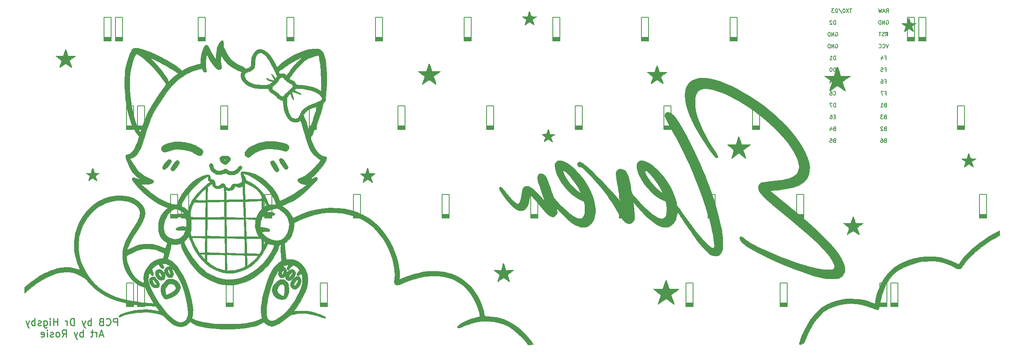
<source format=gbr>
G04 #@! TF.GenerationSoftware,KiCad,Pcbnew,(5.1.4)-1*
G04 #@! TF.CreationDate,2021-03-27T10:35:16-07:00*
G04 #@! TF.ProjectId,Rosies Board,526f7369-6573-4204-926f-6172642e6b69,rev?*
G04 #@! TF.SameCoordinates,Original*
G04 #@! TF.FileFunction,Legend,Bot*
G04 #@! TF.FilePolarity,Positive*
%FSLAX46Y46*%
G04 Gerber Fmt 4.6, Leading zero omitted, Abs format (unit mm)*
G04 Created by KiCad (PCBNEW (5.1.4)-1) date 2021-03-27 10:35:16*
%MOMM*%
%LPD*%
G04 APERTURE LIST*
%ADD10C,0.250000*%
%ADD11C,0.150000*%
%ADD12C,0.010000*%
G04 APERTURE END LIST*
D10*
X48485000Y-88725821D02*
X48485000Y-87225821D01*
X47913571Y-87225821D01*
X47770714Y-87297250D01*
X47699285Y-87368678D01*
X47627857Y-87511535D01*
X47627857Y-87725821D01*
X47699285Y-87868678D01*
X47770714Y-87940107D01*
X47913571Y-88011535D01*
X48485000Y-88011535D01*
X46127857Y-88582964D02*
X46199285Y-88654392D01*
X46413571Y-88725821D01*
X46556428Y-88725821D01*
X46770714Y-88654392D01*
X46913571Y-88511535D01*
X46985000Y-88368678D01*
X47056428Y-88082964D01*
X47056428Y-87868678D01*
X46985000Y-87582964D01*
X46913571Y-87440107D01*
X46770714Y-87297250D01*
X46556428Y-87225821D01*
X46413571Y-87225821D01*
X46199285Y-87297250D01*
X46127857Y-87368678D01*
X44985000Y-87940107D02*
X44770714Y-88011535D01*
X44699285Y-88082964D01*
X44627857Y-88225821D01*
X44627857Y-88440107D01*
X44699285Y-88582964D01*
X44770714Y-88654392D01*
X44913571Y-88725821D01*
X45485000Y-88725821D01*
X45485000Y-87225821D01*
X44985000Y-87225821D01*
X44842142Y-87297250D01*
X44770714Y-87368678D01*
X44699285Y-87511535D01*
X44699285Y-87654392D01*
X44770714Y-87797250D01*
X44842142Y-87868678D01*
X44985000Y-87940107D01*
X45485000Y-87940107D01*
X42842142Y-88725821D02*
X42842142Y-87225821D01*
X42842142Y-87797250D02*
X42699285Y-87725821D01*
X42413571Y-87725821D01*
X42270714Y-87797250D01*
X42199285Y-87868678D01*
X42127857Y-88011535D01*
X42127857Y-88440107D01*
X42199285Y-88582964D01*
X42270714Y-88654392D01*
X42413571Y-88725821D01*
X42699285Y-88725821D01*
X42842142Y-88654392D01*
X41627857Y-87725821D02*
X41270714Y-88725821D01*
X40913571Y-87725821D02*
X41270714Y-88725821D01*
X41413571Y-89082964D01*
X41485000Y-89154392D01*
X41627857Y-89225821D01*
X39199285Y-88725821D02*
X39199285Y-87225821D01*
X38842142Y-87225821D01*
X38627857Y-87297250D01*
X38485000Y-87440107D01*
X38413571Y-87582964D01*
X38342142Y-87868678D01*
X38342142Y-88082964D01*
X38413571Y-88368678D01*
X38485000Y-88511535D01*
X38627857Y-88654392D01*
X38842142Y-88725821D01*
X39199285Y-88725821D01*
X37699285Y-88725821D02*
X37699285Y-87725821D01*
X37699285Y-88011535D02*
X37627857Y-87868678D01*
X37556428Y-87797250D01*
X37413571Y-87725821D01*
X37270714Y-87725821D01*
X35627857Y-88725821D02*
X35627857Y-87225821D01*
X35627857Y-87940107D02*
X34770714Y-87940107D01*
X34770714Y-88725821D02*
X34770714Y-87225821D01*
X34056428Y-88725821D02*
X34056428Y-87725821D01*
X34056428Y-87225821D02*
X34127857Y-87297250D01*
X34056428Y-87368678D01*
X33985000Y-87297250D01*
X34056428Y-87225821D01*
X34056428Y-87368678D01*
X32699285Y-87725821D02*
X32699285Y-88940107D01*
X32770714Y-89082964D01*
X32842142Y-89154392D01*
X32985000Y-89225821D01*
X33199285Y-89225821D01*
X33342142Y-89154392D01*
X32699285Y-88654392D02*
X32842142Y-88725821D01*
X33127857Y-88725821D01*
X33270714Y-88654392D01*
X33342142Y-88582964D01*
X33413571Y-88440107D01*
X33413571Y-88011535D01*
X33342142Y-87868678D01*
X33270714Y-87797250D01*
X33127857Y-87725821D01*
X32842142Y-87725821D01*
X32699285Y-87797250D01*
X32056428Y-88654392D02*
X31913571Y-88725821D01*
X31627857Y-88725821D01*
X31485000Y-88654392D01*
X31413571Y-88511535D01*
X31413571Y-88440107D01*
X31485000Y-88297250D01*
X31627857Y-88225821D01*
X31842142Y-88225821D01*
X31985000Y-88154392D01*
X32056428Y-88011535D01*
X32056428Y-87940107D01*
X31985000Y-87797250D01*
X31842142Y-87725821D01*
X31627857Y-87725821D01*
X31485000Y-87797250D01*
X30770714Y-88725821D02*
X30770714Y-87225821D01*
X30770714Y-87797250D02*
X30627857Y-87725821D01*
X30342142Y-87725821D01*
X30199285Y-87797250D01*
X30127857Y-87868678D01*
X30056428Y-88011535D01*
X30056428Y-88440107D01*
X30127857Y-88582964D01*
X30199285Y-88654392D01*
X30342142Y-88725821D01*
X30627857Y-88725821D01*
X30770714Y-88654392D01*
X29556428Y-87725821D02*
X29199285Y-88725821D01*
X28842142Y-87725821D02*
X29199285Y-88725821D01*
X29342142Y-89082964D01*
X29413571Y-89154392D01*
X29556428Y-89225821D01*
X45413571Y-90797250D02*
X44699285Y-90797250D01*
X45556428Y-91225821D02*
X45056428Y-89725821D01*
X44556428Y-91225821D01*
X44056428Y-91225821D02*
X44056428Y-90225821D01*
X44056428Y-90511535D02*
X43985000Y-90368678D01*
X43913571Y-90297250D01*
X43770714Y-90225821D01*
X43627857Y-90225821D01*
X43342142Y-90225821D02*
X42770714Y-90225821D01*
X43127857Y-89725821D02*
X43127857Y-91011535D01*
X43056428Y-91154392D01*
X42913571Y-91225821D01*
X42770714Y-91225821D01*
X41127857Y-91225821D02*
X41127857Y-89725821D01*
X41127857Y-90297250D02*
X40985000Y-90225821D01*
X40699285Y-90225821D01*
X40556428Y-90297250D01*
X40485000Y-90368678D01*
X40413571Y-90511535D01*
X40413571Y-90940107D01*
X40485000Y-91082964D01*
X40556428Y-91154392D01*
X40699285Y-91225821D01*
X40985000Y-91225821D01*
X41127857Y-91154392D01*
X39913571Y-90225821D02*
X39556428Y-91225821D01*
X39199285Y-90225821D02*
X39556428Y-91225821D01*
X39699285Y-91582964D01*
X39770714Y-91654392D01*
X39913571Y-91725821D01*
X36627857Y-91225821D02*
X37127857Y-90511535D01*
X37485000Y-91225821D02*
X37485000Y-89725821D01*
X36913571Y-89725821D01*
X36770714Y-89797250D01*
X36699285Y-89868678D01*
X36627857Y-90011535D01*
X36627857Y-90225821D01*
X36699285Y-90368678D01*
X36770714Y-90440107D01*
X36913571Y-90511535D01*
X37485000Y-90511535D01*
X35770714Y-91225821D02*
X35913571Y-91154392D01*
X35985000Y-91082964D01*
X36056428Y-90940107D01*
X36056428Y-90511535D01*
X35985000Y-90368678D01*
X35913571Y-90297250D01*
X35770714Y-90225821D01*
X35556428Y-90225821D01*
X35413571Y-90297250D01*
X35342142Y-90368678D01*
X35270714Y-90511535D01*
X35270714Y-90940107D01*
X35342142Y-91082964D01*
X35413571Y-91154392D01*
X35556428Y-91225821D01*
X35770714Y-91225821D01*
X34699285Y-91154392D02*
X34556428Y-91225821D01*
X34270714Y-91225821D01*
X34127857Y-91154392D01*
X34056428Y-91011535D01*
X34056428Y-90940107D01*
X34127857Y-90797250D01*
X34270714Y-90725821D01*
X34485000Y-90725821D01*
X34627857Y-90654392D01*
X34699285Y-90511535D01*
X34699285Y-90440107D01*
X34627857Y-90297250D01*
X34485000Y-90225821D01*
X34270714Y-90225821D01*
X34127857Y-90297250D01*
X33413571Y-91225821D02*
X33413571Y-90225821D01*
X33413571Y-89725821D02*
X33485000Y-89797250D01*
X33413571Y-89868678D01*
X33342142Y-89797250D01*
X33413571Y-89725821D01*
X33413571Y-89868678D01*
X32127857Y-91154392D02*
X32270714Y-91225821D01*
X32556428Y-91225821D01*
X32699285Y-91154392D01*
X32770714Y-91011535D01*
X32770714Y-90440107D01*
X32699285Y-90297250D01*
X32556428Y-90225821D01*
X32270714Y-90225821D01*
X32127857Y-90297250D01*
X32056428Y-90440107D01*
X32056428Y-90582964D01*
X32770714Y-90725821D01*
D11*
G36*
X213558215Y-25665470D02*
G01*
X213558215Y-25765470D01*
X214058215Y-25765470D01*
X214058215Y-25665470D01*
X213558215Y-25665470D01*
G37*
X213558215Y-25665470D02*
X213558215Y-25765470D01*
X214058215Y-25765470D01*
X214058215Y-25665470D01*
X213558215Y-25665470D01*
G36*
X213558215Y-25665470D02*
G01*
X213558215Y-25965470D01*
X213658215Y-25965470D01*
X213658215Y-25665470D01*
X213558215Y-25665470D01*
G37*
X213558215Y-25665470D02*
X213558215Y-25965470D01*
X213658215Y-25965470D01*
X213658215Y-25665470D01*
X213558215Y-25665470D01*
G36*
X213558215Y-26265470D02*
G01*
X213558215Y-26465470D01*
X213658215Y-26465470D01*
X213658215Y-26265470D01*
X213558215Y-26265470D01*
G37*
X213558215Y-26265470D02*
X213558215Y-26465470D01*
X213658215Y-26465470D01*
X213658215Y-26265470D01*
X213558215Y-26265470D01*
G36*
X213958215Y-25665470D02*
G01*
X213958215Y-26465470D01*
X214058215Y-26465470D01*
X214058215Y-25665470D01*
X213958215Y-25665470D01*
G37*
X213958215Y-25665470D02*
X213958215Y-26465470D01*
X214058215Y-26465470D01*
X214058215Y-25665470D01*
X213958215Y-25665470D01*
G36*
X213758215Y-26065470D02*
G01*
X213758215Y-26165470D01*
X213858215Y-26165470D01*
X213858215Y-26065470D01*
X213758215Y-26065470D01*
G37*
X213758215Y-26065470D02*
X213758215Y-26165470D01*
X213858215Y-26165470D01*
X213858215Y-26065470D01*
X213758215Y-26065470D01*
D12*
G36*
X60732825Y-49254657D02*
G01*
X60186660Y-49348318D01*
X59627261Y-49490461D01*
X59096400Y-49666612D01*
X58635849Y-49862295D01*
X58287379Y-50063035D01*
X58198392Y-50132891D01*
X57972876Y-50421394D01*
X57897006Y-50737540D01*
X57972679Y-51046719D01*
X58136590Y-51259356D01*
X58362600Y-51408652D01*
X58630776Y-51458131D01*
X58970166Y-51406854D01*
X59409819Y-51253886D01*
X59502218Y-51215321D01*
X60176991Y-50981077D01*
X60876924Y-50849557D01*
X61634260Y-50818494D01*
X62481244Y-50885620D01*
X63021341Y-50967789D01*
X63857464Y-51163624D01*
X64602773Y-51452866D01*
X65232762Y-51802927D01*
X65648400Y-52047482D01*
X65966799Y-52184015D01*
X66217880Y-52216323D01*
X66431565Y-52148203D01*
X66637776Y-51983453D01*
X66639739Y-51981492D01*
X66849569Y-51679718D01*
X66891362Y-51367633D01*
X66765422Y-51053249D01*
X66597122Y-50854719D01*
X66249437Y-50573654D01*
X65788030Y-50280646D01*
X65263873Y-50003137D01*
X64727933Y-49768568D01*
X64320448Y-49628964D01*
X63578297Y-49448489D01*
X62787644Y-49316428D01*
X62001131Y-49238273D01*
X61271400Y-49219517D01*
X60732825Y-49254657D01*
X60732825Y-49254657D01*
G37*
X60732825Y-49254657D02*
X60186660Y-49348318D01*
X59627261Y-49490461D01*
X59096400Y-49666612D01*
X58635849Y-49862295D01*
X58287379Y-50063035D01*
X58198392Y-50132891D01*
X57972876Y-50421394D01*
X57897006Y-50737540D01*
X57972679Y-51046719D01*
X58136590Y-51259356D01*
X58362600Y-51408652D01*
X58630776Y-51458131D01*
X58970166Y-51406854D01*
X59409819Y-51253886D01*
X59502218Y-51215321D01*
X60176991Y-50981077D01*
X60876924Y-50849557D01*
X61634260Y-50818494D01*
X62481244Y-50885620D01*
X63021341Y-50967789D01*
X63857464Y-51163624D01*
X64602773Y-51452866D01*
X65232762Y-51802927D01*
X65648400Y-52047482D01*
X65966799Y-52184015D01*
X66217880Y-52216323D01*
X66431565Y-52148203D01*
X66637776Y-51983453D01*
X66639739Y-51981492D01*
X66849569Y-51679718D01*
X66891362Y-51367633D01*
X66765422Y-51053249D01*
X66597122Y-50854719D01*
X66249437Y-50573654D01*
X65788030Y-50280646D01*
X65263873Y-50003137D01*
X64727933Y-49768568D01*
X64320448Y-49628964D01*
X63578297Y-49448489D01*
X62787644Y-49316428D01*
X62001131Y-49238273D01*
X61271400Y-49219517D01*
X60732825Y-49254657D01*
G36*
X80517447Y-49168807D02*
G01*
X79707427Y-49302968D01*
X78901571Y-49514315D01*
X78131270Y-49789608D01*
X77427915Y-50115608D01*
X76822895Y-50479075D01*
X76347602Y-50866772D01*
X76250462Y-50968445D01*
X76035569Y-51222902D01*
X75917446Y-51417585D01*
X75868949Y-51608127D01*
X75861893Y-51764944D01*
X75886059Y-52030243D01*
X75984076Y-52215736D01*
X76122389Y-52348453D01*
X76389992Y-52524278D01*
X76642326Y-52569254D01*
X76907367Y-52477963D01*
X77213089Y-52244986D01*
X77354027Y-52109918D01*
X77815101Y-51739124D01*
X78414595Y-51400401D01*
X79122465Y-51108695D01*
X79748812Y-50918654D01*
X80574020Y-50772019D01*
X81482112Y-50728265D01*
X82423114Y-50785282D01*
X83347053Y-50940963D01*
X83916052Y-51094463D01*
X84269196Y-51200050D01*
X84508710Y-51251964D01*
X84679635Y-51255677D01*
X84827009Y-51216665D01*
X84848955Y-51207845D01*
X85149428Y-51006564D01*
X85311974Y-50707549D01*
X85344560Y-50441520D01*
X85317353Y-50187066D01*
X85220033Y-49987864D01*
X85029055Y-49824785D01*
X84720869Y-49678698D01*
X84271929Y-49530474D01*
X84195795Y-49508258D01*
X83258738Y-49292047D01*
X82272792Y-49161674D01*
X81301841Y-49123035D01*
X80517447Y-49168807D01*
X80517447Y-49168807D01*
G37*
X80517447Y-49168807D02*
X79707427Y-49302968D01*
X78901571Y-49514315D01*
X78131270Y-49789608D01*
X77427915Y-50115608D01*
X76822895Y-50479075D01*
X76347602Y-50866772D01*
X76250462Y-50968445D01*
X76035569Y-51222902D01*
X75917446Y-51417585D01*
X75868949Y-51608127D01*
X75861893Y-51764944D01*
X75886059Y-52030243D01*
X75984076Y-52215736D01*
X76122389Y-52348453D01*
X76389992Y-52524278D01*
X76642326Y-52569254D01*
X76907367Y-52477963D01*
X77213089Y-52244986D01*
X77354027Y-52109918D01*
X77815101Y-51739124D01*
X78414595Y-51400401D01*
X79122465Y-51108695D01*
X79748812Y-50918654D01*
X80574020Y-50772019D01*
X81482112Y-50728265D01*
X82423114Y-50785282D01*
X83347053Y-50940963D01*
X83916052Y-51094463D01*
X84269196Y-51200050D01*
X84508710Y-51251964D01*
X84679635Y-51255677D01*
X84827009Y-51216665D01*
X84848955Y-51207845D01*
X85149428Y-51006564D01*
X85311974Y-50707549D01*
X85344560Y-50441520D01*
X85317353Y-50187066D01*
X85220033Y-49987864D01*
X85029055Y-49824785D01*
X84720869Y-49678698D01*
X84271929Y-49530474D01*
X84195795Y-49508258D01*
X83258738Y-49292047D01*
X82272792Y-49161674D01*
X81301841Y-49123035D01*
X80517447Y-49168807D01*
G36*
X71343205Y-52246847D02*
G01*
X71016199Y-52273195D01*
X70808916Y-52319511D01*
X70671796Y-52401516D01*
X70594411Y-52484367D01*
X70481982Y-52744956D01*
X70498144Y-53050170D01*
X70621060Y-53366886D01*
X70828890Y-53661984D01*
X71099795Y-53902341D01*
X71411938Y-54054837D01*
X71654168Y-54091646D01*
X71856768Y-54044560D01*
X72094836Y-53928531D01*
X72137142Y-53901146D01*
X72345018Y-53710987D01*
X72553721Y-53445707D01*
X72636496Y-53311247D01*
X72760645Y-53071886D01*
X72772480Y-53032050D01*
X71924823Y-53032050D01*
X71892771Y-53105378D01*
X71882560Y-53117980D01*
X71721126Y-53226399D01*
X71628560Y-53244980D01*
X71451019Y-53183912D01*
X71374560Y-53117980D01*
X71330875Y-53038663D01*
X71393905Y-53001245D01*
X71592972Y-52991067D01*
X71628560Y-52990980D01*
X71846527Y-52998804D01*
X71924823Y-53032050D01*
X72772480Y-53032050D01*
X72806458Y-52917694D01*
X72782440Y-52788468D01*
X72726220Y-52676247D01*
X72502910Y-52444940D01*
X72139634Y-52299315D01*
X71643806Y-52241673D01*
X71343205Y-52246847D01*
X71343205Y-52246847D01*
G37*
X71343205Y-52246847D02*
X71016199Y-52273195D01*
X70808916Y-52319511D01*
X70671796Y-52401516D01*
X70594411Y-52484367D01*
X70481982Y-52744956D01*
X70498144Y-53050170D01*
X70621060Y-53366886D01*
X70828890Y-53661984D01*
X71099795Y-53902341D01*
X71411938Y-54054837D01*
X71654168Y-54091646D01*
X71856768Y-54044560D01*
X72094836Y-53928531D01*
X72137142Y-53901146D01*
X72345018Y-53710987D01*
X72553721Y-53445707D01*
X72636496Y-53311247D01*
X72760645Y-53071886D01*
X72772480Y-53032050D01*
X71924823Y-53032050D01*
X71892771Y-53105378D01*
X71882560Y-53117980D01*
X71721126Y-53226399D01*
X71628560Y-53244980D01*
X71451019Y-53183912D01*
X71374560Y-53117980D01*
X71330875Y-53038663D01*
X71393905Y-53001245D01*
X71592972Y-52991067D01*
X71628560Y-52990980D01*
X71846527Y-52998804D01*
X71924823Y-53032050D01*
X72772480Y-53032050D01*
X72806458Y-52917694D01*
X72782440Y-52788468D01*
X72726220Y-52676247D01*
X72502910Y-52444940D01*
X72139634Y-52299315D01*
X71643806Y-52241673D01*
X71343205Y-52246847D01*
G36*
X59472269Y-53027410D02*
G01*
X59320454Y-53123209D01*
X59111399Y-53328942D01*
X58872644Y-53607962D01*
X58631728Y-53923621D01*
X58416189Y-54239271D01*
X58253569Y-54518266D01*
X58171406Y-54723956D01*
X58166560Y-54764958D01*
X58226248Y-55022352D01*
X58383558Y-55166015D01*
X58605856Y-55190418D01*
X58860509Y-55090030D01*
X59064682Y-54917146D01*
X59326783Y-54618705D01*
X59591941Y-54292783D01*
X59824546Y-53985229D01*
X59988986Y-53741889D01*
X60020754Y-53686281D01*
X60079527Y-53429274D01*
X60001073Y-53205604D01*
X59817422Y-53053745D01*
X59560603Y-53012173D01*
X59472269Y-53027410D01*
X59472269Y-53027410D01*
G37*
X59472269Y-53027410D02*
X59320454Y-53123209D01*
X59111399Y-53328942D01*
X58872644Y-53607962D01*
X58631728Y-53923621D01*
X58416189Y-54239271D01*
X58253569Y-54518266D01*
X58171406Y-54723956D01*
X58166560Y-54764958D01*
X58226248Y-55022352D01*
X58383558Y-55166015D01*
X58605856Y-55190418D01*
X58860509Y-55090030D01*
X59064682Y-54917146D01*
X59326783Y-54618705D01*
X59591941Y-54292783D01*
X59824546Y-53985229D01*
X59988986Y-53741889D01*
X60020754Y-53686281D01*
X60079527Y-53429274D01*
X60001073Y-53205604D01*
X59817422Y-53053745D01*
X59560603Y-53012173D01*
X59472269Y-53027410D01*
G36*
X83538019Y-52816402D02*
G01*
X83343007Y-52928252D01*
X83256107Y-53087136D01*
X83279663Y-53311251D01*
X83416019Y-53618791D01*
X83667517Y-54027955D01*
X83700364Y-54077055D01*
X83925552Y-54406285D01*
X84133456Y-54700707D01*
X84295227Y-54919935D01*
X84360952Y-55001813D01*
X84588235Y-55161990D01*
X84830839Y-55169910D01*
X85035104Y-55037479D01*
X85137299Y-54880458D01*
X85162979Y-54699075D01*
X85104460Y-54470754D01*
X84954056Y-54172916D01*
X84704084Y-53782983D01*
X84516811Y-53514666D01*
X84239669Y-53148260D01*
X84017151Y-52915812D01*
X83826155Y-52800843D01*
X83643577Y-52786872D01*
X83538019Y-52816402D01*
X83538019Y-52816402D01*
G37*
X83538019Y-52816402D02*
X83343007Y-52928252D01*
X83256107Y-53087136D01*
X83279663Y-53311251D01*
X83416019Y-53618791D01*
X83667517Y-54027955D01*
X83700364Y-54077055D01*
X83925552Y-54406285D01*
X84133456Y-54700707D01*
X84295227Y-54919935D01*
X84360952Y-55001813D01*
X84588235Y-55161990D01*
X84830839Y-55169910D01*
X85035104Y-55037479D01*
X85137299Y-54880458D01*
X85162979Y-54699075D01*
X85104460Y-54470754D01*
X84954056Y-54172916D01*
X84704084Y-53782983D01*
X84516811Y-53514666D01*
X84239669Y-53148260D01*
X84017151Y-52915812D01*
X83826155Y-52800843D01*
X83643577Y-52786872D01*
X83538019Y-52816402D01*
G36*
X61196403Y-53305538D02*
G01*
X60985423Y-53489693D01*
X60717714Y-53797086D01*
X60457377Y-54130067D01*
X60170627Y-54534156D01*
X60003121Y-54845629D01*
X59948811Y-55085782D01*
X60001652Y-55275912D01*
X60099393Y-55390857D01*
X60319363Y-55517690D01*
X60542015Y-55490371D01*
X60782739Y-55304672D01*
X60898790Y-55171146D01*
X61279458Y-54684032D01*
X61552538Y-54301683D01*
X61726177Y-54005256D01*
X61808524Y-53775909D01*
X61807726Y-53594798D01*
X61731932Y-53443082D01*
X61674179Y-53378027D01*
X61522260Y-53261151D01*
X61369175Y-53233172D01*
X61196403Y-53305538D01*
X61196403Y-53305538D01*
G37*
X61196403Y-53305538D02*
X60985423Y-53489693D01*
X60717714Y-53797086D01*
X60457377Y-54130067D01*
X60170627Y-54534156D01*
X60003121Y-54845629D01*
X59948811Y-55085782D01*
X60001652Y-55275912D01*
X60099393Y-55390857D01*
X60319363Y-55517690D01*
X60542015Y-55490371D01*
X60782739Y-55304672D01*
X60898790Y-55171146D01*
X61279458Y-54684032D01*
X61552538Y-54301683D01*
X61726177Y-54005256D01*
X61808524Y-53775909D01*
X61807726Y-53594798D01*
X61731932Y-53443082D01*
X61674179Y-53378027D01*
X61522260Y-53261151D01*
X61369175Y-53233172D01*
X61196403Y-53305538D01*
G36*
X81703440Y-53289026D02*
G01*
X81628112Y-53324891D01*
X81443131Y-53490617D01*
X81395279Y-53724016D01*
X81484699Y-54036421D01*
X81640945Y-54327769D01*
X81820364Y-54628448D01*
X81984620Y-54915991D01*
X82078785Y-55090982D01*
X82298322Y-55428133D01*
X82537334Y-55635186D01*
X82775219Y-55703612D01*
X82991375Y-55624882D01*
X83096092Y-55512141D01*
X83196349Y-55321041D01*
X83227893Y-55187962D01*
X83186175Y-55064876D01*
X83072745Y-54831910D01*
X82905186Y-54523064D01*
X82711931Y-54190416D01*
X82444806Y-53764487D01*
X82229668Y-53476775D01*
X82047244Y-53311889D01*
X81878259Y-53254436D01*
X81703440Y-53289026D01*
X81703440Y-53289026D01*
G37*
X81703440Y-53289026D02*
X81628112Y-53324891D01*
X81443131Y-53490617D01*
X81395279Y-53724016D01*
X81484699Y-54036421D01*
X81640945Y-54327769D01*
X81820364Y-54628448D01*
X81984620Y-54915991D01*
X82078785Y-55090982D01*
X82298322Y-55428133D01*
X82537334Y-55635186D01*
X82775219Y-55703612D01*
X82991375Y-55624882D01*
X83096092Y-55512141D01*
X83196349Y-55321041D01*
X83227893Y-55187962D01*
X83186175Y-55064876D01*
X83072745Y-54831910D01*
X82905186Y-54523064D01*
X82711931Y-54190416D01*
X82444806Y-53764487D01*
X82229668Y-53476775D01*
X82047244Y-53311889D01*
X81878259Y-53254436D01*
X81703440Y-53289026D01*
G36*
X68558494Y-53904762D02*
G01*
X68438370Y-53966813D01*
X68302221Y-54078565D01*
X68255533Y-54212785D01*
X68275704Y-54438276D01*
X68278242Y-54454303D01*
X68430713Y-54971501D01*
X68700182Y-55444322D01*
X69057845Y-55837493D01*
X69474899Y-56115742D01*
X69706725Y-56203599D01*
X70230914Y-56276657D01*
X70801297Y-56232377D01*
X71348289Y-56076988D01*
X71408924Y-56051227D01*
X71681560Y-55952818D01*
X71830917Y-55951513D01*
X71849059Y-55968603D01*
X71954468Y-56054935D01*
X72155992Y-56168908D01*
X72252839Y-56215269D01*
X72668366Y-56333382D01*
X73157345Y-56363804D01*
X73646548Y-56303449D01*
X73745226Y-56278167D01*
X74182019Y-56078653D01*
X74599842Y-55752414D01*
X74954148Y-55340115D01*
X75154822Y-54991405D01*
X75243831Y-54781977D01*
X75255909Y-54662435D01*
X75185584Y-54569147D01*
X75113319Y-54508826D01*
X74912111Y-54405886D01*
X74718157Y-54444169D01*
X74513367Y-54632083D01*
X74349751Y-54863646D01*
X74023319Y-55243779D01*
X73628376Y-55489950D01*
X73194526Y-55596276D01*
X72751375Y-55556872D01*
X72328528Y-55365856D01*
X72220735Y-55286765D01*
X71891335Y-55081165D01*
X71614324Y-55035294D01*
X71391014Y-55149314D01*
X71361186Y-55181435D01*
X71171989Y-55310148D01*
X70875572Y-55417822D01*
X70533939Y-55489395D01*
X70209098Y-55509807D01*
X70068528Y-55495414D01*
X69661981Y-55338734D01*
X69345956Y-55044132D01*
X69129650Y-54622208D01*
X69053899Y-54325508D01*
X68950612Y-54037659D01*
X68780341Y-53894417D01*
X68558494Y-53904762D01*
X68558494Y-53904762D01*
G37*
X68558494Y-53904762D02*
X68438370Y-53966813D01*
X68302221Y-54078565D01*
X68255533Y-54212785D01*
X68275704Y-54438276D01*
X68278242Y-54454303D01*
X68430713Y-54971501D01*
X68700182Y-55444322D01*
X69057845Y-55837493D01*
X69474899Y-56115742D01*
X69706725Y-56203599D01*
X70230914Y-56276657D01*
X70801297Y-56232377D01*
X71348289Y-56076988D01*
X71408924Y-56051227D01*
X71681560Y-55952818D01*
X71830917Y-55951513D01*
X71849059Y-55968603D01*
X71954468Y-56054935D01*
X72155992Y-56168908D01*
X72252839Y-56215269D01*
X72668366Y-56333382D01*
X73157345Y-56363804D01*
X73646548Y-56303449D01*
X73745226Y-56278167D01*
X74182019Y-56078653D01*
X74599842Y-55752414D01*
X74954148Y-55340115D01*
X75154822Y-54991405D01*
X75243831Y-54781977D01*
X75255909Y-54662435D01*
X75185584Y-54569147D01*
X75113319Y-54508826D01*
X74912111Y-54405886D01*
X74718157Y-54444169D01*
X74513367Y-54632083D01*
X74349751Y-54863646D01*
X74023319Y-55243779D01*
X73628376Y-55489950D01*
X73194526Y-55596276D01*
X72751375Y-55556872D01*
X72328528Y-55365856D01*
X72220735Y-55286765D01*
X71891335Y-55081165D01*
X71614324Y-55035294D01*
X71391014Y-55149314D01*
X71361186Y-55181435D01*
X71171989Y-55310148D01*
X70875572Y-55417822D01*
X70533939Y-55489395D01*
X70209098Y-55509807D01*
X70068528Y-55495414D01*
X69661981Y-55338734D01*
X69345956Y-55044132D01*
X69129650Y-54622208D01*
X69053899Y-54325508D01*
X68950612Y-54037659D01*
X68780341Y-53894417D01*
X68558494Y-53904762D01*
G36*
X86964793Y-78210227D02*
G01*
X86603696Y-78409298D01*
X86275083Y-78703182D01*
X86000639Y-79060871D01*
X85802052Y-79451356D01*
X85701007Y-79843627D01*
X85719191Y-80206676D01*
X85778473Y-80365046D01*
X86027783Y-80710960D01*
X86330835Y-80899827D01*
X86674206Y-80927934D01*
X87044471Y-80791569D01*
X87129191Y-80738465D01*
X87511426Y-80383268D01*
X87789359Y-79920167D01*
X87943606Y-79387757D01*
X87961716Y-79156622D01*
X87280017Y-79156622D01*
X87209922Y-79429086D01*
X87161664Y-79554767D01*
X86995858Y-79873213D01*
X86818762Y-80084087D01*
X86651015Y-80171251D01*
X86513255Y-80118568D01*
X86486537Y-80082658D01*
X86472417Y-79918906D01*
X86548295Y-79679949D01*
X86686277Y-79412139D01*
X86858471Y-79161824D01*
X87036982Y-78975356D01*
X87193919Y-78899084D01*
X87198862Y-78898980D01*
X87276956Y-78968900D01*
X87280017Y-79156622D01*
X87961716Y-79156622D01*
X87968754Y-79066800D01*
X87917679Y-78778315D01*
X87785157Y-78497147D01*
X87603557Y-78270914D01*
X87405247Y-78147232D01*
X87336686Y-78136980D01*
X86964793Y-78210227D01*
X86964793Y-78210227D01*
G37*
X86964793Y-78210227D02*
X86603696Y-78409298D01*
X86275083Y-78703182D01*
X86000639Y-79060871D01*
X85802052Y-79451356D01*
X85701007Y-79843627D01*
X85719191Y-80206676D01*
X85778473Y-80365046D01*
X86027783Y-80710960D01*
X86330835Y-80899827D01*
X86674206Y-80927934D01*
X87044471Y-80791569D01*
X87129191Y-80738465D01*
X87511426Y-80383268D01*
X87789359Y-79920167D01*
X87943606Y-79387757D01*
X87961716Y-79156622D01*
X87280017Y-79156622D01*
X87209922Y-79429086D01*
X87161664Y-79554767D01*
X86995858Y-79873213D01*
X86818762Y-80084087D01*
X86651015Y-80171251D01*
X86513255Y-80118568D01*
X86486537Y-80082658D01*
X86472417Y-79918906D01*
X86548295Y-79679949D01*
X86686277Y-79412139D01*
X86858471Y-79161824D01*
X87036982Y-78975356D01*
X87193919Y-78899084D01*
X87198862Y-78898980D01*
X87276956Y-78968900D01*
X87280017Y-79156622D01*
X87961716Y-79156622D01*
X87968754Y-79066800D01*
X87917679Y-78778315D01*
X87785157Y-78497147D01*
X87603557Y-78270914D01*
X87405247Y-78147232D01*
X87336686Y-78136980D01*
X86964793Y-78210227D01*
G36*
X83484798Y-78891377D02*
G01*
X83060342Y-79102750D01*
X82649778Y-79418705D01*
X82281063Y-79809514D01*
X81982155Y-80245451D01*
X81781009Y-80696788D01*
X81705582Y-81133797D01*
X81705547Y-81142646D01*
X81768555Y-81535606D01*
X81935713Y-81959438D01*
X82174222Y-82345423D01*
X82390294Y-82577364D01*
X82833500Y-82884728D01*
X83302058Y-83062075D01*
X83850805Y-83128727D01*
X83959956Y-83130453D01*
X84279611Y-83126867D01*
X84483010Y-83101868D01*
X84623188Y-83037741D01*
X84753183Y-82916770D01*
X84818418Y-82843706D01*
X85090299Y-82426210D01*
X85274715Y-81917907D01*
X85371718Y-81356623D01*
X85373167Y-81269967D01*
X84451458Y-81269967D01*
X84418964Y-81679487D01*
X84350600Y-82021939D01*
X84309216Y-82136618D01*
X84223948Y-82306116D01*
X84133684Y-82390189D01*
X84004663Y-82387305D01*
X83803127Y-82295936D01*
X83495315Y-82114549D01*
X83469069Y-82098536D01*
X83092137Y-81815285D01*
X82870131Y-81512569D01*
X82788649Y-81169748D01*
X82787626Y-81121927D01*
X82859632Y-80798343D01*
X83052561Y-80457951D01*
X83331784Y-80150855D01*
X83585427Y-79967676D01*
X83856449Y-79856382D01*
X84064670Y-79886647D01*
X84241993Y-80069272D01*
X84328023Y-80219123D01*
X84406557Y-80481773D01*
X84447512Y-80851392D01*
X84451458Y-81269967D01*
X85373167Y-81269967D01*
X85381360Y-80780185D01*
X85303693Y-80226419D01*
X85138770Y-79733152D01*
X84886642Y-79338211D01*
X84813494Y-79262574D01*
X84496916Y-78999891D01*
X84214371Y-78858803D01*
X83914910Y-78814442D01*
X83895191Y-78814313D01*
X83484798Y-78891377D01*
X83484798Y-78891377D01*
G37*
X83484798Y-78891377D02*
X83060342Y-79102750D01*
X82649778Y-79418705D01*
X82281063Y-79809514D01*
X81982155Y-80245451D01*
X81781009Y-80696788D01*
X81705582Y-81133797D01*
X81705547Y-81142646D01*
X81768555Y-81535606D01*
X81935713Y-81959438D01*
X82174222Y-82345423D01*
X82390294Y-82577364D01*
X82833500Y-82884728D01*
X83302058Y-83062075D01*
X83850805Y-83128727D01*
X83959956Y-83130453D01*
X84279611Y-83126867D01*
X84483010Y-83101868D01*
X84623188Y-83037741D01*
X84753183Y-82916770D01*
X84818418Y-82843706D01*
X85090299Y-82426210D01*
X85274715Y-81917907D01*
X85371718Y-81356623D01*
X85373167Y-81269967D01*
X84451458Y-81269967D01*
X84418964Y-81679487D01*
X84350600Y-82021939D01*
X84309216Y-82136618D01*
X84223948Y-82306116D01*
X84133684Y-82390189D01*
X84004663Y-82387305D01*
X83803127Y-82295936D01*
X83495315Y-82114549D01*
X83469069Y-82098536D01*
X83092137Y-81815285D01*
X82870131Y-81512569D01*
X82788649Y-81169748D01*
X82787626Y-81121927D01*
X82859632Y-80798343D01*
X83052561Y-80457951D01*
X83331784Y-80150855D01*
X83585427Y-79967676D01*
X83856449Y-79856382D01*
X84064670Y-79886647D01*
X84241993Y-80069272D01*
X84328023Y-80219123D01*
X84406557Y-80481773D01*
X84447512Y-80851392D01*
X84451458Y-81269967D01*
X85373167Y-81269967D01*
X85381360Y-80780185D01*
X85303693Y-80226419D01*
X85138770Y-79733152D01*
X84886642Y-79338211D01*
X84813494Y-79262574D01*
X84496916Y-78999891D01*
X84214371Y-78858803D01*
X83914910Y-78814442D01*
X83895191Y-78814313D01*
X83484798Y-78891377D01*
G36*
X59187138Y-76106384D02*
G01*
X59004581Y-76213660D01*
X58741598Y-76481172D01*
X58615053Y-76820252D01*
X58623101Y-77204736D01*
X58763896Y-77608462D01*
X59035594Y-78005266D01*
X59138704Y-78115405D01*
X59377926Y-78331976D01*
X59570110Y-78440335D01*
X59767811Y-78469219D01*
X59785253Y-78468962D01*
X60014286Y-78452123D01*
X60175051Y-78420566D01*
X60179175Y-78418979D01*
X60315698Y-78292535D01*
X60440047Y-78063700D01*
X60521589Y-77798407D01*
X60537226Y-77648266D01*
X60536689Y-77644675D01*
X59857411Y-77644675D01*
X59848097Y-77756704D01*
X59803787Y-77765879D01*
X59693844Y-77662488D01*
X59603411Y-77564144D01*
X59424006Y-77305717D01*
X59353278Y-77065262D01*
X59353190Y-77056144D01*
X59377393Y-76797289D01*
X59442072Y-76701799D01*
X59541051Y-76770261D01*
X59668151Y-77003260D01*
X59677776Y-77025362D01*
X59781457Y-77302851D01*
X59846224Y-77546620D01*
X59857411Y-77644675D01*
X60536689Y-77644675D01*
X60479878Y-77264894D01*
X60327199Y-76840578D01*
X60108238Y-76449285D01*
X60020700Y-76333071D01*
X59761512Y-76097272D01*
X59491446Y-76022625D01*
X59187138Y-76106384D01*
X59187138Y-76106384D01*
G37*
X59187138Y-76106384D02*
X59004581Y-76213660D01*
X58741598Y-76481172D01*
X58615053Y-76820252D01*
X58623101Y-77204736D01*
X58763896Y-77608462D01*
X59035594Y-78005266D01*
X59138704Y-78115405D01*
X59377926Y-78331976D01*
X59570110Y-78440335D01*
X59767811Y-78469219D01*
X59785253Y-78468962D01*
X60014286Y-78452123D01*
X60175051Y-78420566D01*
X60179175Y-78418979D01*
X60315698Y-78292535D01*
X60440047Y-78063700D01*
X60521589Y-77798407D01*
X60537226Y-77648266D01*
X60536689Y-77644675D01*
X59857411Y-77644675D01*
X59848097Y-77756704D01*
X59803787Y-77765879D01*
X59693844Y-77662488D01*
X59603411Y-77564144D01*
X59424006Y-77305717D01*
X59353278Y-77065262D01*
X59353190Y-77056144D01*
X59377393Y-76797289D01*
X59442072Y-76701799D01*
X59541051Y-76770261D01*
X59668151Y-77003260D01*
X59677776Y-77025362D01*
X59781457Y-77302851D01*
X59846224Y-77546620D01*
X59857411Y-77644675D01*
X60536689Y-77644675D01*
X60479878Y-77264894D01*
X60327199Y-76840578D01*
X60108238Y-76449285D01*
X60020700Y-76333071D01*
X59761512Y-76097272D01*
X59491446Y-76022625D01*
X59187138Y-76106384D01*
G36*
X57160076Y-76698074D02*
G01*
X57004665Y-76780003D01*
X56760117Y-77018610D01*
X56651930Y-77343032D01*
X56680753Y-77737816D01*
X56847235Y-78187506D01*
X56938549Y-78355698D01*
X57228286Y-78729642D01*
X57564922Y-78958033D01*
X57930331Y-79032914D01*
X58295612Y-78951138D01*
X58561767Y-78750068D01*
X58716966Y-78450558D01*
X58753318Y-78115813D01*
X57996910Y-78115813D01*
X57967860Y-78272914D01*
X57874143Y-78282876D01*
X57707061Y-78145588D01*
X57674621Y-78111743D01*
X57532312Y-77910061D01*
X57444870Y-77690862D01*
X57422036Y-77501234D01*
X57473551Y-77388267D01*
X57522221Y-77374980D01*
X57660087Y-77446981D01*
X57808814Y-77625547D01*
X57932417Y-77854514D01*
X57994911Y-78077721D01*
X57996910Y-78115813D01*
X58753318Y-78115813D01*
X58756559Y-78085974D01*
X58675897Y-77689682D01*
X58516724Y-77364411D01*
X58195498Y-76947666D01*
X57864869Y-76698682D01*
X57521005Y-76615978D01*
X57160076Y-76698074D01*
X57160076Y-76698074D01*
G37*
X57160076Y-76698074D02*
X57004665Y-76780003D01*
X56760117Y-77018610D01*
X56651930Y-77343032D01*
X56680753Y-77737816D01*
X56847235Y-78187506D01*
X56938549Y-78355698D01*
X57228286Y-78729642D01*
X57564922Y-78958033D01*
X57930331Y-79032914D01*
X58295612Y-78951138D01*
X58561767Y-78750068D01*
X58716966Y-78450558D01*
X58753318Y-78115813D01*
X57996910Y-78115813D01*
X57967860Y-78272914D01*
X57874143Y-78282876D01*
X57707061Y-78145588D01*
X57674621Y-78111743D01*
X57532312Y-77910061D01*
X57444870Y-77690862D01*
X57422036Y-77501234D01*
X57473551Y-77388267D01*
X57522221Y-77374980D01*
X57660087Y-77446981D01*
X57808814Y-77625547D01*
X57932417Y-77854514D01*
X57994911Y-78077721D01*
X57996910Y-78115813D01*
X58753318Y-78115813D01*
X58756559Y-78085974D01*
X58675897Y-77689682D01*
X58516724Y-77364411D01*
X58195498Y-76947666D01*
X57864869Y-76698682D01*
X57521005Y-76615978D01*
X57160076Y-76698074D01*
G36*
X56163464Y-78237245D02*
G01*
X56089550Y-78248013D01*
X55759326Y-78345582D01*
X55538903Y-78534403D01*
X55407233Y-78777370D01*
X55350366Y-79095719D01*
X55394923Y-79474510D01*
X55530026Y-79847449D01*
X55603767Y-79975253D01*
X55878058Y-80289149D01*
X56213690Y-80517309D01*
X56573482Y-80648135D01*
X56920255Y-80670028D01*
X57216829Y-80571390D01*
X57302903Y-80505303D01*
X57495400Y-80221060D01*
X57528111Y-79953940D01*
X56896560Y-79953940D01*
X56828939Y-79997099D01*
X56670525Y-79984444D01*
X56487992Y-79922436D01*
X56468537Y-79912470D01*
X56272970Y-79727898D01*
X56123333Y-79440605D01*
X56051944Y-79116655D01*
X56049893Y-79056677D01*
X56049893Y-78782632D01*
X56311647Y-79031306D01*
X56478233Y-79220288D01*
X56652016Y-79463429D01*
X56799235Y-79707476D01*
X56886131Y-79899178D01*
X56896560Y-79953940D01*
X57528111Y-79953940D01*
X57537544Y-79876910D01*
X57432298Y-79484832D01*
X57182628Y-79056803D01*
X56846410Y-78660538D01*
X56611242Y-78424967D01*
X56447444Y-78291382D01*
X56312392Y-78236552D01*
X56163464Y-78237245D01*
X56163464Y-78237245D01*
G37*
X56163464Y-78237245D02*
X56089550Y-78248013D01*
X55759326Y-78345582D01*
X55538903Y-78534403D01*
X55407233Y-78777370D01*
X55350366Y-79095719D01*
X55394923Y-79474510D01*
X55530026Y-79847449D01*
X55603767Y-79975253D01*
X55878058Y-80289149D01*
X56213690Y-80517309D01*
X56573482Y-80648135D01*
X56920255Y-80670028D01*
X57216829Y-80571390D01*
X57302903Y-80505303D01*
X57495400Y-80221060D01*
X57528111Y-79953940D01*
X56896560Y-79953940D01*
X56828939Y-79997099D01*
X56670525Y-79984444D01*
X56487992Y-79922436D01*
X56468537Y-79912470D01*
X56272970Y-79727898D01*
X56123333Y-79440605D01*
X56051944Y-79116655D01*
X56049893Y-79056677D01*
X56049893Y-78782632D01*
X56311647Y-79031306D01*
X56478233Y-79220288D01*
X56652016Y-79463429D01*
X56799235Y-79707476D01*
X56886131Y-79899178D01*
X56896560Y-79953940D01*
X57528111Y-79953940D01*
X57537544Y-79876910D01*
X57432298Y-79484832D01*
X57182628Y-79056803D01*
X56846410Y-78660538D01*
X56611242Y-78424967D01*
X56447444Y-78291382D01*
X56312392Y-78236552D01*
X56163464Y-78237245D01*
G36*
X59426244Y-78790269D02*
G01*
X59110129Y-78938544D01*
X58777891Y-79197257D01*
X58723942Y-79245936D01*
X58248531Y-79770288D01*
X57939145Y-80321018D01*
X57796436Y-80895141D01*
X57821057Y-81489672D01*
X58013662Y-82101624D01*
X58072151Y-82225347D01*
X58235440Y-82522997D01*
X58397770Y-82770033D01*
X58526297Y-82916944D01*
X58535490Y-82923847D01*
X58789987Y-83034820D01*
X59107836Y-83044843D01*
X59507507Y-82950715D01*
X60007467Y-82749235D01*
X60268422Y-82623527D01*
X60746827Y-82367302D01*
X61106865Y-82131335D01*
X61391868Y-81885622D01*
X61502771Y-81768796D01*
X61841374Y-81316275D01*
X62016417Y-80883424D01*
X62026195Y-80562783D01*
X61070262Y-80562783D01*
X61062396Y-80779639D01*
X60960627Y-80995181D01*
X60794463Y-81187289D01*
X60528105Y-81408108D01*
X60198838Y-81635649D01*
X59843946Y-81847925D01*
X59500712Y-82022946D01*
X59206420Y-82138725D01*
X58998354Y-82173273D01*
X58970893Y-82168641D01*
X58912685Y-82079462D01*
X58849969Y-81872292D01*
X58809124Y-81666190D01*
X58781834Y-81152691D01*
X58889577Y-80710147D01*
X59145500Y-80297186D01*
X59299343Y-80123648D01*
X59521398Y-79907909D01*
X59696125Y-79793735D01*
X59881915Y-79750412D01*
X60017992Y-79745646D01*
X60262263Y-79768072D01*
X60461199Y-79857393D01*
X60686164Y-80046669D01*
X60703312Y-80063146D01*
X60954143Y-80336903D01*
X61070262Y-80562783D01*
X62026195Y-80562783D01*
X62029550Y-80452773D01*
X61882423Y-80006852D01*
X61698554Y-79696023D01*
X61295150Y-79223473D01*
X60839717Y-78910012D01*
X60334960Y-78757408D01*
X60246267Y-78747740D01*
X59785277Y-78733108D01*
X59426244Y-78790269D01*
X59426244Y-78790269D01*
G37*
X59426244Y-78790269D02*
X59110129Y-78938544D01*
X58777891Y-79197257D01*
X58723942Y-79245936D01*
X58248531Y-79770288D01*
X57939145Y-80321018D01*
X57796436Y-80895141D01*
X57821057Y-81489672D01*
X58013662Y-82101624D01*
X58072151Y-82225347D01*
X58235440Y-82522997D01*
X58397770Y-82770033D01*
X58526297Y-82916944D01*
X58535490Y-82923847D01*
X58789987Y-83034820D01*
X59107836Y-83044843D01*
X59507507Y-82950715D01*
X60007467Y-82749235D01*
X60268422Y-82623527D01*
X60746827Y-82367302D01*
X61106865Y-82131335D01*
X61391868Y-81885622D01*
X61502771Y-81768796D01*
X61841374Y-81316275D01*
X62016417Y-80883424D01*
X62026195Y-80562783D01*
X61070262Y-80562783D01*
X61062396Y-80779639D01*
X60960627Y-80995181D01*
X60794463Y-81187289D01*
X60528105Y-81408108D01*
X60198838Y-81635649D01*
X59843946Y-81847925D01*
X59500712Y-82022946D01*
X59206420Y-82138725D01*
X58998354Y-82173273D01*
X58970893Y-82168641D01*
X58912685Y-82079462D01*
X58849969Y-81872292D01*
X58809124Y-81666190D01*
X58781834Y-81152691D01*
X58889577Y-80710147D01*
X59145500Y-80297186D01*
X59299343Y-80123648D01*
X59521398Y-79907909D01*
X59696125Y-79793735D01*
X59881915Y-79750412D01*
X60017992Y-79745646D01*
X60262263Y-79768072D01*
X60461199Y-79857393D01*
X60686164Y-80046669D01*
X60703312Y-80063146D01*
X60954143Y-80336903D01*
X61070262Y-80562783D01*
X62026195Y-80562783D01*
X62029550Y-80452773D01*
X61882423Y-80006852D01*
X61698554Y-79696023D01*
X61295150Y-79223473D01*
X60839717Y-78910012D01*
X60334960Y-78757408D01*
X60246267Y-78747740D01*
X59785277Y-78733108D01*
X59426244Y-78790269D01*
G36*
X137020975Y-21168113D02*
G01*
X136940985Y-21336765D01*
X136847567Y-21600161D01*
X136829727Y-21657650D01*
X136647686Y-22256980D01*
X135436644Y-22256980D01*
X135885912Y-22592178D01*
X136119174Y-22767352D01*
X136292702Y-22899796D01*
X136367089Y-22959286D01*
X136358463Y-23049398D01*
X136304176Y-23252287D01*
X136228106Y-23487902D01*
X136141835Y-23759675D01*
X136089194Y-23967350D01*
X136080890Y-24055638D01*
X136154186Y-24045312D01*
X136323990Y-23950429D01*
X136553928Y-23791391D01*
X136559923Y-23786926D01*
X136803255Y-23622438D01*
X137001006Y-23519591D01*
X137109086Y-23500547D01*
X137225494Y-23576723D01*
X137428253Y-23717777D01*
X137605060Y-23843988D01*
X137853491Y-24005801D01*
X137984408Y-24047793D01*
X138007226Y-24013112D01*
X137980946Y-23870836D01*
X137913078Y-23629642D01*
X137845494Y-23422072D01*
X137683762Y-22951989D01*
X138632996Y-22299313D01*
X138036136Y-22274686D01*
X137439275Y-22250060D01*
X137285605Y-21724353D01*
X137197209Y-21441681D01*
X137118833Y-21225016D01*
X137071851Y-21128483D01*
X137020975Y-21168113D01*
X137020975Y-21168113D01*
G37*
X137020975Y-21168113D02*
X136940985Y-21336765D01*
X136847567Y-21600161D01*
X136829727Y-21657650D01*
X136647686Y-22256980D01*
X135436644Y-22256980D01*
X135885912Y-22592178D01*
X136119174Y-22767352D01*
X136292702Y-22899796D01*
X136367089Y-22959286D01*
X136358463Y-23049398D01*
X136304176Y-23252287D01*
X136228106Y-23487902D01*
X136141835Y-23759675D01*
X136089194Y-23967350D01*
X136080890Y-24055638D01*
X136154186Y-24045312D01*
X136323990Y-23950429D01*
X136553928Y-23791391D01*
X136559923Y-23786926D01*
X136803255Y-23622438D01*
X137001006Y-23519591D01*
X137109086Y-23500547D01*
X137225494Y-23576723D01*
X137428253Y-23717777D01*
X137605060Y-23843988D01*
X137853491Y-24005801D01*
X137984408Y-24047793D01*
X138007226Y-24013112D01*
X137980946Y-23870836D01*
X137913078Y-23629642D01*
X137845494Y-23422072D01*
X137683762Y-22951989D01*
X138632996Y-22299313D01*
X138036136Y-22274686D01*
X137439275Y-22250060D01*
X137285605Y-21724353D01*
X137197209Y-21441681D01*
X137118833Y-21225016D01*
X137071851Y-21128483D01*
X137020975Y-21168113D01*
G36*
X218554975Y-22607446D02*
G01*
X218474985Y-22776098D01*
X218381567Y-23039494D01*
X218363727Y-23096983D01*
X218181686Y-23696313D01*
X216970644Y-23696313D01*
X217419912Y-24031511D01*
X217653174Y-24206685D01*
X217826702Y-24339129D01*
X217901089Y-24398620D01*
X217892463Y-24488732D01*
X217838176Y-24691621D01*
X217762106Y-24927236D01*
X217675835Y-25199008D01*
X217623194Y-25406683D01*
X217614890Y-25494971D01*
X217688186Y-25484646D01*
X217857990Y-25389762D01*
X218087928Y-25230724D01*
X218093923Y-25226259D01*
X218337255Y-25061771D01*
X218535006Y-24958925D01*
X218643086Y-24939880D01*
X218759494Y-25016056D01*
X218962253Y-25157111D01*
X219139060Y-25283322D01*
X219387491Y-25445134D01*
X219518408Y-25487126D01*
X219541226Y-25452445D01*
X219514946Y-25310169D01*
X219447078Y-25068976D01*
X219379494Y-24861406D01*
X219217762Y-24391322D01*
X220166996Y-23738646D01*
X219570136Y-23714020D01*
X218973275Y-23689393D01*
X218819605Y-23163686D01*
X218731209Y-22881015D01*
X218652833Y-22664349D01*
X218605851Y-22567817D01*
X218554975Y-22607446D01*
X218554975Y-22607446D01*
G37*
X218554975Y-22607446D02*
X218474985Y-22776098D01*
X218381567Y-23039494D01*
X218363727Y-23096983D01*
X218181686Y-23696313D01*
X216970644Y-23696313D01*
X217419912Y-24031511D01*
X217653174Y-24206685D01*
X217826702Y-24339129D01*
X217901089Y-24398620D01*
X217892463Y-24488732D01*
X217838176Y-24691621D01*
X217762106Y-24927236D01*
X217675835Y-25199008D01*
X217623194Y-25406683D01*
X217614890Y-25494971D01*
X217688186Y-25484646D01*
X217857990Y-25389762D01*
X218087928Y-25230724D01*
X218093923Y-25226259D01*
X218337255Y-25061771D01*
X218535006Y-24958925D01*
X218643086Y-24939880D01*
X218759494Y-25016056D01*
X218962253Y-25157111D01*
X219139060Y-25283322D01*
X219387491Y-25445134D01*
X219518408Y-25487126D01*
X219541226Y-25452445D01*
X219514946Y-25310169D01*
X219447078Y-25068976D01*
X219379494Y-24861406D01*
X219217762Y-24391322D01*
X220166996Y-23738646D01*
X219570136Y-23714020D01*
X218973275Y-23689393D01*
X218819605Y-23163686D01*
X218731209Y-22881015D01*
X218652833Y-22664349D01*
X218605851Y-22567817D01*
X218554975Y-22607446D01*
G36*
X37302991Y-29428026D02*
G01*
X37220547Y-29650337D01*
X37120068Y-29951706D01*
X37084560Y-30064526D01*
X36872893Y-30747191D01*
X36047393Y-30730457D01*
X35696899Y-30726877D01*
X35420294Y-30730762D01*
X35253855Y-30741218D01*
X35221893Y-30750759D01*
X35284989Y-30814297D01*
X35454385Y-30954337D01*
X35700244Y-31146684D01*
X35856893Y-31265736D01*
X36132540Y-31479308D01*
X36347794Y-31657706D01*
X36472638Y-31775442D01*
X36491893Y-31804872D01*
X36466776Y-31908577D01*
X36399980Y-32130507D01*
X36304336Y-32428570D01*
X36271485Y-32527894D01*
X36174839Y-32837137D01*
X36110722Y-33080339D01*
X36089353Y-33217141D01*
X36093235Y-33231877D01*
X36175572Y-33204643D01*
X36359253Y-33095788D01*
X36610652Y-32925950D01*
X36722718Y-32845507D01*
X36996096Y-32651300D01*
X37218566Y-32503004D01*
X37354507Y-32423983D01*
X37375975Y-32416980D01*
X37470234Y-32463704D01*
X37664330Y-32588248D01*
X37922382Y-32767170D01*
X38023936Y-32840313D01*
X38333435Y-33062517D01*
X38531553Y-33195273D01*
X38641676Y-33251659D01*
X38687194Y-33244751D01*
X38693226Y-33214536D01*
X38666809Y-33117809D01*
X38596165Y-32900799D01*
X38494209Y-32602621D01*
X38442578Y-32455286D01*
X38191930Y-31745146D01*
X38823578Y-31308488D01*
X39102319Y-31108143D01*
X39318200Y-30938412D01*
X39439694Y-30824791D01*
X39455226Y-30797738D01*
X39376773Y-30765583D01*
X39166194Y-30740470D01*
X38860657Y-30725899D01*
X38668344Y-30723646D01*
X37881462Y-30723646D01*
X37644917Y-29997296D01*
X37535653Y-29684908D01*
X37439851Y-29452722D01*
X37371742Y-29333364D01*
X37352299Y-29326403D01*
X37302991Y-29428026D01*
X37302991Y-29428026D01*
G37*
X37302991Y-29428026D02*
X37220547Y-29650337D01*
X37120068Y-29951706D01*
X37084560Y-30064526D01*
X36872893Y-30747191D01*
X36047393Y-30730457D01*
X35696899Y-30726877D01*
X35420294Y-30730762D01*
X35253855Y-30741218D01*
X35221893Y-30750759D01*
X35284989Y-30814297D01*
X35454385Y-30954337D01*
X35700244Y-31146684D01*
X35856893Y-31265736D01*
X36132540Y-31479308D01*
X36347794Y-31657706D01*
X36472638Y-31775442D01*
X36491893Y-31804872D01*
X36466776Y-31908577D01*
X36399980Y-32130507D01*
X36304336Y-32428570D01*
X36271485Y-32527894D01*
X36174839Y-32837137D01*
X36110722Y-33080339D01*
X36089353Y-33217141D01*
X36093235Y-33231877D01*
X36175572Y-33204643D01*
X36359253Y-33095788D01*
X36610652Y-32925950D01*
X36722718Y-32845507D01*
X36996096Y-32651300D01*
X37218566Y-32503004D01*
X37354507Y-32423983D01*
X37375975Y-32416980D01*
X37470234Y-32463704D01*
X37664330Y-32588248D01*
X37922382Y-32767170D01*
X38023936Y-32840313D01*
X38333435Y-33062517D01*
X38531553Y-33195273D01*
X38641676Y-33251659D01*
X38687194Y-33244751D01*
X38693226Y-33214536D01*
X38666809Y-33117809D01*
X38596165Y-32900799D01*
X38494209Y-32602621D01*
X38442578Y-32455286D01*
X38191930Y-31745146D01*
X38823578Y-31308488D01*
X39102319Y-31108143D01*
X39318200Y-30938412D01*
X39439694Y-30824791D01*
X39455226Y-30797738D01*
X39376773Y-30765583D01*
X39166194Y-30740470D01*
X38860657Y-30725899D01*
X38668344Y-30723646D01*
X37881462Y-30723646D01*
X37644917Y-29997296D01*
X37535653Y-29684908D01*
X37439851Y-29452722D01*
X37371742Y-29333364D01*
X37352299Y-29326403D01*
X37302991Y-29428026D01*
G36*
X164387657Y-32899360D02*
G01*
X164305214Y-33121671D01*
X164204735Y-33423039D01*
X164169226Y-33535859D01*
X163957560Y-34218525D01*
X163132060Y-34201790D01*
X162781566Y-34198211D01*
X162504961Y-34202095D01*
X162338522Y-34212552D01*
X162306560Y-34222093D01*
X162369655Y-34285630D01*
X162539051Y-34425671D01*
X162784911Y-34618017D01*
X162941560Y-34737069D01*
X163217526Y-34952429D01*
X163432907Y-35135071D01*
X163557570Y-35258682D01*
X163576560Y-35291524D01*
X163549904Y-35401663D01*
X163478847Y-35628990D01*
X163376749Y-35931516D01*
X163334699Y-36051509D01*
X163233696Y-36358341D01*
X163170594Y-36593846D01*
X163154434Y-36721913D01*
X163163567Y-36734980D01*
X163260058Y-36688108D01*
X163455796Y-36563201D01*
X163714556Y-36383814D01*
X163814503Y-36311646D01*
X164086215Y-36118719D01*
X164306933Y-35971856D01*
X164440765Y-35894574D01*
X164460641Y-35888313D01*
X164554900Y-35935037D01*
X164748997Y-36059581D01*
X165007048Y-36238503D01*
X165108603Y-36311646D01*
X165418102Y-36533850D01*
X165616219Y-36666607D01*
X165726343Y-36722992D01*
X165771860Y-36716084D01*
X165777893Y-36685870D01*
X165751475Y-36589148D01*
X165680827Y-36372127D01*
X165578857Y-36073908D01*
X165527073Y-35926131D01*
X165276252Y-35215503D01*
X165908073Y-34774366D01*
X166186350Y-34572963D01*
X166402086Y-34403291D01*
X166523945Y-34290657D01*
X166539893Y-34264104D01*
X166461438Y-34234104D01*
X166250853Y-34210675D01*
X165945309Y-34197081D01*
X165753011Y-34194980D01*
X164966129Y-34194980D01*
X164729583Y-33468630D01*
X164620320Y-33156241D01*
X164524518Y-32924055D01*
X164456408Y-32804698D01*
X164436965Y-32797737D01*
X164387657Y-32899360D01*
X164387657Y-32899360D01*
G37*
X164387657Y-32899360D02*
X164305214Y-33121671D01*
X164204735Y-33423039D01*
X164169226Y-33535859D01*
X163957560Y-34218525D01*
X163132060Y-34201790D01*
X162781566Y-34198211D01*
X162504961Y-34202095D01*
X162338522Y-34212552D01*
X162306560Y-34222093D01*
X162369655Y-34285630D01*
X162539051Y-34425671D01*
X162784911Y-34618017D01*
X162941560Y-34737069D01*
X163217526Y-34952429D01*
X163432907Y-35135071D01*
X163557570Y-35258682D01*
X163576560Y-35291524D01*
X163549904Y-35401663D01*
X163478847Y-35628990D01*
X163376749Y-35931516D01*
X163334699Y-36051509D01*
X163233696Y-36358341D01*
X163170594Y-36593846D01*
X163154434Y-36721913D01*
X163163567Y-36734980D01*
X163260058Y-36688108D01*
X163455796Y-36563201D01*
X163714556Y-36383814D01*
X163814503Y-36311646D01*
X164086215Y-36118719D01*
X164306933Y-35971856D01*
X164440765Y-35894574D01*
X164460641Y-35888313D01*
X164554900Y-35935037D01*
X164748997Y-36059581D01*
X165007048Y-36238503D01*
X165108603Y-36311646D01*
X165418102Y-36533850D01*
X165616219Y-36666607D01*
X165726343Y-36722992D01*
X165771860Y-36716084D01*
X165777893Y-36685870D01*
X165751475Y-36589148D01*
X165680827Y-36372127D01*
X165578857Y-36073908D01*
X165527073Y-35926131D01*
X165276252Y-35215503D01*
X165908073Y-34774366D01*
X166186350Y-34572963D01*
X166402086Y-34403291D01*
X166523945Y-34290657D01*
X166539893Y-34264104D01*
X166461438Y-34234104D01*
X166250853Y-34210675D01*
X165945309Y-34197081D01*
X165753011Y-34194980D01*
X164966129Y-34194980D01*
X164729583Y-33468630D01*
X164620320Y-33156241D01*
X164524518Y-32924055D01*
X164456408Y-32804698D01*
X164436965Y-32797737D01*
X164387657Y-32899360D01*
G36*
X115418094Y-32490952D02*
G01*
X115343725Y-32677391D01*
X115315263Y-32776813D01*
X115232758Y-33075290D01*
X115127819Y-33426393D01*
X115075547Y-33592001D01*
X114928323Y-34047356D01*
X114021775Y-34031792D01*
X113653207Y-34031392D01*
X113357033Y-34042359D01*
X113167795Y-34062682D01*
X113116610Y-34084437D01*
X113180987Y-34155051D01*
X113351705Y-34298731D01*
X113596723Y-34490954D01*
X113884001Y-34707194D01*
X114181499Y-34922926D01*
X114457175Y-35113625D01*
X114488064Y-35134190D01*
X114492136Y-35229384D01*
X114445049Y-35448843D01*
X114356864Y-35758949D01*
X114237639Y-36126086D01*
X114097434Y-36516637D01*
X113998314Y-36770845D01*
X113977282Y-36872293D01*
X114036913Y-36888804D01*
X114189227Y-36814404D01*
X114446246Y-36643119D01*
X114819990Y-36368976D01*
X114845312Y-36349936D01*
X115186325Y-36109153D01*
X115434985Y-35967763D01*
X115577004Y-35933689D01*
X115587888Y-35938122D01*
X115702375Y-36015790D01*
X115914035Y-36167826D01*
X116184782Y-36366723D01*
X116301431Y-36453491D01*
X116574690Y-36653995D01*
X116794391Y-36808655D01*
X116927318Y-36894380D01*
X116949933Y-36904313D01*
X116944456Y-36829265D01*
X116895204Y-36625983D01*
X116810789Y-36327257D01*
X116721444Y-36034317D01*
X116448322Y-35164320D01*
X117152441Y-34667101D01*
X117447048Y-34452406D01*
X117681099Y-34269173D01*
X117825108Y-34141246D01*
X117856560Y-34097764D01*
X117777759Y-34068053D01*
X117564763Y-34044288D01*
X117252684Y-34029342D01*
X116974542Y-34025646D01*
X116092524Y-34025646D01*
X115824560Y-33221313D01*
X115704881Y-32882936D01*
X115596811Y-32614767D01*
X115514948Y-32451100D01*
X115482175Y-32416980D01*
X115418094Y-32490952D01*
X115418094Y-32490952D01*
G37*
X115418094Y-32490952D02*
X115343725Y-32677391D01*
X115315263Y-32776813D01*
X115232758Y-33075290D01*
X115127819Y-33426393D01*
X115075547Y-33592001D01*
X114928323Y-34047356D01*
X114021775Y-34031792D01*
X113653207Y-34031392D01*
X113357033Y-34042359D01*
X113167795Y-34062682D01*
X113116610Y-34084437D01*
X113180987Y-34155051D01*
X113351705Y-34298731D01*
X113596723Y-34490954D01*
X113884001Y-34707194D01*
X114181499Y-34922926D01*
X114457175Y-35113625D01*
X114488064Y-35134190D01*
X114492136Y-35229384D01*
X114445049Y-35448843D01*
X114356864Y-35758949D01*
X114237639Y-36126086D01*
X114097434Y-36516637D01*
X113998314Y-36770845D01*
X113977282Y-36872293D01*
X114036913Y-36888804D01*
X114189227Y-36814404D01*
X114446246Y-36643119D01*
X114819990Y-36368976D01*
X114845312Y-36349936D01*
X115186325Y-36109153D01*
X115434985Y-35967763D01*
X115577004Y-35933689D01*
X115587888Y-35938122D01*
X115702375Y-36015790D01*
X115914035Y-36167826D01*
X116184782Y-36366723D01*
X116301431Y-36453491D01*
X116574690Y-36653995D01*
X116794391Y-36808655D01*
X116927318Y-36894380D01*
X116949933Y-36904313D01*
X116944456Y-36829265D01*
X116895204Y-36625983D01*
X116810789Y-36327257D01*
X116721444Y-36034317D01*
X116448322Y-35164320D01*
X117152441Y-34667101D01*
X117447048Y-34452406D01*
X117681099Y-34269173D01*
X117825108Y-34141246D01*
X117856560Y-34097764D01*
X117777759Y-34068053D01*
X117564763Y-34044288D01*
X117252684Y-34029342D01*
X116974542Y-34025646D01*
X116092524Y-34025646D01*
X115824560Y-33221313D01*
X115704881Y-32882936D01*
X115596811Y-32614767D01*
X115514948Y-32451100D01*
X115482175Y-32416980D01*
X115418094Y-32490952D01*
G36*
X203148196Y-33169377D02*
G01*
X203063289Y-33367957D01*
X202967326Y-33650136D01*
X202949740Y-33708146D01*
X202838700Y-34069100D01*
X202724742Y-34420082D01*
X202634593Y-34679362D01*
X202502093Y-35036745D01*
X201448472Y-35060362D01*
X200394851Y-35083980D01*
X201247372Y-35706577D01*
X201571000Y-35944069D01*
X201838184Y-36142325D01*
X202022926Y-36281892D01*
X202099228Y-36343321D01*
X202099893Y-36344411D01*
X202074385Y-36425559D01*
X202005237Y-36633853D01*
X201903517Y-36936187D01*
X201800385Y-37240399D01*
X201680761Y-37608132D01*
X201588560Y-37922476D01*
X201534261Y-38145612D01*
X201525219Y-38233335D01*
X201599896Y-38236355D01*
X201791197Y-38136422D01*
X202087037Y-37940615D01*
X202350623Y-37749726D01*
X202673018Y-37519704D01*
X202952663Y-37338268D01*
X203158888Y-37224129D01*
X203259443Y-37195281D01*
X203368531Y-37260026D01*
X203580672Y-37403402D01*
X203863161Y-37602835D01*
X204121318Y-37790139D01*
X204490010Y-38057443D01*
X204741327Y-38229386D01*
X204891823Y-38314224D01*
X204958051Y-38320214D01*
X204956566Y-38255614D01*
X204933943Y-38195480D01*
X204882167Y-38055657D01*
X204792360Y-37796228D01*
X204678715Y-37458665D01*
X204593422Y-37200646D01*
X204315635Y-36353980D01*
X204565263Y-36142313D01*
X204757989Y-35993156D01*
X205038341Y-35793121D01*
X205350734Y-35581691D01*
X205399664Y-35549646D01*
X205669686Y-35366902D01*
X205875044Y-35214971D01*
X205981749Y-35119465D01*
X205989499Y-35105146D01*
X205912223Y-35080971D01*
X205697668Y-35061033D01*
X205377871Y-35047286D01*
X204984872Y-35041684D01*
X204948628Y-35041646D01*
X203902695Y-35041646D01*
X203590577Y-34067980D01*
X203464484Y-33692365D01*
X203350155Y-33384038D01*
X203259963Y-33174281D01*
X203206284Y-33094377D01*
X203205422Y-33094313D01*
X203148196Y-33169377D01*
X203148196Y-33169377D01*
G37*
X203148196Y-33169377D02*
X203063289Y-33367957D01*
X202967326Y-33650136D01*
X202949740Y-33708146D01*
X202838700Y-34069100D01*
X202724742Y-34420082D01*
X202634593Y-34679362D01*
X202502093Y-35036745D01*
X201448472Y-35060362D01*
X200394851Y-35083980D01*
X201247372Y-35706577D01*
X201571000Y-35944069D01*
X201838184Y-36142325D01*
X202022926Y-36281892D01*
X202099228Y-36343321D01*
X202099893Y-36344411D01*
X202074385Y-36425559D01*
X202005237Y-36633853D01*
X201903517Y-36936187D01*
X201800385Y-37240399D01*
X201680761Y-37608132D01*
X201588560Y-37922476D01*
X201534261Y-38145612D01*
X201525219Y-38233335D01*
X201599896Y-38236355D01*
X201791197Y-38136422D01*
X202087037Y-37940615D01*
X202350623Y-37749726D01*
X202673018Y-37519704D01*
X202952663Y-37338268D01*
X203158888Y-37224129D01*
X203259443Y-37195281D01*
X203368531Y-37260026D01*
X203580672Y-37403402D01*
X203863161Y-37602835D01*
X204121318Y-37790139D01*
X204490010Y-38057443D01*
X204741327Y-38229386D01*
X204891823Y-38314224D01*
X204958051Y-38320214D01*
X204956566Y-38255614D01*
X204933943Y-38195480D01*
X204882167Y-38055657D01*
X204792360Y-37796228D01*
X204678715Y-37458665D01*
X204593422Y-37200646D01*
X204315635Y-36353980D01*
X204565263Y-36142313D01*
X204757989Y-35993156D01*
X205038341Y-35793121D01*
X205350734Y-35581691D01*
X205399664Y-35549646D01*
X205669686Y-35366902D01*
X205875044Y-35214971D01*
X205981749Y-35119465D01*
X205989499Y-35105146D01*
X205912223Y-35080971D01*
X205697668Y-35061033D01*
X205377871Y-35047286D01*
X204984872Y-35041684D01*
X204948628Y-35041646D01*
X203902695Y-35041646D01*
X203590577Y-34067980D01*
X203464484Y-33692365D01*
X203350155Y-33384038D01*
X203259963Y-33174281D01*
X203206284Y-33094377D01*
X203205422Y-33094313D01*
X203148196Y-33169377D01*
G36*
X141015845Y-46631257D02*
G01*
X140941058Y-46825762D01*
X140877498Y-47043146D01*
X140751014Y-47529980D01*
X140225787Y-47555186D01*
X139953362Y-47576995D01*
X139764639Y-47608822D01*
X139703651Y-47639853D01*
X139771006Y-47714815D01*
X139940501Y-47843081D01*
X140084651Y-47938781D01*
X140326173Y-48107593D01*
X140435819Y-48254662D01*
X140431680Y-48436877D01*
X140331850Y-48711131D01*
X140330952Y-48713282D01*
X140228730Y-49004640D01*
X140224939Y-49158597D01*
X140321763Y-49177074D01*
X140521385Y-49061989D01*
X140631893Y-48977886D01*
X140850266Y-48812991D01*
X141018032Y-48702508D01*
X141083311Y-48673801D01*
X141182982Y-48723112D01*
X141364900Y-48850927D01*
X141515364Y-48969313D01*
X141780373Y-49174214D01*
X141934785Y-49262652D01*
X141986512Y-49239113D01*
X141986560Y-49236567D01*
X141961233Y-49147545D01*
X141895466Y-48945845D01*
X141821023Y-48726348D01*
X141655487Y-48245208D01*
X142003060Y-47993427D01*
X142215987Y-47848718D01*
X142375259Y-47757678D01*
X142422596Y-47741646D01*
X142492545Y-47676852D01*
X142494560Y-47656980D01*
X142417115Y-47612309D01*
X142213348Y-47581828D01*
X141965393Y-47572195D01*
X141436226Y-47572078D01*
X141286979Y-47064195D01*
X141199582Y-46800177D01*
X141120040Y-46616527D01*
X141070857Y-46556313D01*
X141015845Y-46631257D01*
X141015845Y-46631257D01*
G37*
X141015845Y-46631257D02*
X140941058Y-46825762D01*
X140877498Y-47043146D01*
X140751014Y-47529980D01*
X140225787Y-47555186D01*
X139953362Y-47576995D01*
X139764639Y-47608822D01*
X139703651Y-47639853D01*
X139771006Y-47714815D01*
X139940501Y-47843081D01*
X140084651Y-47938781D01*
X140326173Y-48107593D01*
X140435819Y-48254662D01*
X140431680Y-48436877D01*
X140331850Y-48711131D01*
X140330952Y-48713282D01*
X140228730Y-49004640D01*
X140224939Y-49158597D01*
X140321763Y-49177074D01*
X140521385Y-49061989D01*
X140631893Y-48977886D01*
X140850266Y-48812991D01*
X141018032Y-48702508D01*
X141083311Y-48673801D01*
X141182982Y-48723112D01*
X141364900Y-48850927D01*
X141515364Y-48969313D01*
X141780373Y-49174214D01*
X141934785Y-49262652D01*
X141986512Y-49239113D01*
X141986560Y-49236567D01*
X141961233Y-49147545D01*
X141895466Y-48945845D01*
X141821023Y-48726348D01*
X141655487Y-48245208D01*
X142003060Y-47993427D01*
X142215987Y-47848718D01*
X142375259Y-47757678D01*
X142422596Y-47741646D01*
X142492545Y-47676852D01*
X142494560Y-47656980D01*
X142417115Y-47612309D01*
X142213348Y-47581828D01*
X141965393Y-47572195D01*
X141436226Y-47572078D01*
X141286979Y-47064195D01*
X141199582Y-46800177D01*
X141120040Y-46616527D01*
X141070857Y-46556313D01*
X141015845Y-46631257D01*
G36*
X181969410Y-48156128D02*
G01*
X181883976Y-48361442D01*
X181777167Y-48663056D01*
X181683561Y-48955812D01*
X181415590Y-49831312D01*
X180586978Y-49791412D01*
X180106502Y-49772773D01*
X179788407Y-49778434D01*
X179626269Y-49819308D01*
X179613663Y-49906311D01*
X179744168Y-50050358D01*
X180011359Y-50262365D01*
X180219556Y-50415760D01*
X180546566Y-50653870D01*
X180765832Y-50833525D01*
X180888127Y-50993540D01*
X180924222Y-51172731D01*
X180884888Y-51409913D01*
X180780899Y-51743902D01*
X180675054Y-52057122D01*
X180571968Y-52378515D01*
X180499161Y-52633757D01*
X180467067Y-52784805D01*
X180468882Y-52808857D01*
X180546156Y-52775383D01*
X180729634Y-52658278D01*
X180990856Y-52476574D01*
X181264632Y-52276719D01*
X182025788Y-51709988D01*
X182770674Y-52264556D01*
X183076603Y-52488920D01*
X183332179Y-52669984D01*
X183507451Y-52786930D01*
X183570418Y-52820385D01*
X183566733Y-52746452D01*
X183515209Y-52544769D01*
X183424800Y-52247108D01*
X183317824Y-51924106D01*
X183010372Y-51026566D01*
X183235205Y-50844606D01*
X183418259Y-50703201D01*
X183682866Y-50506733D01*
X183972040Y-50297509D01*
X183974633Y-50295660D01*
X184223119Y-50107389D01*
X184405721Y-49947957D01*
X184487742Y-49848065D01*
X184489226Y-49840284D01*
X184405723Y-49799229D01*
X184157003Y-49780280D01*
X183745755Y-49783582D01*
X183555923Y-49790349D01*
X182622620Y-49828802D01*
X182356228Y-48954558D01*
X182242009Y-48599401D01*
X182138695Y-48313652D01*
X182059044Y-48130553D01*
X182020684Y-48080313D01*
X181969410Y-48156128D01*
X181969410Y-48156128D01*
G37*
X181969410Y-48156128D02*
X181883976Y-48361442D01*
X181777167Y-48663056D01*
X181683561Y-48955812D01*
X181415590Y-49831312D01*
X180586978Y-49791412D01*
X180106502Y-49772773D01*
X179788407Y-49778434D01*
X179626269Y-49819308D01*
X179613663Y-49906311D01*
X179744168Y-50050358D01*
X180011359Y-50262365D01*
X180219556Y-50415760D01*
X180546566Y-50653870D01*
X180765832Y-50833525D01*
X180888127Y-50993540D01*
X180924222Y-51172731D01*
X180884888Y-51409913D01*
X180780899Y-51743902D01*
X180675054Y-52057122D01*
X180571968Y-52378515D01*
X180499161Y-52633757D01*
X180467067Y-52784805D01*
X180468882Y-52808857D01*
X180546156Y-52775383D01*
X180729634Y-52658278D01*
X180990856Y-52476574D01*
X181264632Y-52276719D01*
X182025788Y-51709988D01*
X182770674Y-52264556D01*
X183076603Y-52488920D01*
X183332179Y-52669984D01*
X183507451Y-52786930D01*
X183570418Y-52820385D01*
X183566733Y-52746452D01*
X183515209Y-52544769D01*
X183424800Y-52247108D01*
X183317824Y-51924106D01*
X183010372Y-51026566D01*
X183235205Y-50844606D01*
X183418259Y-50703201D01*
X183682866Y-50506733D01*
X183972040Y-50297509D01*
X183974633Y-50295660D01*
X184223119Y-50107389D01*
X184405721Y-49947957D01*
X184487742Y-49848065D01*
X184489226Y-49840284D01*
X184405723Y-49799229D01*
X184157003Y-49780280D01*
X183745755Y-49783582D01*
X183555923Y-49790349D01*
X182622620Y-49828802D01*
X182356228Y-48954558D01*
X182242009Y-48599401D01*
X182138695Y-48313652D01*
X182059044Y-48130553D01*
X182020684Y-48080313D01*
X181969410Y-48156128D01*
G36*
X231424308Y-51732780D02*
G01*
X231344319Y-51901432D01*
X231250900Y-52164828D01*
X231233060Y-52222317D01*
X231051019Y-52821646D01*
X229839977Y-52821646D01*
X230289245Y-53156845D01*
X230522507Y-53332019D01*
X230696036Y-53464463D01*
X230770422Y-53523953D01*
X230761796Y-53614065D01*
X230707510Y-53816954D01*
X230631440Y-54052569D01*
X230545168Y-54324341D01*
X230492528Y-54532016D01*
X230484224Y-54620305D01*
X230557520Y-54609979D01*
X230727323Y-54515096D01*
X230957262Y-54356058D01*
X230963256Y-54351593D01*
X231206589Y-54187105D01*
X231404339Y-54084258D01*
X231512420Y-54065213D01*
X231628828Y-54141389D01*
X231831587Y-54282444D01*
X232008393Y-54408655D01*
X232256824Y-54570467D01*
X232387742Y-54612460D01*
X232410560Y-54577778D01*
X232384279Y-54435502D01*
X232316411Y-54194309D01*
X232248827Y-53986739D01*
X232087095Y-53516656D01*
X232561712Y-53190318D01*
X233036330Y-52863980D01*
X232439469Y-52839353D01*
X231842608Y-52814727D01*
X231688938Y-52289020D01*
X231600543Y-52006348D01*
X231522166Y-51789682D01*
X231475185Y-51693150D01*
X231424308Y-51732780D01*
X231424308Y-51732780D01*
G37*
X231424308Y-51732780D02*
X231344319Y-51901432D01*
X231250900Y-52164828D01*
X231233060Y-52222317D01*
X231051019Y-52821646D01*
X229839977Y-52821646D01*
X230289245Y-53156845D01*
X230522507Y-53332019D01*
X230696036Y-53464463D01*
X230770422Y-53523953D01*
X230761796Y-53614065D01*
X230707510Y-53816954D01*
X230631440Y-54052569D01*
X230545168Y-54324341D01*
X230492528Y-54532016D01*
X230484224Y-54620305D01*
X230557520Y-54609979D01*
X230727323Y-54515096D01*
X230957262Y-54356058D01*
X230963256Y-54351593D01*
X231206589Y-54187105D01*
X231404339Y-54084258D01*
X231512420Y-54065213D01*
X231628828Y-54141389D01*
X231831587Y-54282444D01*
X232008393Y-54408655D01*
X232256824Y-54570467D01*
X232387742Y-54612460D01*
X232410560Y-54577778D01*
X232384279Y-54435502D01*
X232316411Y-54194309D01*
X232248827Y-53986739D01*
X232087095Y-53516656D01*
X232561712Y-53190318D01*
X233036330Y-52863980D01*
X232439469Y-52839353D01*
X231842608Y-52814727D01*
X231688938Y-52289020D01*
X231600543Y-52006348D01*
X231522166Y-51789682D01*
X231475185Y-51693150D01*
X231424308Y-51732780D01*
G36*
X43133912Y-55012699D02*
G01*
X43049825Y-55206617D01*
X42968893Y-55446313D01*
X42815083Y-55954313D01*
X42299321Y-55957130D01*
X41783560Y-55959946D01*
X41980622Y-56124181D01*
X42202080Y-56300944D01*
X42398671Y-56449394D01*
X42619659Y-56610372D01*
X42437775Y-57104120D01*
X42348441Y-57367183D01*
X42297048Y-57560228D01*
X42293327Y-57635302D01*
X42374014Y-57607779D01*
X42545495Y-57498329D01*
X42727222Y-57363859D01*
X42948375Y-57198684D01*
X43115939Y-57086602D01*
X43182279Y-57054980D01*
X43276304Y-57102538D01*
X43458618Y-57225497D01*
X43628972Y-57351313D01*
X43892470Y-57544684D01*
X44046395Y-57636254D01*
X44108506Y-57635849D01*
X44111893Y-57618567D01*
X44086544Y-57529633D01*
X44020591Y-57327407D01*
X43942560Y-57097313D01*
X43853856Y-56836470D01*
X43792553Y-56650426D01*
X43773226Y-56584884D01*
X43838433Y-56532592D01*
X44008359Y-56416458D01*
X44216731Y-56280639D01*
X44660235Y-55996646D01*
X44110363Y-55972081D01*
X43560492Y-55947517D01*
X43411779Y-55442915D01*
X43323882Y-55179834D01*
X43243088Y-54997285D01*
X43192884Y-54938313D01*
X43133912Y-55012699D01*
X43133912Y-55012699D01*
G37*
X43133912Y-55012699D02*
X43049825Y-55206617D01*
X42968893Y-55446313D01*
X42815083Y-55954313D01*
X42299321Y-55957130D01*
X41783560Y-55959946D01*
X41980622Y-56124181D01*
X42202080Y-56300944D01*
X42398671Y-56449394D01*
X42619659Y-56610372D01*
X42437775Y-57104120D01*
X42348441Y-57367183D01*
X42297048Y-57560228D01*
X42293327Y-57635302D01*
X42374014Y-57607779D01*
X42545495Y-57498329D01*
X42727222Y-57363859D01*
X42948375Y-57198684D01*
X43115939Y-57086602D01*
X43182279Y-57054980D01*
X43276304Y-57102538D01*
X43458618Y-57225497D01*
X43628972Y-57351313D01*
X43892470Y-57544684D01*
X44046395Y-57636254D01*
X44108506Y-57635849D01*
X44111893Y-57618567D01*
X44086544Y-57529633D01*
X44020591Y-57327407D01*
X43942560Y-57097313D01*
X43853856Y-56836470D01*
X43792553Y-56650426D01*
X43773226Y-56584884D01*
X43838433Y-56532592D01*
X44008359Y-56416458D01*
X44216731Y-56280639D01*
X44660235Y-55996646D01*
X44110363Y-55972081D01*
X43560492Y-55947517D01*
X43411779Y-55442915D01*
X43323882Y-55179834D01*
X43243088Y-54997285D01*
X43192884Y-54938313D01*
X43133912Y-55012699D01*
G36*
X102148525Y-55023898D02*
G01*
X102145160Y-55045029D01*
X102107612Y-55202816D01*
X102034336Y-55451672D01*
X101982791Y-55611939D01*
X101840951Y-56038980D01*
X101255089Y-56038980D01*
X100964847Y-56047760D01*
X100755293Y-56070848D01*
X100669499Y-56103360D01*
X100669226Y-56105391D01*
X100733868Y-56191360D01*
X100890604Y-56309259D01*
X100902060Y-56316456D01*
X101140687Y-56480457D01*
X101360958Y-56652211D01*
X101587024Y-56843313D01*
X101391463Y-57456372D01*
X101309114Y-57743321D01*
X101271015Y-57939952D01*
X101282734Y-58015018D01*
X101292398Y-58012207D01*
X101408095Y-57934510D01*
X101612479Y-57789664D01*
X101824706Y-57635728D01*
X102260519Y-57316473D01*
X102713706Y-57633612D01*
X102963906Y-57807441D01*
X103166518Y-57945945D01*
X103268492Y-58013244D01*
X103293724Y-57972591D01*
X103263116Y-57801114D01*
X103181987Y-57525894D01*
X103159738Y-57459526D01*
X102949385Y-56843313D01*
X103185139Y-56649085D01*
X103422710Y-56468422D01*
X103653726Y-56313330D01*
X103814588Y-56198075D01*
X103886316Y-56112126D01*
X103886560Y-56109101D01*
X103808930Y-56075485D01*
X103604132Y-56044871D01*
X103314306Y-56023285D01*
X103274207Y-56021522D01*
X102661855Y-55996646D01*
X102491041Y-55425721D01*
X102377872Y-55100770D01*
X102278980Y-54920988D01*
X102200489Y-54893117D01*
X102148525Y-55023898D01*
X102148525Y-55023898D01*
G37*
X102148525Y-55023898D02*
X102145160Y-55045029D01*
X102107612Y-55202816D01*
X102034336Y-55451672D01*
X101982791Y-55611939D01*
X101840951Y-56038980D01*
X101255089Y-56038980D01*
X100964847Y-56047760D01*
X100755293Y-56070848D01*
X100669499Y-56103360D01*
X100669226Y-56105391D01*
X100733868Y-56191360D01*
X100890604Y-56309259D01*
X100902060Y-56316456D01*
X101140687Y-56480457D01*
X101360958Y-56652211D01*
X101587024Y-56843313D01*
X101391463Y-57456372D01*
X101309114Y-57743321D01*
X101271015Y-57939952D01*
X101282734Y-58015018D01*
X101292398Y-58012207D01*
X101408095Y-57934510D01*
X101612479Y-57789664D01*
X101824706Y-57635728D01*
X102260519Y-57316473D01*
X102713706Y-57633612D01*
X102963906Y-57807441D01*
X103166518Y-57945945D01*
X103268492Y-58013244D01*
X103293724Y-57972591D01*
X103263116Y-57801114D01*
X103181987Y-57525894D01*
X103159738Y-57459526D01*
X102949385Y-56843313D01*
X103185139Y-56649085D01*
X103422710Y-56468422D01*
X103653726Y-56313330D01*
X103814588Y-56198075D01*
X103886316Y-56112126D01*
X103886560Y-56109101D01*
X103808930Y-56075485D01*
X103604132Y-56044871D01*
X103314306Y-56023285D01*
X103274207Y-56021522D01*
X102661855Y-55996646D01*
X102491041Y-55425721D01*
X102377872Y-55100770D01*
X102278980Y-54920988D01*
X102200489Y-54893117D01*
X102148525Y-55023898D01*
G36*
X143183277Y-53285353D02*
G01*
X143012624Y-53393882D01*
X142868445Y-53520790D01*
X142691727Y-53695965D01*
X142590604Y-53853656D01*
X142539147Y-54055641D01*
X142511424Y-54363698D01*
X142510845Y-54372765D01*
X142544754Y-55003674D01*
X142712391Y-55697732D01*
X142999326Y-56436088D01*
X143391132Y-57199891D01*
X143873381Y-57970287D01*
X144431647Y-58728427D01*
X145051501Y-59455458D01*
X145718515Y-60132529D01*
X146418263Y-60740788D01*
X147136316Y-61261383D01*
X147858247Y-61675463D01*
X148226304Y-61840781D01*
X148499220Y-61958816D01*
X148658802Y-62065078D01*
X148750808Y-62205794D01*
X148820992Y-62427195D01*
X148826284Y-62446960D01*
X148894870Y-62817946D01*
X148937004Y-63281718D01*
X148951970Y-63782129D01*
X148939054Y-64263034D01*
X148897538Y-64668286D01*
X148857007Y-64857322D01*
X148700759Y-65207858D01*
X148472896Y-65512329D01*
X148459268Y-65525806D01*
X148277627Y-65687026D01*
X148123026Y-65759867D01*
X147921620Y-65767144D01*
X147738574Y-65748465D01*
X147411856Y-65689154D01*
X147092856Y-65581076D01*
X146748918Y-65407693D01*
X146347385Y-65152466D01*
X145855601Y-64798858D01*
X145838893Y-64786393D01*
X145550514Y-64554600D01*
X145187123Y-64237458D01*
X144771729Y-63857552D01*
X144327339Y-63437469D01*
X143876962Y-62999796D01*
X143443606Y-62567119D01*
X143050278Y-62162024D01*
X142719987Y-61807098D01*
X142475740Y-61524928D01*
X142361779Y-61372980D01*
X142249548Y-61161743D01*
X142109787Y-60842161D01*
X141965070Y-60467641D01*
X141896503Y-60272313D01*
X141672418Y-59615292D01*
X141451252Y-58978234D01*
X141241294Y-58384098D01*
X141050835Y-57855844D01*
X140888163Y-57416433D01*
X140761569Y-57088826D01*
X140679343Y-56895981D01*
X140672594Y-56882490D01*
X140477237Y-56616675D01*
X140194977Y-56360535D01*
X139886375Y-56161877D01*
X139648193Y-56073844D01*
X139294336Y-56074454D01*
X139024664Y-56217617D01*
X138848143Y-56494176D01*
X138773741Y-56894972D01*
X138771919Y-56968708D01*
X138776061Y-57116363D01*
X138793497Y-57278244D01*
X138829199Y-57471293D01*
X138888139Y-57712455D01*
X138975287Y-58018674D01*
X139095614Y-58406893D01*
X139254094Y-58894055D01*
X139455696Y-59497105D01*
X139705392Y-60232986D01*
X139877852Y-60737980D01*
X140283275Y-61923313D01*
X139895626Y-61499980D01*
X139244800Y-60798216D01*
X138687446Y-60218790D01*
X138211301Y-59751778D01*
X137804099Y-59387255D01*
X137453577Y-59115297D01*
X137147468Y-58925979D01*
X136873509Y-58809377D01*
X136619435Y-58755567D01*
X136496029Y-58749107D01*
X136217873Y-58775796D01*
X136016389Y-58880951D01*
X135901273Y-58990845D01*
X135682945Y-59323448D01*
X135500618Y-59809801D01*
X135358332Y-60437363D01*
X135293934Y-60875869D01*
X135191242Y-61519205D01*
X135058441Y-62023525D01*
X134898926Y-62377896D01*
X134782149Y-62522988D01*
X134664334Y-62615558D01*
X134557888Y-62628595D01*
X134396340Y-62560538D01*
X134304234Y-62511779D01*
X133974247Y-62296297D01*
X133598979Y-61976367D01*
X133168152Y-61541627D01*
X132671488Y-60981716D01*
X132108310Y-60298254D01*
X131723173Y-59822420D01*
X131424516Y-59466766D01*
X131196476Y-59216565D01*
X131023188Y-59057089D01*
X130888790Y-58973610D01*
X130777420Y-58951403D01*
X130680648Y-58972812D01*
X130574453Y-59073004D01*
X130565640Y-59259722D01*
X130657395Y-59539266D01*
X130852902Y-59917936D01*
X131155344Y-60402031D01*
X131567907Y-60997851D01*
X132005768Y-61594472D01*
X132640743Y-62383306D01*
X133252641Y-63024334D01*
X133837473Y-63515631D01*
X134391248Y-63855271D01*
X134909979Y-64041330D01*
X135389677Y-64071882D01*
X135826352Y-63945001D01*
X136216015Y-63658763D01*
X136237400Y-63636908D01*
X136487611Y-63280084D01*
X136707910Y-62760198D01*
X136898855Y-62075755D01*
X136996483Y-61602198D01*
X137072995Y-61219049D01*
X137145840Y-60908179D01*
X137206913Y-60700846D01*
X137248110Y-60628306D01*
X137248934Y-60628531D01*
X137336553Y-60704372D01*
X137515879Y-60893121D01*
X137771259Y-61176741D01*
X138087038Y-61537191D01*
X138447563Y-61956433D01*
X138837180Y-62416427D01*
X139240236Y-62899135D01*
X139623456Y-63364921D01*
X140121855Y-63962694D01*
X140541518Y-64433709D01*
X140898953Y-64791218D01*
X141210667Y-65048470D01*
X141493170Y-65218718D01*
X141762969Y-65315210D01*
X142036573Y-65351199D01*
X142099422Y-65352313D01*
X142440116Y-65276611D01*
X142709165Y-65066394D01*
X142890811Y-64746991D01*
X142969290Y-64343733D01*
X142948753Y-63987311D01*
X142891260Y-63627765D01*
X144153410Y-64896992D01*
X144768258Y-65502006D01*
X145301751Y-65994820D01*
X145778980Y-66394925D01*
X146225036Y-66721815D01*
X146665010Y-66994982D01*
X147123994Y-67233916D01*
X147219621Y-67279005D01*
X147637277Y-67455012D01*
X147998403Y-67557567D01*
X148386424Y-67608544D01*
X148505893Y-67616262D01*
X148861565Y-67627243D01*
X149117864Y-67605269D01*
X149343451Y-67538314D01*
X149579918Y-67428162D01*
X150114621Y-67065383D01*
X150543834Y-66580657D01*
X150866694Y-65985181D01*
X151082338Y-65290149D01*
X151189901Y-64506759D01*
X151188521Y-63646207D01*
X151077334Y-62719689D01*
X150855476Y-61738400D01*
X150522083Y-60713539D01*
X150313870Y-60209356D01*
X148044531Y-60209356D01*
X148003173Y-60230922D01*
X147917708Y-60190045D01*
X147776084Y-60097089D01*
X147547929Y-59929540D01*
X147277629Y-59720206D01*
X147220417Y-59674610D01*
X146739503Y-59248353D01*
X146240681Y-58734109D01*
X145750153Y-58165326D01*
X145294121Y-57575449D01*
X144898784Y-56997924D01*
X144590345Y-56466196D01*
X144429846Y-56112441D01*
X144310661Y-55754003D01*
X144283172Y-55535116D01*
X144352166Y-55450000D01*
X144522427Y-55492880D01*
X144798739Y-55657979D01*
X144803533Y-55661232D01*
X145064503Y-55881427D01*
X145390118Y-56222353D01*
X145761208Y-56657603D01*
X146158604Y-57160773D01*
X146563137Y-57705455D01*
X146955637Y-58265245D01*
X147316936Y-58813736D01*
X147627863Y-59324524D01*
X147869251Y-59771201D01*
X147998561Y-60062403D01*
X148044531Y-60209356D01*
X150313870Y-60209356D01*
X150164562Y-59847811D01*
X149881009Y-59279867D01*
X149513841Y-58632711D01*
X149092613Y-57953095D01*
X148646877Y-57287769D01*
X148206185Y-56683486D01*
X147997233Y-56419172D01*
X147365477Y-55698984D01*
X146707587Y-55046681D01*
X146041727Y-54475443D01*
X145386065Y-53998449D01*
X144758765Y-53628877D01*
X144177993Y-53379905D01*
X143661916Y-53264713D01*
X143647322Y-53263437D01*
X143369476Y-53250253D01*
X143183277Y-53285353D01*
X143183277Y-53285353D01*
G37*
X143183277Y-53285353D02*
X143012624Y-53393882D01*
X142868445Y-53520790D01*
X142691727Y-53695965D01*
X142590604Y-53853656D01*
X142539147Y-54055641D01*
X142511424Y-54363698D01*
X142510845Y-54372765D01*
X142544754Y-55003674D01*
X142712391Y-55697732D01*
X142999326Y-56436088D01*
X143391132Y-57199891D01*
X143873381Y-57970287D01*
X144431647Y-58728427D01*
X145051501Y-59455458D01*
X145718515Y-60132529D01*
X146418263Y-60740788D01*
X147136316Y-61261383D01*
X147858247Y-61675463D01*
X148226304Y-61840781D01*
X148499220Y-61958816D01*
X148658802Y-62065078D01*
X148750808Y-62205794D01*
X148820992Y-62427195D01*
X148826284Y-62446960D01*
X148894870Y-62817946D01*
X148937004Y-63281718D01*
X148951970Y-63782129D01*
X148939054Y-64263034D01*
X148897538Y-64668286D01*
X148857007Y-64857322D01*
X148700759Y-65207858D01*
X148472896Y-65512329D01*
X148459268Y-65525806D01*
X148277627Y-65687026D01*
X148123026Y-65759867D01*
X147921620Y-65767144D01*
X147738574Y-65748465D01*
X147411856Y-65689154D01*
X147092856Y-65581076D01*
X146748918Y-65407693D01*
X146347385Y-65152466D01*
X145855601Y-64798858D01*
X145838893Y-64786393D01*
X145550514Y-64554600D01*
X145187123Y-64237458D01*
X144771729Y-63857552D01*
X144327339Y-63437469D01*
X143876962Y-62999796D01*
X143443606Y-62567119D01*
X143050278Y-62162024D01*
X142719987Y-61807098D01*
X142475740Y-61524928D01*
X142361779Y-61372980D01*
X142249548Y-61161743D01*
X142109787Y-60842161D01*
X141965070Y-60467641D01*
X141896503Y-60272313D01*
X141672418Y-59615292D01*
X141451252Y-58978234D01*
X141241294Y-58384098D01*
X141050835Y-57855844D01*
X140888163Y-57416433D01*
X140761569Y-57088826D01*
X140679343Y-56895981D01*
X140672594Y-56882490D01*
X140477237Y-56616675D01*
X140194977Y-56360535D01*
X139886375Y-56161877D01*
X139648193Y-56073844D01*
X139294336Y-56074454D01*
X139024664Y-56217617D01*
X138848143Y-56494176D01*
X138773741Y-56894972D01*
X138771919Y-56968708D01*
X138776061Y-57116363D01*
X138793497Y-57278244D01*
X138829199Y-57471293D01*
X138888139Y-57712455D01*
X138975287Y-58018674D01*
X139095614Y-58406893D01*
X139254094Y-58894055D01*
X139455696Y-59497105D01*
X139705392Y-60232986D01*
X139877852Y-60737980D01*
X140283275Y-61923313D01*
X139895626Y-61499980D01*
X139244800Y-60798216D01*
X138687446Y-60218790D01*
X138211301Y-59751778D01*
X137804099Y-59387255D01*
X137453577Y-59115297D01*
X137147468Y-58925979D01*
X136873509Y-58809377D01*
X136619435Y-58755567D01*
X136496029Y-58749107D01*
X136217873Y-58775796D01*
X136016389Y-58880951D01*
X135901273Y-58990845D01*
X135682945Y-59323448D01*
X135500618Y-59809801D01*
X135358332Y-60437363D01*
X135293934Y-60875869D01*
X135191242Y-61519205D01*
X135058441Y-62023525D01*
X134898926Y-62377896D01*
X134782149Y-62522988D01*
X134664334Y-62615558D01*
X134557888Y-62628595D01*
X134396340Y-62560538D01*
X134304234Y-62511779D01*
X133974247Y-62296297D01*
X133598979Y-61976367D01*
X133168152Y-61541627D01*
X132671488Y-60981716D01*
X132108310Y-60298254D01*
X131723173Y-59822420D01*
X131424516Y-59466766D01*
X131196476Y-59216565D01*
X131023188Y-59057089D01*
X130888790Y-58973610D01*
X130777420Y-58951403D01*
X130680648Y-58972812D01*
X130574453Y-59073004D01*
X130565640Y-59259722D01*
X130657395Y-59539266D01*
X130852902Y-59917936D01*
X131155344Y-60402031D01*
X131567907Y-60997851D01*
X132005768Y-61594472D01*
X132640743Y-62383306D01*
X133252641Y-63024334D01*
X133837473Y-63515631D01*
X134391248Y-63855271D01*
X134909979Y-64041330D01*
X135389677Y-64071882D01*
X135826352Y-63945001D01*
X136216015Y-63658763D01*
X136237400Y-63636908D01*
X136487611Y-63280084D01*
X136707910Y-62760198D01*
X136898855Y-62075755D01*
X136996483Y-61602198D01*
X137072995Y-61219049D01*
X137145840Y-60908179D01*
X137206913Y-60700846D01*
X137248110Y-60628306D01*
X137248934Y-60628531D01*
X137336553Y-60704372D01*
X137515879Y-60893121D01*
X137771259Y-61176741D01*
X138087038Y-61537191D01*
X138447563Y-61956433D01*
X138837180Y-62416427D01*
X139240236Y-62899135D01*
X139623456Y-63364921D01*
X140121855Y-63962694D01*
X140541518Y-64433709D01*
X140898953Y-64791218D01*
X141210667Y-65048470D01*
X141493170Y-65218718D01*
X141762969Y-65315210D01*
X142036573Y-65351199D01*
X142099422Y-65352313D01*
X142440116Y-65276611D01*
X142709165Y-65066394D01*
X142890811Y-64746991D01*
X142969290Y-64343733D01*
X142948753Y-63987311D01*
X142891260Y-63627765D01*
X144153410Y-64896992D01*
X144768258Y-65502006D01*
X145301751Y-65994820D01*
X145778980Y-66394925D01*
X146225036Y-66721815D01*
X146665010Y-66994982D01*
X147123994Y-67233916D01*
X147219621Y-67279005D01*
X147637277Y-67455012D01*
X147998403Y-67557567D01*
X148386424Y-67608544D01*
X148505893Y-67616262D01*
X148861565Y-67627243D01*
X149117864Y-67605269D01*
X149343451Y-67538314D01*
X149579918Y-67428162D01*
X150114621Y-67065383D01*
X150543834Y-66580657D01*
X150866694Y-65985181D01*
X151082338Y-65290149D01*
X151189901Y-64506759D01*
X151188521Y-63646207D01*
X151077334Y-62719689D01*
X150855476Y-61738400D01*
X150522083Y-60713539D01*
X150313870Y-60209356D01*
X148044531Y-60209356D01*
X148003173Y-60230922D01*
X147917708Y-60190045D01*
X147776084Y-60097089D01*
X147547929Y-59929540D01*
X147277629Y-59720206D01*
X147220417Y-59674610D01*
X146739503Y-59248353D01*
X146240681Y-58734109D01*
X145750153Y-58165326D01*
X145294121Y-57575449D01*
X144898784Y-56997924D01*
X144590345Y-56466196D01*
X144429846Y-56112441D01*
X144310661Y-55754003D01*
X144283172Y-55535116D01*
X144352166Y-55450000D01*
X144522427Y-55492880D01*
X144798739Y-55657979D01*
X144803533Y-55661232D01*
X145064503Y-55881427D01*
X145390118Y-56222353D01*
X145761208Y-56657603D01*
X146158604Y-57160773D01*
X146563137Y-57705455D01*
X146955637Y-58265245D01*
X147316936Y-58813736D01*
X147627863Y-59324524D01*
X147869251Y-59771201D01*
X147998561Y-60062403D01*
X148044531Y-60209356D01*
X150313870Y-60209356D01*
X150164562Y-59847811D01*
X149881009Y-59279867D01*
X149513841Y-58632711D01*
X149092613Y-57953095D01*
X148646877Y-57287769D01*
X148206185Y-56683486D01*
X147997233Y-56419172D01*
X147365477Y-55698984D01*
X146707587Y-55046681D01*
X146041727Y-54475443D01*
X145386065Y-53998449D01*
X144758765Y-53628877D01*
X144177993Y-53379905D01*
X143661916Y-53264713D01*
X143647322Y-53263437D01*
X143369476Y-53250253D01*
X143183277Y-53285353D01*
G36*
X206555563Y-65343584D02*
G01*
X206477093Y-65546154D01*
X206381211Y-65839010D01*
X206333226Y-65999995D01*
X206121560Y-66731906D01*
X205296060Y-66714481D01*
X204945574Y-66710938D01*
X204668973Y-66715479D01*
X204502530Y-66727089D01*
X204470560Y-66737558D01*
X204534291Y-66802068D01*
X204704564Y-66939861D01*
X204949994Y-67125979D01*
X205067415Y-67212176D01*
X205342181Y-67420500D01*
X205560684Y-67602037D01*
X205688225Y-67727325D01*
X205705631Y-67754077D01*
X205697594Y-67878603D01*
X205640472Y-68117770D01*
X205545371Y-68427947D01*
X205501915Y-68554421D01*
X205399728Y-68863535D01*
X205334755Y-69101528D01*
X205316174Y-69232501D01*
X205324882Y-69246980D01*
X205419547Y-69199058D01*
X205611721Y-69071553D01*
X205865261Y-68888856D01*
X205952226Y-68823646D01*
X206221467Y-68628003D01*
X206445280Y-68480258D01*
X206585620Y-68405049D01*
X206605968Y-68400313D01*
X206713757Y-68447453D01*
X206918675Y-68573028D01*
X207182841Y-68753266D01*
X207280616Y-68823646D01*
X207587045Y-69044657D01*
X207782401Y-69176889D01*
X207890559Y-69233851D01*
X207935393Y-69229056D01*
X207941893Y-69197870D01*
X207915472Y-69101181D01*
X207844796Y-68884097D01*
X207742746Y-68585623D01*
X207690026Y-68435167D01*
X207438159Y-67721574D01*
X208071026Y-67281602D01*
X208349691Y-67080952D01*
X208565757Y-66912203D01*
X208687862Y-66800492D01*
X208703893Y-66774305D01*
X208625437Y-66745086D01*
X208414850Y-66722266D01*
X208109304Y-66709026D01*
X207917011Y-66706980D01*
X207130129Y-66706980D01*
X206895760Y-65987313D01*
X206785925Y-65668679D01*
X206689475Y-65422373D01*
X206621178Y-65284710D01*
X206603142Y-65267866D01*
X206555563Y-65343584D01*
X206555563Y-65343584D01*
G37*
X206555563Y-65343584D02*
X206477093Y-65546154D01*
X206381211Y-65839010D01*
X206333226Y-65999995D01*
X206121560Y-66731906D01*
X205296060Y-66714481D01*
X204945574Y-66710938D01*
X204668973Y-66715479D01*
X204502530Y-66727089D01*
X204470560Y-66737558D01*
X204534291Y-66802068D01*
X204704564Y-66939861D01*
X204949994Y-67125979D01*
X205067415Y-67212176D01*
X205342181Y-67420500D01*
X205560684Y-67602037D01*
X205688225Y-67727325D01*
X205705631Y-67754077D01*
X205697594Y-67878603D01*
X205640472Y-68117770D01*
X205545371Y-68427947D01*
X205501915Y-68554421D01*
X205399728Y-68863535D01*
X205334755Y-69101528D01*
X205316174Y-69232501D01*
X205324882Y-69246980D01*
X205419547Y-69199058D01*
X205611721Y-69071553D01*
X205865261Y-68888856D01*
X205952226Y-68823646D01*
X206221467Y-68628003D01*
X206445280Y-68480258D01*
X206585620Y-68405049D01*
X206605968Y-68400313D01*
X206713757Y-68447453D01*
X206918675Y-68573028D01*
X207182841Y-68753266D01*
X207280616Y-68823646D01*
X207587045Y-69044657D01*
X207782401Y-69176889D01*
X207890559Y-69233851D01*
X207935393Y-69229056D01*
X207941893Y-69197870D01*
X207915472Y-69101181D01*
X207844796Y-68884097D01*
X207742746Y-68585623D01*
X207690026Y-68435167D01*
X207438159Y-67721574D01*
X208071026Y-67281602D01*
X208349691Y-67080952D01*
X208565757Y-66912203D01*
X208687862Y-66800492D01*
X208703893Y-66774305D01*
X208625437Y-66745086D01*
X208414850Y-66722266D01*
X208109304Y-66709026D01*
X207917011Y-66706980D01*
X207130129Y-66706980D01*
X206895760Y-65987313D01*
X206785925Y-65668679D01*
X206689475Y-65422373D01*
X206621178Y-65284710D01*
X206603142Y-65267866D01*
X206555563Y-65343584D01*
G36*
X166522389Y-42900210D02*
G01*
X166276447Y-43093364D01*
X166242211Y-43141254D01*
X166177400Y-43255396D01*
X166137259Y-43376888D01*
X166127441Y-43518912D01*
X166153601Y-43694651D01*
X166221394Y-43917289D01*
X166336474Y-44200008D01*
X166504496Y-44555990D01*
X166731115Y-44998419D01*
X167021985Y-45540477D01*
X167382760Y-46195348D01*
X167819096Y-46976213D01*
X168106548Y-47487646D01*
X168629680Y-48442971D01*
X169187793Y-49508470D01*
X169763547Y-50648087D01*
X170339601Y-51825768D01*
X170898616Y-53005458D01*
X171423250Y-54151100D01*
X171896165Y-55226641D01*
X172300019Y-56196024D01*
X172326551Y-56262217D01*
X173072524Y-58158807D01*
X173739753Y-59919851D01*
X174332038Y-61557658D01*
X174853176Y-63084533D01*
X175306968Y-64512786D01*
X175697212Y-65854722D01*
X176027707Y-67122651D01*
X176302252Y-68328879D01*
X176524645Y-69485714D01*
X176651495Y-70273845D01*
X176736320Y-70905551D01*
X176777624Y-71385906D01*
X176771416Y-71728214D01*
X176713710Y-71945777D01*
X176600517Y-72051900D01*
X176427849Y-72059886D01*
X176191718Y-71983036D01*
X176145228Y-71962605D01*
X175911634Y-71814078D01*
X175592022Y-71547288D01*
X175202117Y-71179333D01*
X174757644Y-70727310D01*
X174274327Y-70208316D01*
X173767891Y-69639447D01*
X173254062Y-69037801D01*
X172748564Y-68420476D01*
X172267123Y-67804567D01*
X172029208Y-67487426D01*
X171754718Y-67115671D01*
X171482230Y-66746634D01*
X171246946Y-66427987D01*
X171109106Y-66241313D01*
X170931619Y-65996617D01*
X170692041Y-65660430D01*
X170424367Y-65280686D01*
X170208380Y-64971313D01*
X169940661Y-64585942D01*
X169671760Y-64198924D01*
X169436617Y-63860546D01*
X169296513Y-63658980D01*
X169112194Y-63398523D01*
X168952104Y-63180433D01*
X168859459Y-63062361D01*
X168785655Y-62916442D01*
X168700656Y-62659181D01*
X168622742Y-62345985D01*
X168622047Y-62342694D01*
X168330339Y-61271780D01*
X167932283Y-60232352D01*
X165693226Y-60232352D01*
X165633714Y-60238570D01*
X165471677Y-60150119D01*
X165231869Y-59984021D01*
X164939042Y-59757297D01*
X164650137Y-59515056D01*
X163909743Y-58800031D01*
X163216288Y-57992971D01*
X162609532Y-57143938D01*
X162181527Y-56406985D01*
X162001604Y-56017418D01*
X161903323Y-55715761D01*
X161890514Y-55519578D01*
X161967006Y-55446431D01*
X161972098Y-55446313D01*
X162202828Y-55518675D01*
X162503468Y-55727713D01*
X162863006Y-56061360D01*
X163270429Y-56507545D01*
X163714726Y-57054199D01*
X164184885Y-57689253D01*
X164669894Y-58400638D01*
X164675797Y-58409646D01*
X164918458Y-58791483D01*
X165154778Y-59183301D01*
X165367581Y-59554332D01*
X165539692Y-59873807D01*
X165653936Y-60110957D01*
X165693226Y-60232352D01*
X167932283Y-60232352D01*
X167902733Y-60155190D01*
X167354279Y-59023977D01*
X166700033Y-57909193D01*
X165956128Y-56843313D01*
X165658208Y-56476837D01*
X165281652Y-56051459D01*
X164860982Y-55602762D01*
X164430717Y-55166332D01*
X164025376Y-54777753D01*
X163679480Y-54472611D01*
X163576560Y-54390347D01*
X163003185Y-53988168D01*
X162432651Y-53659331D01*
X161897764Y-53420004D01*
X161431333Y-53286359D01*
X161300284Y-53268407D01*
X161013322Y-53249481D01*
X160825986Y-53271793D01*
X160669807Y-53356149D01*
X160483727Y-53516560D01*
X160287335Y-53719131D01*
X160183521Y-53911619D01*
X160134843Y-54172706D01*
X160126046Y-54268197D01*
X160129386Y-54849205D01*
X160240668Y-55450281D01*
X160467970Y-56104613D01*
X160692820Y-56596694D01*
X161221099Y-57545806D01*
X161845445Y-58460467D01*
X162545038Y-59319455D01*
X163299064Y-60101546D01*
X164086704Y-60785518D01*
X164887141Y-61350150D01*
X165679559Y-61774218D01*
X165836971Y-61840994D01*
X166328226Y-62039700D01*
X166433397Y-62531840D01*
X166493310Y-62920100D01*
X166529321Y-63380138D01*
X166541316Y-63863127D01*
X166529179Y-64320244D01*
X166492796Y-64702663D01*
X166439091Y-64942994D01*
X166258159Y-65307433D01*
X166019958Y-65586358D01*
X165756324Y-65748062D01*
X165603065Y-65775646D01*
X165143532Y-65713383D01*
X164628368Y-65524530D01*
X164053472Y-65205989D01*
X163414745Y-64754662D01*
X162708084Y-64167453D01*
X161929389Y-63441263D01*
X161074559Y-62572995D01*
X160394649Y-61841678D01*
X159957671Y-61359992D01*
X159622056Y-60983753D01*
X159373834Y-60694425D01*
X159199034Y-60473471D01*
X159083686Y-60302356D01*
X159013817Y-60162543D01*
X158975459Y-60035495D01*
X158958865Y-59936678D01*
X158862645Y-59324681D01*
X158721641Y-58593639D01*
X158544317Y-57785250D01*
X158399714Y-57181980D01*
X158220205Y-56539607D01*
X158030811Y-56045146D01*
X157816636Y-55677249D01*
X157562786Y-55414569D01*
X157254366Y-55235758D01*
X156977481Y-55143640D01*
X156521250Y-55088647D01*
X156139350Y-55168598D01*
X155849811Y-55371615D01*
X155670665Y-55685814D01*
X155618639Y-56038980D01*
X155633232Y-56225298D01*
X155674142Y-56552802D01*
X155737181Y-56996113D01*
X155818166Y-57529852D01*
X155912910Y-58128643D01*
X156017228Y-58767105D01*
X156126935Y-59419861D01*
X156237845Y-60061533D01*
X156345773Y-60666742D01*
X156446534Y-61210111D01*
X156535942Y-61666259D01*
X156585589Y-61902146D01*
X156601939Y-62026866D01*
X156594295Y-62050313D01*
X156533613Y-61989792D01*
X156385585Y-61824818D01*
X156172161Y-61580276D01*
X155915293Y-61281049D01*
X155903721Y-61267468D01*
X155301253Y-60573084D01*
X154650532Y-59846247D01*
X153965706Y-59101153D01*
X153260924Y-58351994D01*
X152550334Y-57612966D01*
X151848085Y-56898261D01*
X151168325Y-56222075D01*
X150525202Y-55598601D01*
X149932865Y-55042034D01*
X149405463Y-54566567D01*
X148957143Y-54186395D01*
X148602055Y-53915712D01*
X148522052Y-53861982D01*
X148123772Y-53653038D01*
X147791072Y-53574823D01*
X147537364Y-53624760D01*
X147376061Y-53800266D01*
X147320560Y-54093070D01*
X147387867Y-54336553D01*
X147556464Y-54537706D01*
X147776365Y-54651424D01*
X147941233Y-54653141D01*
X148061480Y-54647859D01*
X148203645Y-54703847D01*
X148397307Y-54839145D01*
X148672050Y-55071791D01*
X148768186Y-55157416D01*
X149281594Y-55640773D01*
X149869516Y-56233393D01*
X150506945Y-56907535D01*
X151168872Y-57635461D01*
X151830290Y-58389433D01*
X152466191Y-59141712D01*
X153051566Y-59864559D01*
X153303205Y-60187646D01*
X153736458Y-60774664D01*
X154225306Y-61475966D01*
X154746263Y-62256099D01*
X155275847Y-63079611D01*
X155790574Y-63911051D01*
X155995224Y-64251646D01*
X156368489Y-64874415D01*
X156672638Y-65368045D01*
X156922085Y-65750691D01*
X157131245Y-66040512D01*
X157314533Y-66255663D01*
X157486363Y-66414303D01*
X157661151Y-66534587D01*
X157853310Y-66634673D01*
X157906358Y-66658938D01*
X158238846Y-66797830D01*
X158477804Y-66860412D01*
X158678610Y-66850992D01*
X158896646Y-66773879D01*
X158966855Y-66741442D01*
X159253325Y-66513843D01*
X159436838Y-66222835D01*
X159511434Y-66056757D01*
X159560504Y-65899425D01*
X159587050Y-65714607D01*
X159594075Y-65466071D01*
X159584582Y-65117584D01*
X159564245Y-64685539D01*
X159533108Y-64181388D01*
X159491575Y-63663513D01*
X159445090Y-63193079D01*
X159399484Y-62833806D01*
X159357144Y-62525562D01*
X159335554Y-62302673D01*
X159337615Y-62199280D01*
X159345528Y-62198806D01*
X160352229Y-63378033D01*
X161289542Y-64406488D01*
X162160167Y-65286620D01*
X162966807Y-66020878D01*
X163712162Y-66611711D01*
X164398935Y-67061568D01*
X165029828Y-67372897D01*
X165071346Y-67389324D01*
X165455692Y-67505292D01*
X165900355Y-67590633D01*
X166166012Y-67618629D01*
X166516126Y-67630032D01*
X166770699Y-67604192D01*
X167001704Y-67528632D01*
X167182012Y-67442506D01*
X167724630Y-67078702D01*
X168155362Y-66597105D01*
X168477709Y-65992149D01*
X168695167Y-65258263D01*
X168750832Y-64945724D01*
X168807468Y-64604778D01*
X168854676Y-64413805D01*
X168898863Y-64354187D01*
X168940226Y-64395390D01*
X169035330Y-64552024D01*
X169212507Y-64827862D01*
X169458003Y-65202496D01*
X169758063Y-65655520D01*
X170098932Y-66166529D01*
X170466856Y-66715114D01*
X170848081Y-67280871D01*
X171228851Y-67843392D01*
X171595413Y-68382271D01*
X171934012Y-68877101D01*
X172230893Y-69307477D01*
X172472302Y-69652991D01*
X172644485Y-69893237D01*
X172660882Y-69915425D01*
X173258169Y-70698097D01*
X173837513Y-71416161D01*
X174386684Y-72056322D01*
X174893447Y-72605281D01*
X175345572Y-73049742D01*
X175730826Y-73376407D01*
X176014198Y-73560714D01*
X176414184Y-73708715D01*
X176859259Y-73785082D01*
X177290138Y-73785782D01*
X177647538Y-73706782D01*
X177714205Y-73676346D01*
X178050520Y-73412561D01*
X178327446Y-73017199D01*
X178498600Y-72599692D01*
X178562104Y-72265960D01*
X178598543Y-71797917D01*
X178608911Y-71228240D01*
X178594203Y-70589611D01*
X178555413Y-69914709D01*
X178493536Y-69236214D01*
X178409566Y-68586805D01*
X178368871Y-68335898D01*
X178099865Y-66966992D01*
X177749102Y-65479816D01*
X177324303Y-63899863D01*
X176833190Y-62252623D01*
X176283484Y-60563589D01*
X175682907Y-58858252D01*
X175039181Y-57162103D01*
X174810757Y-56589313D01*
X174285671Y-55320054D01*
X173733835Y-54043515D01*
X173162427Y-52773424D01*
X172578624Y-51523509D01*
X171989601Y-50307501D01*
X171402537Y-49139127D01*
X170824608Y-48032115D01*
X170262992Y-47000195D01*
X169724864Y-46057095D01*
X169217402Y-45216544D01*
X168747783Y-44492271D01*
X168323184Y-43898004D01*
X167950781Y-43447471D01*
X167927483Y-43422345D01*
X167563643Y-43106043D01*
X167191303Y-42910771D01*
X166835780Y-42840753D01*
X166522389Y-42900210D01*
X166522389Y-42900210D01*
G37*
X166522389Y-42900210D02*
X166276447Y-43093364D01*
X166242211Y-43141254D01*
X166177400Y-43255396D01*
X166137259Y-43376888D01*
X166127441Y-43518912D01*
X166153601Y-43694651D01*
X166221394Y-43917289D01*
X166336474Y-44200008D01*
X166504496Y-44555990D01*
X166731115Y-44998419D01*
X167021985Y-45540477D01*
X167382760Y-46195348D01*
X167819096Y-46976213D01*
X168106548Y-47487646D01*
X168629680Y-48442971D01*
X169187793Y-49508470D01*
X169763547Y-50648087D01*
X170339601Y-51825768D01*
X170898616Y-53005458D01*
X171423250Y-54151100D01*
X171896165Y-55226641D01*
X172300019Y-56196024D01*
X172326551Y-56262217D01*
X173072524Y-58158807D01*
X173739753Y-59919851D01*
X174332038Y-61557658D01*
X174853176Y-63084533D01*
X175306968Y-64512786D01*
X175697212Y-65854722D01*
X176027707Y-67122651D01*
X176302252Y-68328879D01*
X176524645Y-69485714D01*
X176651495Y-70273845D01*
X176736320Y-70905551D01*
X176777624Y-71385906D01*
X176771416Y-71728214D01*
X176713710Y-71945777D01*
X176600517Y-72051900D01*
X176427849Y-72059886D01*
X176191718Y-71983036D01*
X176145228Y-71962605D01*
X175911634Y-71814078D01*
X175592022Y-71547288D01*
X175202117Y-71179333D01*
X174757644Y-70727310D01*
X174274327Y-70208316D01*
X173767891Y-69639447D01*
X173254062Y-69037801D01*
X172748564Y-68420476D01*
X172267123Y-67804567D01*
X172029208Y-67487426D01*
X171754718Y-67115671D01*
X171482230Y-66746634D01*
X171246946Y-66427987D01*
X171109106Y-66241313D01*
X170931619Y-65996617D01*
X170692041Y-65660430D01*
X170424367Y-65280686D01*
X170208380Y-64971313D01*
X169940661Y-64585942D01*
X169671760Y-64198924D01*
X169436617Y-63860546D01*
X169296513Y-63658980D01*
X169112194Y-63398523D01*
X168952104Y-63180433D01*
X168859459Y-63062361D01*
X168785655Y-62916442D01*
X168700656Y-62659181D01*
X168622742Y-62345985D01*
X168622047Y-62342694D01*
X168330339Y-61271780D01*
X167932283Y-60232352D01*
X165693226Y-60232352D01*
X165633714Y-60238570D01*
X165471677Y-60150119D01*
X165231869Y-59984021D01*
X164939042Y-59757297D01*
X164650137Y-59515056D01*
X163909743Y-58800031D01*
X163216288Y-57992971D01*
X162609532Y-57143938D01*
X162181527Y-56406985D01*
X162001604Y-56017418D01*
X161903323Y-55715761D01*
X161890514Y-55519578D01*
X161967006Y-55446431D01*
X161972098Y-55446313D01*
X162202828Y-55518675D01*
X162503468Y-55727713D01*
X162863006Y-56061360D01*
X163270429Y-56507545D01*
X163714726Y-57054199D01*
X164184885Y-57689253D01*
X164669894Y-58400638D01*
X164675797Y-58409646D01*
X164918458Y-58791483D01*
X165154778Y-59183301D01*
X165367581Y-59554332D01*
X165539692Y-59873807D01*
X165653936Y-60110957D01*
X165693226Y-60232352D01*
X167932283Y-60232352D01*
X167902733Y-60155190D01*
X167354279Y-59023977D01*
X166700033Y-57909193D01*
X165956128Y-56843313D01*
X165658208Y-56476837D01*
X165281652Y-56051459D01*
X164860982Y-55602762D01*
X164430717Y-55166332D01*
X164025376Y-54777753D01*
X163679480Y-54472611D01*
X163576560Y-54390347D01*
X163003185Y-53988168D01*
X162432651Y-53659331D01*
X161897764Y-53420004D01*
X161431333Y-53286359D01*
X161300284Y-53268407D01*
X161013322Y-53249481D01*
X160825986Y-53271793D01*
X160669807Y-53356149D01*
X160483727Y-53516560D01*
X160287335Y-53719131D01*
X160183521Y-53911619D01*
X160134843Y-54172706D01*
X160126046Y-54268197D01*
X160129386Y-54849205D01*
X160240668Y-55450281D01*
X160467970Y-56104613D01*
X160692820Y-56596694D01*
X161221099Y-57545806D01*
X161845445Y-58460467D01*
X162545038Y-59319455D01*
X163299064Y-60101546D01*
X164086704Y-60785518D01*
X164887141Y-61350150D01*
X165679559Y-61774218D01*
X165836971Y-61840994D01*
X166328226Y-62039700D01*
X166433397Y-62531840D01*
X166493310Y-62920100D01*
X166529321Y-63380138D01*
X166541316Y-63863127D01*
X166529179Y-64320244D01*
X166492796Y-64702663D01*
X166439091Y-64942994D01*
X166258159Y-65307433D01*
X166019958Y-65586358D01*
X165756324Y-65748062D01*
X165603065Y-65775646D01*
X165143532Y-65713383D01*
X164628368Y-65524530D01*
X164053472Y-65205989D01*
X163414745Y-64754662D01*
X162708084Y-64167453D01*
X161929389Y-63441263D01*
X161074559Y-62572995D01*
X160394649Y-61841678D01*
X159957671Y-61359992D01*
X159622056Y-60983753D01*
X159373834Y-60694425D01*
X159199034Y-60473471D01*
X159083686Y-60302356D01*
X159013817Y-60162543D01*
X158975459Y-60035495D01*
X158958865Y-59936678D01*
X158862645Y-59324681D01*
X158721641Y-58593639D01*
X158544317Y-57785250D01*
X158399714Y-57181980D01*
X158220205Y-56539607D01*
X158030811Y-56045146D01*
X157816636Y-55677249D01*
X157562786Y-55414569D01*
X157254366Y-55235758D01*
X156977481Y-55143640D01*
X156521250Y-55088647D01*
X156139350Y-55168598D01*
X155849811Y-55371615D01*
X155670665Y-55685814D01*
X155618639Y-56038980D01*
X155633232Y-56225298D01*
X155674142Y-56552802D01*
X155737181Y-56996113D01*
X155818166Y-57529852D01*
X155912910Y-58128643D01*
X156017228Y-58767105D01*
X156126935Y-59419861D01*
X156237845Y-60061533D01*
X156345773Y-60666742D01*
X156446534Y-61210111D01*
X156535942Y-61666259D01*
X156585589Y-61902146D01*
X156601939Y-62026866D01*
X156594295Y-62050313D01*
X156533613Y-61989792D01*
X156385585Y-61824818D01*
X156172161Y-61580276D01*
X155915293Y-61281049D01*
X155903721Y-61267468D01*
X155301253Y-60573084D01*
X154650532Y-59846247D01*
X153965706Y-59101153D01*
X153260924Y-58351994D01*
X152550334Y-57612966D01*
X151848085Y-56898261D01*
X151168325Y-56222075D01*
X150525202Y-55598601D01*
X149932865Y-55042034D01*
X149405463Y-54566567D01*
X148957143Y-54186395D01*
X148602055Y-53915712D01*
X148522052Y-53861982D01*
X148123772Y-53653038D01*
X147791072Y-53574823D01*
X147537364Y-53624760D01*
X147376061Y-53800266D01*
X147320560Y-54093070D01*
X147387867Y-54336553D01*
X147556464Y-54537706D01*
X147776365Y-54651424D01*
X147941233Y-54653141D01*
X148061480Y-54647859D01*
X148203645Y-54703847D01*
X148397307Y-54839145D01*
X148672050Y-55071791D01*
X148768186Y-55157416D01*
X149281594Y-55640773D01*
X149869516Y-56233393D01*
X150506945Y-56907535D01*
X151168872Y-57635461D01*
X151830290Y-58389433D01*
X152466191Y-59141712D01*
X153051566Y-59864559D01*
X153303205Y-60187646D01*
X153736458Y-60774664D01*
X154225306Y-61475966D01*
X154746263Y-62256099D01*
X155275847Y-63079611D01*
X155790574Y-63911051D01*
X155995224Y-64251646D01*
X156368489Y-64874415D01*
X156672638Y-65368045D01*
X156922085Y-65750691D01*
X157131245Y-66040512D01*
X157314533Y-66255663D01*
X157486363Y-66414303D01*
X157661151Y-66534587D01*
X157853310Y-66634673D01*
X157906358Y-66658938D01*
X158238846Y-66797830D01*
X158477804Y-66860412D01*
X158678610Y-66850992D01*
X158896646Y-66773879D01*
X158966855Y-66741442D01*
X159253325Y-66513843D01*
X159436838Y-66222835D01*
X159511434Y-66056757D01*
X159560504Y-65899425D01*
X159587050Y-65714607D01*
X159594075Y-65466071D01*
X159584582Y-65117584D01*
X159564245Y-64685539D01*
X159533108Y-64181388D01*
X159491575Y-63663513D01*
X159445090Y-63193079D01*
X159399484Y-62833806D01*
X159357144Y-62525562D01*
X159335554Y-62302673D01*
X159337615Y-62199280D01*
X159345528Y-62198806D01*
X160352229Y-63378033D01*
X161289542Y-64406488D01*
X162160167Y-65286620D01*
X162966807Y-66020878D01*
X163712162Y-66611711D01*
X164398935Y-67061568D01*
X165029828Y-67372897D01*
X165071346Y-67389324D01*
X165455692Y-67505292D01*
X165900355Y-67590633D01*
X166166012Y-67618629D01*
X166516126Y-67630032D01*
X166770699Y-67604192D01*
X167001704Y-67528632D01*
X167182012Y-67442506D01*
X167724630Y-67078702D01*
X168155362Y-66597105D01*
X168477709Y-65992149D01*
X168695167Y-65258263D01*
X168750832Y-64945724D01*
X168807468Y-64604778D01*
X168854676Y-64413805D01*
X168898863Y-64354187D01*
X168940226Y-64395390D01*
X169035330Y-64552024D01*
X169212507Y-64827862D01*
X169458003Y-65202496D01*
X169758063Y-65655520D01*
X170098932Y-66166529D01*
X170466856Y-66715114D01*
X170848081Y-67280871D01*
X171228851Y-67843392D01*
X171595413Y-68382271D01*
X171934012Y-68877101D01*
X172230893Y-69307477D01*
X172472302Y-69652991D01*
X172644485Y-69893237D01*
X172660882Y-69915425D01*
X173258169Y-70698097D01*
X173837513Y-71416161D01*
X174386684Y-72056322D01*
X174893447Y-72605281D01*
X175345572Y-73049742D01*
X175730826Y-73376407D01*
X176014198Y-73560714D01*
X176414184Y-73708715D01*
X176859259Y-73785082D01*
X177290138Y-73785782D01*
X177647538Y-73706782D01*
X177714205Y-73676346D01*
X178050520Y-73412561D01*
X178327446Y-73017199D01*
X178498600Y-72599692D01*
X178562104Y-72265960D01*
X178598543Y-71797917D01*
X178608911Y-71228240D01*
X178594203Y-70589611D01*
X178555413Y-69914709D01*
X178493536Y-69236214D01*
X178409566Y-68586805D01*
X178368871Y-68335898D01*
X178099865Y-66966992D01*
X177749102Y-65479816D01*
X177324303Y-63899863D01*
X176833190Y-62252623D01*
X176283484Y-60563589D01*
X175682907Y-58858252D01*
X175039181Y-57162103D01*
X174810757Y-56589313D01*
X174285671Y-55320054D01*
X173733835Y-54043515D01*
X173162427Y-52773424D01*
X172578624Y-51523509D01*
X171989601Y-50307501D01*
X171402537Y-49139127D01*
X170824608Y-48032115D01*
X170262992Y-47000195D01*
X169724864Y-46057095D01*
X169217402Y-45216544D01*
X168747783Y-44492271D01*
X168323184Y-43898004D01*
X167950781Y-43447471D01*
X167927483Y-43422345D01*
X167563643Y-43106043D01*
X167191303Y-42910771D01*
X166835780Y-42840753D01*
X166522389Y-42900210D01*
G36*
X173505125Y-35534347D02*
G01*
X172704097Y-35725423D01*
X172022515Y-36034340D01*
X171461517Y-36457786D01*
X171022243Y-36992451D01*
X170705833Y-37635025D01*
X170513425Y-38382195D01*
X170446159Y-39230652D01*
X170505174Y-40177086D01*
X170691609Y-41218185D01*
X171006605Y-42350638D01*
X171081461Y-42576980D01*
X171450105Y-43548347D01*
X171927345Y-44616342D01*
X172500877Y-45759030D01*
X173158397Y-46954477D01*
X173887603Y-48180747D01*
X174676189Y-49415908D01*
X175511852Y-50638023D01*
X175925652Y-51212980D01*
X176291479Y-51706678D01*
X176578053Y-52076663D01*
X176801107Y-52339403D01*
X176976373Y-52511370D01*
X177119582Y-52609033D01*
X177246467Y-52648864D01*
X177300444Y-52652313D01*
X177469092Y-52618873D01*
X177538970Y-52510390D01*
X177507271Y-52314621D01*
X177371191Y-52019322D01*
X177127924Y-51612248D01*
X177026130Y-51455079D01*
X176184482Y-50141443D01*
X175452226Y-48927239D01*
X174818960Y-47792220D01*
X174274279Y-46716142D01*
X173807779Y-45678759D01*
X173409056Y-44659826D01*
X173159841Y-43931646D01*
X172916623Y-43098522D01*
X172755545Y-42339701D01*
X172665654Y-41588035D01*
X172635997Y-40776380D01*
X172635893Y-40719743D01*
X172658541Y-39997934D01*
X172732756Y-39417880D01*
X172867949Y-38957335D01*
X173073527Y-38594054D01*
X173358900Y-38305789D01*
X173733478Y-38070295D01*
X173762747Y-38055479D01*
X174031156Y-37931630D01*
X174264610Y-37858617D01*
X174525670Y-37824311D01*
X174876899Y-37816579D01*
X174990414Y-37817422D01*
X175754835Y-37884054D01*
X176623697Y-38064446D01*
X177582562Y-38351766D01*
X178616993Y-38739184D01*
X179712552Y-39219869D01*
X180854803Y-39786991D01*
X182029308Y-40433719D01*
X183221630Y-41153222D01*
X184417332Y-41938670D01*
X185601976Y-42783232D01*
X185801560Y-42932446D01*
X187146352Y-43986765D01*
X188409496Y-45061073D01*
X189583877Y-46146515D01*
X190662379Y-47234237D01*
X191637886Y-48315385D01*
X192503283Y-49381104D01*
X193251453Y-50422539D01*
X193875281Y-51430838D01*
X194367652Y-52397144D01*
X194721449Y-53312604D01*
X194929557Y-54168363D01*
X194951319Y-54317868D01*
X194957058Y-54849611D01*
X194851338Y-55380483D01*
X194650517Y-55866175D01*
X194370951Y-56262374D01*
X194167075Y-56442355D01*
X193830949Y-56662040D01*
X193481189Y-56850377D01*
X193097984Y-57012279D01*
X192661524Y-57152657D01*
X192151996Y-57276425D01*
X191549591Y-57388494D01*
X190834497Y-57493778D01*
X189986904Y-57597189D01*
X189145893Y-57687447D01*
X188439664Y-57763719D01*
X187881218Y-57833946D01*
X187449328Y-57902540D01*
X187122768Y-57973913D01*
X186880311Y-58052479D01*
X186700730Y-58142651D01*
X186598815Y-58216928D01*
X186337777Y-58541103D01*
X186218870Y-58941772D01*
X186248645Y-59393981D01*
X186268856Y-59473799D01*
X186364170Y-59737373D01*
X186511185Y-60015693D01*
X186719383Y-60318336D01*
X186998249Y-60654877D01*
X187357265Y-61034892D01*
X187805916Y-61467958D01*
X188353685Y-61963650D01*
X189010056Y-62531545D01*
X189784512Y-63181218D01*
X190623268Y-63870646D01*
X192126019Y-65103218D01*
X193498339Y-66242734D01*
X194746949Y-67295448D01*
X195878572Y-68267614D01*
X196899931Y-69165488D01*
X197817747Y-69995324D01*
X198638743Y-70763375D01*
X199369640Y-71475897D01*
X200017162Y-72139145D01*
X200588031Y-72759371D01*
X201088969Y-73342831D01*
X201526697Y-73895780D01*
X201800522Y-74270055D01*
X202142407Y-74804501D01*
X202393329Y-75303393D01*
X202548373Y-75748470D01*
X202602625Y-76121475D01*
X202551170Y-76404148D01*
X202417393Y-76561871D01*
X202063630Y-76703488D01*
X201569668Y-76771257D01*
X200946135Y-76768307D01*
X200203660Y-76697763D01*
X199352871Y-76562753D01*
X198404394Y-76366405D01*
X197368859Y-76111846D01*
X196256893Y-75802204D01*
X195079124Y-75440605D01*
X193846180Y-75030177D01*
X192568689Y-74574048D01*
X191257280Y-74075345D01*
X189922579Y-73537194D01*
X188575214Y-72962724D01*
X187225815Y-72355062D01*
X185885008Y-71717335D01*
X185781584Y-71666659D01*
X185108610Y-71327860D01*
X184563541Y-71032428D01*
X184116731Y-70761665D01*
X183738537Y-70496872D01*
X183399314Y-70219351D01*
X183204345Y-70041027D01*
X182881265Y-69762761D01*
X182633624Y-69618943D01*
X182443131Y-69602994D01*
X182291494Y-69708336D01*
X182288663Y-69711718D01*
X182210571Y-69930819D01*
X182267310Y-70215203D01*
X182446654Y-70546201D01*
X182736375Y-70905146D01*
X183124248Y-71273368D01*
X183503617Y-71566771D01*
X184141993Y-71987285D01*
X184923270Y-72449832D01*
X185828723Y-72945939D01*
X186839629Y-73467132D01*
X187937261Y-74004937D01*
X189102896Y-74550881D01*
X190317810Y-75096490D01*
X191563277Y-75633291D01*
X192820572Y-76152810D01*
X194070972Y-76646574D01*
X195295751Y-77106109D01*
X196476185Y-77522941D01*
X197189226Y-77759989D01*
X198117587Y-78049731D01*
X198925841Y-78276507D01*
X199648134Y-78447199D01*
X200318615Y-78568692D01*
X200971431Y-78647871D01*
X201640729Y-78691618D01*
X201845893Y-78698749D01*
X202355289Y-78711451D01*
X202728447Y-78714003D01*
X202998301Y-78703693D01*
X203197782Y-78677806D01*
X203359824Y-78633629D01*
X203517359Y-78568449D01*
X203536819Y-78559417D01*
X204094445Y-78236979D01*
X204496331Y-77858435D01*
X204746985Y-77413730D01*
X204850916Y-76892809D01*
X204812634Y-76285617D01*
X204729590Y-75899676D01*
X204490037Y-75191364D01*
X204126185Y-74431488D01*
X203635368Y-73616956D01*
X203014920Y-72744678D01*
X202262177Y-71811560D01*
X201374473Y-70814512D01*
X200349141Y-69750441D01*
X199183516Y-68616255D01*
X197874933Y-67408863D01*
X196420725Y-66125172D01*
X195961560Y-65729771D01*
X195621210Y-65441156D01*
X195172654Y-65065253D01*
X194639240Y-64621392D01*
X194044317Y-64128899D01*
X193411236Y-63607104D01*
X192763344Y-63075334D01*
X192123992Y-62552917D01*
X192109226Y-62540883D01*
X191515688Y-62056753D01*
X190951453Y-61595744D01*
X190432718Y-61171147D01*
X189975682Y-60796255D01*
X189596543Y-60484358D01*
X189311499Y-60248749D01*
X189136747Y-60102718D01*
X189108228Y-60078345D01*
X188774230Y-59789348D01*
X189065895Y-59736165D01*
X189265907Y-59707401D01*
X189588406Y-59669522D01*
X189987147Y-59627669D01*
X190373560Y-59590800D01*
X191036731Y-59517638D01*
X191754334Y-59416235D01*
X192480306Y-59294796D01*
X193168584Y-59161526D01*
X193773107Y-59024629D01*
X194186399Y-58911635D01*
X195019123Y-58581250D01*
X195731034Y-58143594D01*
X196315344Y-57608057D01*
X196765267Y-56984030D01*
X197074015Y-56280902D01*
X197234803Y-55508065D01*
X197241637Y-54684313D01*
X197079083Y-53658131D01*
X196760610Y-52580572D01*
X196289678Y-51457459D01*
X195669746Y-50294617D01*
X194904275Y-49097868D01*
X193996726Y-47873035D01*
X192950557Y-46625942D01*
X191769231Y-45362413D01*
X191602480Y-45193802D01*
X190800276Y-44401780D01*
X190060321Y-43704187D01*
X189339080Y-43063226D01*
X188593017Y-42441101D01*
X187778598Y-41800015D01*
X187113827Y-41296786D01*
X185804447Y-40356953D01*
X184485302Y-39484355D01*
X183168229Y-38684005D01*
X181865067Y-37960916D01*
X180587654Y-37320100D01*
X179347826Y-36766569D01*
X178157423Y-36305337D01*
X177028281Y-35941415D01*
X175972239Y-35679817D01*
X175001134Y-35525555D01*
X174126804Y-35483641D01*
X173505125Y-35534347D01*
X173505125Y-35534347D01*
G37*
X173505125Y-35534347D02*
X172704097Y-35725423D01*
X172022515Y-36034340D01*
X171461517Y-36457786D01*
X171022243Y-36992451D01*
X170705833Y-37635025D01*
X170513425Y-38382195D01*
X170446159Y-39230652D01*
X170505174Y-40177086D01*
X170691609Y-41218185D01*
X171006605Y-42350638D01*
X171081461Y-42576980D01*
X171450105Y-43548347D01*
X171927345Y-44616342D01*
X172500877Y-45759030D01*
X173158397Y-46954477D01*
X173887603Y-48180747D01*
X174676189Y-49415908D01*
X175511852Y-50638023D01*
X175925652Y-51212980D01*
X176291479Y-51706678D01*
X176578053Y-52076663D01*
X176801107Y-52339403D01*
X176976373Y-52511370D01*
X177119582Y-52609033D01*
X177246467Y-52648864D01*
X177300444Y-52652313D01*
X177469092Y-52618873D01*
X177538970Y-52510390D01*
X177507271Y-52314621D01*
X177371191Y-52019322D01*
X177127924Y-51612248D01*
X177026130Y-51455079D01*
X176184482Y-50141443D01*
X175452226Y-48927239D01*
X174818960Y-47792220D01*
X174274279Y-46716142D01*
X173807779Y-45678759D01*
X173409056Y-44659826D01*
X173159841Y-43931646D01*
X172916623Y-43098522D01*
X172755545Y-42339701D01*
X172665654Y-41588035D01*
X172635997Y-40776380D01*
X172635893Y-40719743D01*
X172658541Y-39997934D01*
X172732756Y-39417880D01*
X172867949Y-38957335D01*
X173073527Y-38594054D01*
X173358900Y-38305789D01*
X173733478Y-38070295D01*
X173762747Y-38055479D01*
X174031156Y-37931630D01*
X174264610Y-37858617D01*
X174525670Y-37824311D01*
X174876899Y-37816579D01*
X174990414Y-37817422D01*
X175754835Y-37884054D01*
X176623697Y-38064446D01*
X177582562Y-38351766D01*
X178616993Y-38739184D01*
X179712552Y-39219869D01*
X180854803Y-39786991D01*
X182029308Y-40433719D01*
X183221630Y-41153222D01*
X184417332Y-41938670D01*
X185601976Y-42783232D01*
X185801560Y-42932446D01*
X187146352Y-43986765D01*
X188409496Y-45061073D01*
X189583877Y-46146515D01*
X190662379Y-47234237D01*
X191637886Y-48315385D01*
X192503283Y-49381104D01*
X193251453Y-50422539D01*
X193875281Y-51430838D01*
X194367652Y-52397144D01*
X194721449Y-53312604D01*
X194929557Y-54168363D01*
X194951319Y-54317868D01*
X194957058Y-54849611D01*
X194851338Y-55380483D01*
X194650517Y-55866175D01*
X194370951Y-56262374D01*
X194167075Y-56442355D01*
X193830949Y-56662040D01*
X193481189Y-56850377D01*
X193097984Y-57012279D01*
X192661524Y-57152657D01*
X192151996Y-57276425D01*
X191549591Y-57388494D01*
X190834497Y-57493778D01*
X189986904Y-57597189D01*
X189145893Y-57687447D01*
X188439664Y-57763719D01*
X187881218Y-57833946D01*
X187449328Y-57902540D01*
X187122768Y-57973913D01*
X186880311Y-58052479D01*
X186700730Y-58142651D01*
X186598815Y-58216928D01*
X186337777Y-58541103D01*
X186218870Y-58941772D01*
X186248645Y-59393981D01*
X186268856Y-59473799D01*
X186364170Y-59737373D01*
X186511185Y-60015693D01*
X186719383Y-60318336D01*
X186998249Y-60654877D01*
X187357265Y-61034892D01*
X187805916Y-61467958D01*
X188353685Y-61963650D01*
X189010056Y-62531545D01*
X189784512Y-63181218D01*
X190623268Y-63870646D01*
X192126019Y-65103218D01*
X193498339Y-66242734D01*
X194746949Y-67295448D01*
X195878572Y-68267614D01*
X196899931Y-69165488D01*
X197817747Y-69995324D01*
X198638743Y-70763375D01*
X199369640Y-71475897D01*
X200017162Y-72139145D01*
X200588031Y-72759371D01*
X201088969Y-73342831D01*
X201526697Y-73895780D01*
X201800522Y-74270055D01*
X202142407Y-74804501D01*
X202393329Y-75303393D01*
X202548373Y-75748470D01*
X202602625Y-76121475D01*
X202551170Y-76404148D01*
X202417393Y-76561871D01*
X202063630Y-76703488D01*
X201569668Y-76771257D01*
X200946135Y-76768307D01*
X200203660Y-76697763D01*
X199352871Y-76562753D01*
X198404394Y-76366405D01*
X197368859Y-76111846D01*
X196256893Y-75802204D01*
X195079124Y-75440605D01*
X193846180Y-75030177D01*
X192568689Y-74574048D01*
X191257280Y-74075345D01*
X189922579Y-73537194D01*
X188575214Y-72962724D01*
X187225815Y-72355062D01*
X185885008Y-71717335D01*
X185781584Y-71666659D01*
X185108610Y-71327860D01*
X184563541Y-71032428D01*
X184116731Y-70761665D01*
X183738537Y-70496872D01*
X183399314Y-70219351D01*
X183204345Y-70041027D01*
X182881265Y-69762761D01*
X182633624Y-69618943D01*
X182443131Y-69602994D01*
X182291494Y-69708336D01*
X182288663Y-69711718D01*
X182210571Y-69930819D01*
X182267310Y-70215203D01*
X182446654Y-70546201D01*
X182736375Y-70905146D01*
X183124248Y-71273368D01*
X183503617Y-71566771D01*
X184141993Y-71987285D01*
X184923270Y-72449832D01*
X185828723Y-72945939D01*
X186839629Y-73467132D01*
X187937261Y-74004937D01*
X189102896Y-74550881D01*
X190317810Y-75096490D01*
X191563277Y-75633291D01*
X192820572Y-76152810D01*
X194070972Y-76646574D01*
X195295751Y-77106109D01*
X196476185Y-77522941D01*
X197189226Y-77759989D01*
X198117587Y-78049731D01*
X198925841Y-78276507D01*
X199648134Y-78447199D01*
X200318615Y-78568692D01*
X200971431Y-78647871D01*
X201640729Y-78691618D01*
X201845893Y-78698749D01*
X202355289Y-78711451D01*
X202728447Y-78714003D01*
X202998301Y-78703693D01*
X203197782Y-78677806D01*
X203359824Y-78633629D01*
X203517359Y-78568449D01*
X203536819Y-78559417D01*
X204094445Y-78236979D01*
X204496331Y-77858435D01*
X204746985Y-77413730D01*
X204850916Y-76892809D01*
X204812634Y-76285617D01*
X204729590Y-75899676D01*
X204490037Y-75191364D01*
X204126185Y-74431488D01*
X203635368Y-73616956D01*
X203014920Y-72744678D01*
X202262177Y-71811560D01*
X201374473Y-70814512D01*
X200349141Y-69750441D01*
X199183516Y-68616255D01*
X197874933Y-67408863D01*
X196420725Y-66125172D01*
X195961560Y-65729771D01*
X195621210Y-65441156D01*
X195172654Y-65065253D01*
X194639240Y-64621392D01*
X194044317Y-64128899D01*
X193411236Y-63607104D01*
X192763344Y-63075334D01*
X192123992Y-62552917D01*
X192109226Y-62540883D01*
X191515688Y-62056753D01*
X190951453Y-61595744D01*
X190432718Y-61171147D01*
X189975682Y-60796255D01*
X189596543Y-60484358D01*
X189311499Y-60248749D01*
X189136747Y-60102718D01*
X189108228Y-60078345D01*
X188774230Y-59789348D01*
X189065895Y-59736165D01*
X189265907Y-59707401D01*
X189588406Y-59669522D01*
X189987147Y-59627669D01*
X190373560Y-59590800D01*
X191036731Y-59517638D01*
X191754334Y-59416235D01*
X192480306Y-59294796D01*
X193168584Y-59161526D01*
X193773107Y-59024629D01*
X194186399Y-58911635D01*
X195019123Y-58581250D01*
X195731034Y-58143594D01*
X196315344Y-57608057D01*
X196765267Y-56984030D01*
X197074015Y-56280902D01*
X197234803Y-55508065D01*
X197241637Y-54684313D01*
X197079083Y-53658131D01*
X196760610Y-52580572D01*
X196289678Y-51457459D01*
X195669746Y-50294617D01*
X194904275Y-49097868D01*
X193996726Y-47873035D01*
X192950557Y-46625942D01*
X191769231Y-45362413D01*
X191602480Y-45193802D01*
X190800276Y-44401780D01*
X190060321Y-43704187D01*
X189339080Y-43063226D01*
X188593017Y-42441101D01*
X187778598Y-41800015D01*
X187113827Y-41296786D01*
X185804447Y-40356953D01*
X184485302Y-39484355D01*
X183168229Y-38684005D01*
X181865067Y-37960916D01*
X180587654Y-37320100D01*
X179347826Y-36766569D01*
X178157423Y-36305337D01*
X177028281Y-35941415D01*
X175972239Y-35679817D01*
X175001134Y-35525555D01*
X174126804Y-35483641D01*
X173505125Y-35534347D01*
G36*
X131439800Y-75418505D02*
G01*
X131359231Y-75621331D01*
X131259347Y-75915828D01*
X131200312Y-76106383D01*
X130971206Y-76869787D01*
X130171216Y-76813553D01*
X129792574Y-76794819D01*
X129521558Y-76797747D01*
X129383533Y-76821614D01*
X129371226Y-76836290D01*
X129435834Y-76917098D01*
X129609016Y-77067849D01*
X129859812Y-77262550D01*
X130006226Y-77369394D01*
X130283095Y-77568685D01*
X130498832Y-77726415D01*
X130622978Y-77820187D01*
X130641226Y-77836266D01*
X130617644Y-77916934D01*
X130554220Y-78123518D01*
X130461939Y-78420409D01*
X130397407Y-78626697D01*
X130303353Y-78950060D01*
X130246151Y-79195456D01*
X130232222Y-79331676D01*
X130249240Y-79346994D01*
X130359084Y-79272968D01*
X130566543Y-79126912D01*
X130832386Y-78936533D01*
X130915058Y-78876801D01*
X131223132Y-78670350D01*
X131455516Y-78548443D01*
X131587223Y-78524001D01*
X131592391Y-78526484D01*
X131711674Y-78606854D01*
X131920111Y-78756717D01*
X132165226Y-78938150D01*
X132475183Y-79169588D01*
X132668737Y-79303068D01*
X132766095Y-79340687D01*
X132787465Y-79284544D01*
X132753054Y-79136738D01*
X132711037Y-78994829D01*
X132607425Y-78660371D01*
X132495875Y-78320963D01*
X132460809Y-78219518D01*
X132385024Y-78000989D01*
X132339980Y-77863894D01*
X132334560Y-77843174D01*
X132398758Y-77789623D01*
X132570915Y-77661412D01*
X132820377Y-77481144D01*
X132969560Y-77374980D01*
X133248316Y-77168998D01*
X133464785Y-76992714D01*
X133587817Y-76872306D01*
X133604560Y-76841310D01*
X133522927Y-76803993D01*
X133286397Y-76792314D01*
X132907518Y-76806718D01*
X132809291Y-76813221D01*
X132014022Y-76869123D01*
X131779945Y-76106051D01*
X131673037Y-75776293D01*
X131578420Y-75518219D01*
X131509709Y-75367371D01*
X131487643Y-75342980D01*
X131439800Y-75418505D01*
X131439800Y-75418505D01*
G37*
X131439800Y-75418505D02*
X131359231Y-75621331D01*
X131259347Y-75915828D01*
X131200312Y-76106383D01*
X130971206Y-76869787D01*
X130171216Y-76813553D01*
X129792574Y-76794819D01*
X129521558Y-76797747D01*
X129383533Y-76821614D01*
X129371226Y-76836290D01*
X129435834Y-76917098D01*
X129609016Y-77067849D01*
X129859812Y-77262550D01*
X130006226Y-77369394D01*
X130283095Y-77568685D01*
X130498832Y-77726415D01*
X130622978Y-77820187D01*
X130641226Y-77836266D01*
X130617644Y-77916934D01*
X130554220Y-78123518D01*
X130461939Y-78420409D01*
X130397407Y-78626697D01*
X130303353Y-78950060D01*
X130246151Y-79195456D01*
X130232222Y-79331676D01*
X130249240Y-79346994D01*
X130359084Y-79272968D01*
X130566543Y-79126912D01*
X130832386Y-78936533D01*
X130915058Y-78876801D01*
X131223132Y-78670350D01*
X131455516Y-78548443D01*
X131587223Y-78524001D01*
X131592391Y-78526484D01*
X131711674Y-78606854D01*
X131920111Y-78756717D01*
X132165226Y-78938150D01*
X132475183Y-79169588D01*
X132668737Y-79303068D01*
X132766095Y-79340687D01*
X132787465Y-79284544D01*
X132753054Y-79136738D01*
X132711037Y-78994829D01*
X132607425Y-78660371D01*
X132495875Y-78320963D01*
X132460809Y-78219518D01*
X132385024Y-78000989D01*
X132339980Y-77863894D01*
X132334560Y-77843174D01*
X132398758Y-77789623D01*
X132570915Y-77661412D01*
X132820377Y-77481144D01*
X132969560Y-77374980D01*
X133248316Y-77168998D01*
X133464785Y-76992714D01*
X133587817Y-76872306D01*
X133604560Y-76841310D01*
X133522927Y-76803993D01*
X133286397Y-76792314D01*
X132907518Y-76806718D01*
X132809291Y-76813221D01*
X132014022Y-76869123D01*
X131779945Y-76106051D01*
X131673037Y-75776293D01*
X131578420Y-75518219D01*
X131509709Y-75367371D01*
X131487643Y-75342980D01*
X131439800Y-75418505D01*
G36*
X166362597Y-79027160D02*
G01*
X166273775Y-79227164D01*
X166160040Y-79527663D01*
X166033797Y-79897971D01*
X166031955Y-79903641D01*
X165719657Y-80865969D01*
X164690442Y-80851772D01*
X164295553Y-80852133D01*
X163970766Y-80863491D01*
X163748570Y-80883910D01*
X163661454Y-80911457D01*
X163661226Y-80913046D01*
X163726048Y-80989363D01*
X163902331Y-81140557D01*
X164162803Y-81344414D01*
X164465560Y-81568187D01*
X164780397Y-81798426D01*
X165037447Y-81992765D01*
X165209616Y-82130277D01*
X165269893Y-82189490D01*
X165246091Y-82281897D01*
X165181278Y-82502749D01*
X165085350Y-82818988D01*
X164968199Y-83197558D01*
X164967983Y-83198252D01*
X164853198Y-83574544D01*
X164763091Y-83886606D01*
X164706604Y-84102227D01*
X164692680Y-84189195D01*
X164692816Y-84189334D01*
X164766791Y-84151162D01*
X164949235Y-84029620D01*
X165213362Y-83843218D01*
X165532387Y-83610469D01*
X165559903Y-83590086D01*
X165928290Y-83327654D01*
X166220026Y-83141726D01*
X166416030Y-83043652D01*
X166491237Y-83036193D01*
X167047106Y-83456487D01*
X167479574Y-83776131D01*
X167796980Y-84000864D01*
X168007659Y-84136427D01*
X168119950Y-84188559D01*
X168144574Y-84174476D01*
X168118008Y-84071577D01*
X168048600Y-83841886D01*
X167946862Y-83519318D01*
X167823307Y-83137789D01*
X167822242Y-83134537D01*
X167503896Y-82163094D01*
X168313061Y-81586290D01*
X168633503Y-81352615D01*
X168899300Y-81148864D01*
X169081813Y-80997669D01*
X169151944Y-80923413D01*
X169084537Y-80884561D01*
X168855379Y-80859925D01*
X168471495Y-80850001D01*
X168140555Y-80851700D01*
X167099448Y-80866061D01*
X166977889Y-80538687D01*
X166891465Y-80290060D01*
X166781298Y-79951725D01*
X166671100Y-79596524D01*
X166670140Y-79593337D01*
X166572762Y-79296346D01*
X166484413Y-79072462D01*
X166421686Y-78962837D01*
X166414101Y-78958337D01*
X166362597Y-79027160D01*
X166362597Y-79027160D01*
G37*
X166362597Y-79027160D02*
X166273775Y-79227164D01*
X166160040Y-79527663D01*
X166033797Y-79897971D01*
X166031955Y-79903641D01*
X165719657Y-80865969D01*
X164690442Y-80851772D01*
X164295553Y-80852133D01*
X163970766Y-80863491D01*
X163748570Y-80883910D01*
X163661454Y-80911457D01*
X163661226Y-80913046D01*
X163726048Y-80989363D01*
X163902331Y-81140557D01*
X164162803Y-81344414D01*
X164465560Y-81568187D01*
X164780397Y-81798426D01*
X165037447Y-81992765D01*
X165209616Y-82130277D01*
X165269893Y-82189490D01*
X165246091Y-82281897D01*
X165181278Y-82502749D01*
X165085350Y-82818988D01*
X164968199Y-83197558D01*
X164967983Y-83198252D01*
X164853198Y-83574544D01*
X164763091Y-83886606D01*
X164706604Y-84102227D01*
X164692680Y-84189195D01*
X164692816Y-84189334D01*
X164766791Y-84151162D01*
X164949235Y-84029620D01*
X165213362Y-83843218D01*
X165532387Y-83610469D01*
X165559903Y-83590086D01*
X165928290Y-83327654D01*
X166220026Y-83141726D01*
X166416030Y-83043652D01*
X166491237Y-83036193D01*
X167047106Y-83456487D01*
X167479574Y-83776131D01*
X167796980Y-84000864D01*
X168007659Y-84136427D01*
X168119950Y-84188559D01*
X168144574Y-84174476D01*
X168118008Y-84071577D01*
X168048600Y-83841886D01*
X167946862Y-83519318D01*
X167823307Y-83137789D01*
X167822242Y-83134537D01*
X167503896Y-82163094D01*
X168313061Y-81586290D01*
X168633503Y-81352615D01*
X168899300Y-81148864D01*
X169081813Y-80997669D01*
X169151944Y-80923413D01*
X169084537Y-80884561D01*
X168855379Y-80859925D01*
X168471495Y-80850001D01*
X168140555Y-80851700D01*
X167099448Y-80866061D01*
X166977889Y-80538687D01*
X166891465Y-80290060D01*
X166781298Y-79951725D01*
X166671100Y-79596524D01*
X166670140Y-79593337D01*
X166572762Y-79296346D01*
X166484413Y-79072462D01*
X166421686Y-78962837D01*
X166414101Y-78958337D01*
X166362597Y-79027160D01*
G36*
X70891428Y-27488360D02*
G01*
X70697614Y-27663576D01*
X70484290Y-27909912D01*
X70284683Y-28189982D01*
X70164988Y-28397672D01*
X69974237Y-28891830D01*
X69827757Y-29524176D01*
X69731111Y-30268048D01*
X69707832Y-30587748D01*
X69682387Y-30988704D01*
X69658232Y-31243343D01*
X69630180Y-31374556D01*
X69593046Y-31405237D01*
X69541642Y-31358276D01*
X69535187Y-31349748D01*
X69425516Y-31184816D01*
X69252428Y-30904105D01*
X69034822Y-30539818D01*
X68791600Y-30124154D01*
X68541662Y-29689314D01*
X68303908Y-29267499D01*
X68161356Y-29009146D01*
X67967508Y-28672886D01*
X67820240Y-28468102D01*
X67699574Y-28370567D01*
X67620407Y-28353131D01*
X67442833Y-28432990D01*
X67253431Y-28655218D01*
X67061770Y-28994205D01*
X66877419Y-29424345D01*
X66709947Y-29920028D01*
X66568922Y-30455647D01*
X66463914Y-31005594D01*
X66404491Y-31544260D01*
X66400303Y-31618364D01*
X66358404Y-32470749D01*
X65779577Y-32570007D01*
X65318374Y-32676885D01*
X64764268Y-32848040D01*
X64171169Y-33063373D01*
X63592989Y-33302785D01*
X63083639Y-33546177D01*
X62915240Y-33637868D01*
X62372253Y-33947408D01*
X62110907Y-33700274D01*
X61763335Y-33407188D01*
X61278542Y-33052414D01*
X60672498Y-32646417D01*
X59961175Y-32199661D01*
X59160544Y-31722610D01*
X58614261Y-31409402D01*
X57889569Y-31018497D01*
X57122699Y-30638345D01*
X56336843Y-30277923D01*
X55555194Y-29946206D01*
X54800945Y-29652169D01*
X54097287Y-29404786D01*
X53467414Y-29213035D01*
X52934516Y-29085889D01*
X52521787Y-29032324D01*
X52468878Y-29031182D01*
X52164457Y-29043370D01*
X51965234Y-29093996D01*
X51808180Y-29202143D01*
X51763856Y-29244653D01*
X51581300Y-29491213D01*
X51376679Y-29875602D01*
X51160059Y-30369391D01*
X50941502Y-30944150D01*
X50731073Y-31571451D01*
X50538834Y-32222864D01*
X50374851Y-32869961D01*
X50249186Y-33484313D01*
X50236241Y-33559980D01*
X50162053Y-34149637D01*
X50110005Y-34872209D01*
X50079885Y-35692757D01*
X50071484Y-36576344D01*
X50084591Y-37488032D01*
X50118995Y-38392883D01*
X50174486Y-39255960D01*
X50250853Y-40042325D01*
X50276560Y-40248646D01*
X50503351Y-41714099D01*
X50780979Y-43034651D01*
X51115874Y-44228807D01*
X51514467Y-45315075D01*
X51983188Y-46311959D01*
X52528466Y-47237965D01*
X52883455Y-47751393D01*
X53168882Y-48142139D01*
X53033942Y-48598059D01*
X52903355Y-48993006D01*
X52731646Y-49447563D01*
X52537684Y-49917764D01*
X52340339Y-50359647D01*
X52158481Y-50729247D01*
X52010979Y-50982601D01*
X52009649Y-50984532D01*
X51748302Y-51301368D01*
X51435830Y-51587952D01*
X51112960Y-51814110D01*
X50820418Y-51949667D01*
X50672867Y-51974980D01*
X50429843Y-52004182D01*
X50298706Y-52108811D01*
X50266495Y-52314401D01*
X50320248Y-52646487D01*
X50323925Y-52662427D01*
X50476977Y-53200924D01*
X50692653Y-53799739D01*
X50947160Y-54402603D01*
X51216703Y-54953249D01*
X51477489Y-55395411D01*
X51483277Y-55403980D01*
X51834363Y-55871367D01*
X52233509Y-56320875D01*
X52640763Y-56711572D01*
X53016178Y-57002524D01*
X53086560Y-57046720D01*
X53382893Y-57223680D01*
X53049791Y-57223996D01*
X52760370Y-57185124D01*
X52442814Y-57087648D01*
X52353278Y-57048389D01*
X52033210Y-56922286D01*
X51821717Y-56913958D01*
X51702495Y-57026815D01*
X51663867Y-57192597D01*
X51671525Y-57347280D01*
X51737396Y-57520198D01*
X51879841Y-57745813D01*
X52117219Y-58058587D01*
X52141650Y-58089400D01*
X53032387Y-59128680D01*
X53991976Y-60098117D01*
X54999710Y-60981775D01*
X56034882Y-61763720D01*
X57076786Y-62428016D01*
X58104714Y-62958727D01*
X58864849Y-63263268D01*
X59158245Y-63367090D01*
X59312737Y-63434842D01*
X59349537Y-63485556D01*
X59289857Y-63538267D01*
X59216504Y-63578803D01*
X58961013Y-63765440D01*
X58662338Y-64059483D01*
X58356234Y-64418529D01*
X58078455Y-64800175D01*
X57864754Y-65162017D01*
X57841726Y-65209229D01*
X57585242Y-65799538D01*
X57417135Y-66319832D01*
X57322690Y-66834433D01*
X57287192Y-67407659D01*
X57285995Y-67638313D01*
X57317279Y-68276321D01*
X57413683Y-68808903D01*
X57591380Y-69292736D01*
X57866547Y-69784498D01*
X57923365Y-69871731D01*
X58104658Y-70093910D01*
X58364595Y-70351587D01*
X58657554Y-70605616D01*
X58937912Y-70816848D01*
X59160049Y-70946133D01*
X59187944Y-70956875D01*
X59196203Y-71041736D01*
X59149495Y-71242800D01*
X59057663Y-71519829D01*
X59036413Y-71576454D01*
X58809537Y-72170262D01*
X57899726Y-71805639D01*
X57223760Y-71551444D01*
X56638379Y-71374832D01*
X56089243Y-71265806D01*
X55522009Y-71214370D01*
X54882336Y-71210529D01*
X54695226Y-71216172D01*
X54196792Y-71240078D01*
X53808355Y-71277200D01*
X53470613Y-71337350D01*
X53124263Y-71430343D01*
X52832560Y-71524388D01*
X52384829Y-71687901D01*
X51902114Y-71884882D01*
X51470054Y-72079871D01*
X51361818Y-72133339D01*
X51061461Y-72280412D01*
X50822835Y-72386753D01*
X50681987Y-72436771D01*
X50660197Y-72436838D01*
X50665964Y-72337880D01*
X50730075Y-72119041D01*
X50839255Y-71813880D01*
X50980226Y-71455957D01*
X51139712Y-71078832D01*
X51304436Y-70716065D01*
X51461123Y-70401216D01*
X51477990Y-70369663D01*
X51634522Y-70096566D01*
X51864586Y-69717647D01*
X52146673Y-69267229D01*
X52459273Y-68779636D01*
X52780877Y-68289190D01*
X52796598Y-68265525D01*
X53238212Y-67589607D01*
X53588496Y-67024321D01*
X53859445Y-66546146D01*
X54063055Y-66131561D01*
X54211324Y-65757043D01*
X54316247Y-65399073D01*
X54359889Y-65200395D01*
X54418173Y-64505262D01*
X54321214Y-63846217D01*
X54080701Y-63230951D01*
X53708325Y-62667158D01*
X53215779Y-62162531D01*
X52614753Y-61724764D01*
X51916939Y-61361549D01*
X51134028Y-61080579D01*
X50277710Y-60889547D01*
X49359678Y-60796147D01*
X48391622Y-60808072D01*
X47779853Y-60870582D01*
X47162002Y-60990667D01*
X46464784Y-61185147D01*
X45749045Y-61433475D01*
X45075630Y-61715103D01*
X44650531Y-61927293D01*
X43581583Y-62605330D01*
X42608573Y-63418424D01*
X41737677Y-64358050D01*
X40975069Y-65415683D01*
X40326924Y-66582798D01*
X39799417Y-67850868D01*
X39410529Y-69162313D01*
X39338535Y-69565400D01*
X39281829Y-70092373D01*
X39241926Y-70698344D01*
X39220339Y-71338427D01*
X39218581Y-71967735D01*
X39238167Y-72541382D01*
X39280609Y-73014479D01*
X39280632Y-73014646D01*
X39369231Y-73501535D01*
X39512229Y-74087103D01*
X39693459Y-74718676D01*
X39896753Y-75343581D01*
X40105945Y-75909143D01*
X40304868Y-76362687D01*
X40313585Y-76380146D01*
X40432514Y-76628360D01*
X40505372Y-76803749D01*
X40516711Y-76866980D01*
X40422537Y-76839276D01*
X40214068Y-76766409D01*
X39935157Y-76663739D01*
X39915822Y-76656471D01*
X39053773Y-76386749D01*
X38207695Y-76240479D01*
X37343134Y-76216595D01*
X36425632Y-76314030D01*
X35470311Y-76518837D01*
X34862993Y-76698622D01*
X34203064Y-76933783D01*
X33524705Y-77208641D01*
X32862099Y-77507517D01*
X32249426Y-77814731D01*
X31720868Y-78114603D01*
X31310607Y-78391454D01*
X31208567Y-78473754D01*
X31024755Y-78619865D01*
X30746559Y-78827952D01*
X30419379Y-79064421D01*
X30230678Y-79197419D01*
X29857067Y-79465160D01*
X29470230Y-79753937D01*
X29133814Y-80015860D01*
X29024178Y-80105246D01*
X28533226Y-80513819D01*
X28533226Y-81795085D01*
X29104726Y-81294328D01*
X30147242Y-80438593D01*
X31232775Y-79655741D01*
X32337143Y-78959623D01*
X33436164Y-78364091D01*
X34505658Y-77882998D01*
X35521442Y-77530194D01*
X35814560Y-77450818D01*
X36575518Y-77305834D01*
X37356149Y-77240758D01*
X38109881Y-77255592D01*
X38790140Y-77350338D01*
X39158893Y-77450678D01*
X39818397Y-77707118D01*
X40461203Y-78016236D01*
X41054479Y-78358199D01*
X41565389Y-78713170D01*
X41961100Y-79061315D01*
X42111366Y-79234277D01*
X42458039Y-79642622D01*
X42909094Y-80105874D01*
X43425600Y-80588754D01*
X43968621Y-81055981D01*
X44499224Y-81472276D01*
X44864740Y-81729278D01*
X46014103Y-82404561D01*
X47272489Y-82984420D01*
X48651754Y-83473415D01*
X50163753Y-83876106D01*
X50800560Y-84012472D01*
X51623249Y-84170367D01*
X52353323Y-84292399D01*
X53043936Y-84384788D01*
X53748244Y-84453752D01*
X54519400Y-84505509D01*
X55339830Y-84543521D01*
X56741959Y-84598820D01*
X57086259Y-85072066D01*
X57269358Y-85323146D01*
X57417204Y-85524805D01*
X57497179Y-85632574D01*
X57447244Y-85650887D01*
X57261773Y-85635687D01*
X56970422Y-85590684D01*
X56616347Y-85522407D01*
X55622323Y-85373788D01*
X54553872Y-85318690D01*
X53447958Y-85352819D01*
X52341544Y-85471881D01*
X51271595Y-85671582D01*
X50275073Y-85947628D01*
X49388942Y-86295725D01*
X49210061Y-86382773D01*
X48923381Y-86552850D01*
X48786153Y-86700848D01*
X48768560Y-86774406D01*
X48792966Y-86898787D01*
X48884472Y-86931361D01*
X49070507Y-86871925D01*
X49281112Y-86770657D01*
X49752705Y-86576238D01*
X50362102Y-86396721D01*
X51078047Y-86237343D01*
X51869287Y-86103343D01*
X52704566Y-85999958D01*
X53552632Y-85932428D01*
X54382228Y-85905991D01*
X54441226Y-85905812D01*
X55143838Y-85915903D01*
X55737333Y-85952888D01*
X56280860Y-86024677D01*
X56833567Y-86139177D01*
X57454604Y-86304296D01*
X57483292Y-86312522D01*
X57784937Y-86402896D01*
X58014721Y-86489261D01*
X58211538Y-86596737D01*
X58414283Y-86750443D01*
X58661850Y-86975498D01*
X58964959Y-87269435D01*
X59664004Y-87904459D01*
X60313101Y-88388452D01*
X60924315Y-88727954D01*
X61509713Y-88929502D01*
X62081358Y-88999636D01*
X62157091Y-88999412D01*
X62762094Y-88906102D01*
X63330045Y-88655661D01*
X63807872Y-88285299D01*
X64157517Y-87943054D01*
X64612205Y-88242694D01*
X65083447Y-88508838D01*
X65641578Y-88739584D01*
X66299249Y-88937498D01*
X67069115Y-89105149D01*
X67963826Y-89245102D01*
X68996037Y-89359925D01*
X70178398Y-89452183D01*
X70739560Y-89485746D01*
X71985557Y-89528528D01*
X73206555Y-89520563D01*
X74384692Y-89464313D01*
X75502110Y-89362241D01*
X76540950Y-89216808D01*
X77483351Y-89030477D01*
X78311454Y-88805711D01*
X79007401Y-88544972D01*
X79514996Y-88275823D01*
X79943029Y-88000646D01*
X80297274Y-88341629D01*
X80760476Y-88676066D01*
X81288586Y-88857529D01*
X81642673Y-88889646D01*
X82136531Y-88821007D01*
X82707787Y-88621289D01*
X83339138Y-88299792D01*
X84013283Y-87865813D01*
X84712920Y-87328651D01*
X84994832Y-87088037D01*
X85313216Y-86818336D01*
X85568610Y-86635921D01*
X85818133Y-86508711D01*
X86118904Y-86404629D01*
X86307165Y-86351015D01*
X86947100Y-86205577D01*
X87586798Y-86127045D01*
X88257505Y-86116355D01*
X88990468Y-86174442D01*
X89816934Y-86302243D01*
X90686653Y-86482180D01*
X91157518Y-86598060D01*
X91656459Y-86736431D01*
X92107173Y-86875528D01*
X92305215Y-86943853D01*
X92698691Y-87083315D01*
X92960922Y-87162106D01*
X93117705Y-87182901D01*
X93194832Y-87148374D01*
X93218099Y-87061199D01*
X93218560Y-87038542D01*
X93153965Y-86911058D01*
X92949632Y-86770088D01*
X92731726Y-86664280D01*
X92154773Y-86427277D01*
X91511253Y-86195233D01*
X90856405Y-85985860D01*
X90245469Y-85816873D01*
X89754468Y-85709592D01*
X89280688Y-85646624D01*
X88725343Y-85604842D01*
X88139858Y-85585142D01*
X87575658Y-85588419D01*
X87084168Y-85615568D01*
X86764715Y-85657555D01*
X86547738Y-85695305D01*
X86440253Y-85689159D01*
X86441373Y-85616679D01*
X86550213Y-85455428D01*
X86746917Y-85206646D01*
X87103915Y-84720850D01*
X87486116Y-84131207D01*
X87874949Y-83472919D01*
X88251841Y-82781186D01*
X88598221Y-82091209D01*
X88895516Y-81438190D01*
X89125155Y-80857329D01*
X89248445Y-80465313D01*
X89410579Y-79545326D01*
X89421114Y-78737391D01*
X88268216Y-78737391D01*
X88254584Y-79280631D01*
X88195473Y-79821911D01*
X88092811Y-80306781D01*
X88061153Y-80411014D01*
X87810968Y-81067140D01*
X87468116Y-81807806D01*
X87054926Y-82593252D01*
X86593727Y-83383722D01*
X86106846Y-84139457D01*
X85616613Y-84820698D01*
X85502997Y-84966107D01*
X85072404Y-85463358D01*
X84574244Y-85965971D01*
X84038414Y-86449351D01*
X83494808Y-86888899D01*
X82973325Y-87260019D01*
X82503859Y-87538114D01*
X82224638Y-87663362D01*
X81772031Y-87771984D01*
X81376899Y-87751465D01*
X81078620Y-87612170D01*
X80858682Y-87396476D01*
X80692761Y-87128215D01*
X80579915Y-86792140D01*
X80519203Y-86373002D01*
X80509685Y-85855555D01*
X80550419Y-85224549D01*
X80640465Y-84464737D01*
X80778883Y-83560870D01*
X80815256Y-83343980D01*
X80987305Y-82474138D01*
X81210751Y-81566554D01*
X81474935Y-80652145D01*
X81769198Y-79761828D01*
X82082881Y-78926523D01*
X82405323Y-78177147D01*
X82725867Y-77544619D01*
X82931443Y-77205823D01*
X83148022Y-76888816D01*
X83295385Y-76691613D01*
X83367844Y-76619973D01*
X83359711Y-76679657D01*
X83274823Y-76858092D01*
X83138127Y-77241651D01*
X83100168Y-77637373D01*
X83155451Y-78002878D01*
X83298477Y-78295788D01*
X83481893Y-78454461D01*
X83789655Y-78526478D01*
X84118635Y-78461694D01*
X84387990Y-78290252D01*
X84582560Y-78107462D01*
X84582560Y-78380069D01*
X84658078Y-78679465D01*
X84855218Y-78918997D01*
X85129857Y-79053758D01*
X85258764Y-79068313D01*
X85672122Y-78991796D01*
X86056476Y-78784059D01*
X86383581Y-78477825D01*
X86625193Y-78105817D01*
X86753065Y-77700756D01*
X86748894Y-77341962D01*
X86717338Y-77259293D01*
X86133931Y-77259293D01*
X86078122Y-77549969D01*
X85982272Y-77786089D01*
X85809084Y-78023438D01*
X85603949Y-78212569D01*
X85412257Y-78304033D01*
X85383837Y-78306313D01*
X85316348Y-78282388D01*
X85327345Y-78186636D01*
X85421355Y-77983088D01*
X85425589Y-77974776D01*
X85600905Y-77712599D01*
X85819120Y-77486164D01*
X85864328Y-77451266D01*
X85912010Y-77417313D01*
X84921226Y-77417313D01*
X84878893Y-77459646D01*
X84836560Y-77417313D01*
X84878893Y-77374980D01*
X84921226Y-77417313D01*
X85912010Y-77417313D01*
X86133931Y-77259293D01*
X86717338Y-77259293D01*
X86618000Y-76999053D01*
X86392907Y-76781147D01*
X86097508Y-76691894D01*
X85755701Y-76734943D01*
X85391383Y-76913943D01*
X85159831Y-77099303D01*
X84932768Y-77310936D01*
X84877572Y-77016713D01*
X84875673Y-77011142D01*
X84216649Y-77011142D01*
X84206910Y-77250913D01*
X84202000Y-77278842D01*
X84124842Y-77531772D01*
X84013938Y-77732982D01*
X84003896Y-77744848D01*
X83898493Y-77848646D01*
X83855035Y-77809496D01*
X83836945Y-77690073D01*
X83852464Y-77471056D01*
X83924235Y-77208435D01*
X83941004Y-77165945D01*
X84060308Y-76958541D01*
X84159985Y-76910313D01*
X84216649Y-77011142D01*
X84875673Y-77011142D01*
X84745574Y-76629542D01*
X84525271Y-76321757D01*
X84274125Y-76148993D01*
X84270015Y-76147313D01*
X83989893Y-76147313D01*
X83947560Y-76189646D01*
X83905226Y-76147313D01*
X83947560Y-76104980D01*
X83989893Y-76147313D01*
X84270015Y-76147313D01*
X84039052Y-76052907D01*
X84374306Y-75919931D01*
X84663426Y-75817601D01*
X84942689Y-75737224D01*
X84983476Y-75727849D01*
X85257392Y-75668741D01*
X85091169Y-76035027D01*
X84964949Y-76353985D01*
X84932407Y-76570988D01*
X84991854Y-76724003D01*
X85057543Y-76790045D01*
X85156679Y-76842543D01*
X85262375Y-76803680D01*
X85418206Y-76653745D01*
X85459710Y-76608156D01*
X85681447Y-76351166D01*
X85897987Y-76083784D01*
X85941195Y-76027481D01*
X86086776Y-75850428D01*
X86204435Y-75786714D01*
X86363782Y-75811255D01*
X86458043Y-75841238D01*
X86719849Y-75968665D01*
X87019181Y-76173165D01*
X87299623Y-76410081D01*
X87504759Y-76634752D01*
X87550261Y-76705808D01*
X87581006Y-76827161D01*
X87532084Y-76976096D01*
X87387128Y-77194968D01*
X87333912Y-77265646D01*
X87138002Y-77581271D01*
X87067578Y-77827292D01*
X87109770Y-77985519D01*
X87251709Y-78037765D01*
X87480527Y-77965842D01*
X87716989Y-77807077D01*
X88041432Y-77546347D01*
X88151337Y-77862830D01*
X88234443Y-78246641D01*
X88268216Y-78737391D01*
X89421114Y-78737391D01*
X89422624Y-78621614D01*
X89287173Y-77724002D01*
X89006817Y-76882316D01*
X88921065Y-76697646D01*
X88710511Y-76357135D01*
X88405543Y-75973591D01*
X88045446Y-75587244D01*
X87669510Y-75238321D01*
X87317023Y-74967050D01*
X87117027Y-74850431D01*
X86710922Y-74705156D01*
X83764248Y-74705156D01*
X83749715Y-74881140D01*
X83730438Y-74906827D01*
X83526797Y-75012910D01*
X83247324Y-75205731D01*
X82934938Y-75451312D01*
X82632559Y-75715677D01*
X82383104Y-75964850D01*
X82357086Y-75994028D01*
X82020158Y-76414482D01*
X81711047Y-76882108D01*
X81417958Y-77420691D01*
X81129092Y-78054016D01*
X80832651Y-78805868D01*
X80516839Y-79700032D01*
X80512483Y-79712907D01*
X80155727Y-80846738D01*
X79861007Y-81948013D01*
X79630471Y-83000360D01*
X79466264Y-83987404D01*
X79370531Y-84892770D01*
X79345419Y-85700085D01*
X79393074Y-86392974D01*
X79515641Y-86955064D01*
X79550493Y-87053375D01*
X79513719Y-87178282D01*
X79330432Y-87322285D01*
X79021514Y-87478945D01*
X78607849Y-87641826D01*
X78110321Y-87804490D01*
X77549814Y-87960501D01*
X76947210Y-88103420D01*
X76323393Y-88226811D01*
X75699248Y-88324237D01*
X75265010Y-88374343D01*
X74850515Y-88403333D01*
X74302478Y-88425598D01*
X73656555Y-88441102D01*
X72948405Y-88449807D01*
X72213686Y-88451676D01*
X71488055Y-88446673D01*
X70807171Y-88434760D01*
X70206691Y-88415901D01*
X69722274Y-88390058D01*
X69596560Y-88380217D01*
X68775006Y-88293721D01*
X67949400Y-88179033D01*
X67150898Y-88042323D01*
X66410656Y-87889759D01*
X65759829Y-87727509D01*
X65229573Y-87561742D01*
X64996338Y-87469423D01*
X64728104Y-87344131D01*
X64585755Y-87249116D01*
X64537370Y-87153246D01*
X64549280Y-87033418D01*
X64666857Y-86417515D01*
X64728224Y-85898605D01*
X63656406Y-85898605D01*
X63632917Y-86519410D01*
X63535578Y-87021085D01*
X63361437Y-87416041D01*
X63107541Y-87716690D01*
X62770940Y-87935442D01*
X62599938Y-88007455D01*
X62200230Y-88088496D01*
X61767485Y-88039696D01*
X61273330Y-87856888D01*
X61144625Y-87793725D01*
X60569203Y-87433398D01*
X59949393Y-86920058D01*
X59292676Y-86261890D01*
X58606530Y-85467076D01*
X57898435Y-84543799D01*
X57520125Y-83997426D01*
X56335455Y-83997426D01*
X55409507Y-83940072D01*
X54991774Y-83909057D01*
X54462317Y-83862115D01*
X53877400Y-83804635D01*
X53293285Y-83742009D01*
X53044226Y-83713414D01*
X51302853Y-83451732D01*
X49697375Y-83091676D01*
X48224927Y-82631924D01*
X46882641Y-82071154D01*
X45667652Y-81408042D01*
X44577094Y-80641267D01*
X43608099Y-79769505D01*
X42977784Y-79068422D01*
X42241886Y-78101565D01*
X41627901Y-77130338D01*
X41113660Y-76112072D01*
X40676999Y-75004100D01*
X40382569Y-74072980D01*
X40284201Y-73615577D01*
X40209867Y-73035088D01*
X40160936Y-72376236D01*
X40138775Y-71683742D01*
X40144750Y-71002329D01*
X40180230Y-70376721D01*
X40246581Y-69851639D01*
X40252523Y-69819240D01*
X40532901Y-68694218D01*
X40940080Y-67588975D01*
X41458316Y-66531490D01*
X42071861Y-65549741D01*
X42764970Y-64671705D01*
X43521898Y-63925360D01*
X43612482Y-63849109D01*
X44487088Y-63215627D01*
X45436860Y-62690642D01*
X46434649Y-62282916D01*
X47453305Y-62001209D01*
X48465678Y-61854282D01*
X49444618Y-61850898D01*
X49719969Y-61878214D01*
X50616030Y-62039401D01*
X51399739Y-62282839D01*
X52062717Y-62602288D01*
X52596585Y-62991508D01*
X52992964Y-63444262D01*
X53243475Y-63954308D01*
X53339740Y-64515409D01*
X53340560Y-64574244D01*
X53331545Y-64872047D01*
X53298011Y-65149153D01*
X53230228Y-65426935D01*
X53118462Y-65726763D01*
X52952983Y-66070007D01*
X52724058Y-66478040D01*
X52421956Y-66972232D01*
X52036945Y-67573954D01*
X51829597Y-67892313D01*
X51211528Y-68873830D01*
X50706876Y-69758178D01*
X50306882Y-70565429D01*
X50002784Y-71315658D01*
X49785822Y-72028938D01*
X49647235Y-72725344D01*
X49616167Y-72964009D01*
X49580022Y-74021846D01*
X49705142Y-75079981D01*
X49984556Y-76119456D01*
X50411294Y-77121312D01*
X50978386Y-78066589D01*
X51678862Y-78936330D01*
X51894037Y-79159832D01*
X52381640Y-79596101D01*
X52887615Y-79957368D01*
X53381470Y-80226342D01*
X53832715Y-80385738D01*
X54121862Y-80422980D01*
X54351320Y-80441363D01*
X54465880Y-80513111D01*
X54505033Y-80606353D01*
X54595412Y-80857704D01*
X54758691Y-81221020D01*
X54978074Y-81664642D01*
X55236763Y-82156909D01*
X55517963Y-82666162D01*
X55804877Y-83160740D01*
X56080707Y-83608983D01*
X56175681Y-83755369D01*
X56335455Y-83997426D01*
X57520125Y-83997426D01*
X57175871Y-83500241D01*
X57063636Y-83329135D01*
X56395633Y-82237333D01*
X55870360Y-81232419D01*
X55487988Y-80314908D01*
X55248684Y-79485313D01*
X55152618Y-78744147D01*
X55199959Y-78091924D01*
X55260544Y-77851356D01*
X55415322Y-77354065D01*
X55627159Y-77682022D01*
X55803237Y-77894541D01*
X55983686Y-78020423D01*
X56134178Y-78046653D01*
X56220384Y-77960218D01*
X56228598Y-77910035D01*
X56202153Y-77463973D01*
X56049895Y-77036807D01*
X56034290Y-77005728D01*
X55866850Y-76677519D01*
X56148872Y-76380243D01*
X56365899Y-76177931D01*
X56629965Y-75968615D01*
X56897883Y-75782313D01*
X57126466Y-75649045D01*
X57272531Y-75598833D01*
X57272969Y-75598841D01*
X57366756Y-75664901D01*
X57511083Y-75832370D01*
X57613080Y-75974461D01*
X57861530Y-76281429D01*
X58097054Y-76452740D01*
X58303025Y-76478656D01*
X58393146Y-76431264D01*
X58472964Y-76261760D01*
X58427556Y-76009103D01*
X58262114Y-75698144D01*
X58230483Y-75652514D01*
X58051664Y-75401387D01*
X58561050Y-75447576D01*
X58954357Y-75504995D01*
X59275325Y-75613940D01*
X59573628Y-75800774D01*
X59898941Y-76091864D01*
X60034524Y-76229635D01*
X60691368Y-77009146D01*
X61307406Y-77933339D01*
X61873278Y-78980510D01*
X62379621Y-80128953D01*
X62817074Y-81356963D01*
X63176277Y-82642835D01*
X63447866Y-83964862D01*
X63493643Y-84249960D01*
X63608998Y-85146258D01*
X63656406Y-85898605D01*
X64728224Y-85898605D01*
X64728243Y-85898448D01*
X64737524Y-85414814D01*
X64698782Y-84905205D01*
X64693728Y-84861455D01*
X64462310Y-83380992D01*
X64123963Y-81921295D01*
X63688358Y-80510208D01*
X63165164Y-79175573D01*
X62564052Y-77945235D01*
X61926541Y-76893813D01*
X61350119Y-76097472D01*
X60808529Y-75461906D01*
X60302918Y-74988256D01*
X59834436Y-74677667D01*
X59601930Y-74579672D01*
X59409812Y-74495224D01*
X59321106Y-74413160D01*
X59323283Y-74389441D01*
X59370074Y-74264574D01*
X59444889Y-74010333D01*
X59538798Y-73662598D01*
X59630417Y-73305752D01*
X58540639Y-73305752D01*
X58535865Y-73474032D01*
X58476717Y-73740661D01*
X58413308Y-73992761D01*
X58368446Y-74146418D01*
X58302088Y-74243437D01*
X58174927Y-74306435D01*
X57947655Y-74358030D01*
X57705857Y-74399824D01*
X56917286Y-74610482D01*
X56208612Y-74966074D01*
X55573819Y-75470682D01*
X55006888Y-76128388D01*
X54870823Y-76323532D01*
X54463197Y-77054682D01*
X54205866Y-77796691D01*
X54102928Y-78531687D01*
X54158477Y-79241802D01*
X54179409Y-79339397D01*
X54252219Y-79652814D01*
X53846901Y-79498805D01*
X53572696Y-79366895D01*
X53240529Y-79167939D01*
X52921460Y-78944562D01*
X52916057Y-78940413D01*
X52324198Y-78391832D01*
X51785130Y-77710728D01*
X51316127Y-76930146D01*
X50934466Y-76083129D01*
X50657421Y-75202723D01*
X50502426Y-74323544D01*
X50445964Y-73769775D01*
X51249227Y-73324783D01*
X52047417Y-72909572D01*
X52761911Y-72601861D01*
X53430692Y-72391389D01*
X54091746Y-72267896D01*
X54783057Y-72221124D01*
X55307522Y-72228628D01*
X56082621Y-72300608D01*
X56804179Y-72458781D01*
X57531431Y-72719170D01*
X58104220Y-72985142D01*
X58337266Y-73101892D01*
X58478589Y-73195233D01*
X58540639Y-73305752D01*
X59630417Y-73305752D01*
X59642871Y-73257248D01*
X59748179Y-72830162D01*
X59845790Y-72417218D01*
X59926776Y-72054296D01*
X59982206Y-71777273D01*
X59998082Y-71678213D01*
X60052276Y-71269675D01*
X60488779Y-71324212D01*
X60869843Y-71336754D01*
X61315040Y-71300689D01*
X61740232Y-71225784D01*
X61997726Y-71149082D01*
X62106359Y-71139630D01*
X62144091Y-71252719D01*
X62145893Y-71319317D01*
X62197610Y-71649613D01*
X62345325Y-72090603D01*
X62577886Y-72621859D01*
X62884141Y-73222954D01*
X63252938Y-73873462D01*
X63673125Y-74552955D01*
X64133548Y-75241007D01*
X64623057Y-75917191D01*
X64739869Y-76070556D01*
X65595677Y-77045636D01*
X66567729Y-77902584D01*
X67643362Y-78633070D01*
X68809914Y-79228764D01*
X70054722Y-79681339D01*
X70358560Y-79766374D01*
X70791341Y-79875386D01*
X71151796Y-79949107D01*
X71496548Y-79994397D01*
X71882223Y-80018115D01*
X72365442Y-80027121D01*
X72517560Y-80027912D01*
X73067369Y-80023871D01*
X73507531Y-80003343D01*
X73897410Y-79960316D01*
X74296368Y-79888776D01*
X74634226Y-79813503D01*
X75848524Y-79443569D01*
X77031045Y-78916620D01*
X78167956Y-78244021D01*
X79245426Y-77437137D01*
X80249624Y-76507333D01*
X81166718Y-75465973D01*
X81982877Y-74324424D01*
X82591262Y-73275511D01*
X82786388Y-72875565D01*
X82958944Y-72474340D01*
X83086450Y-72126704D01*
X83137243Y-71942803D01*
X83206227Y-71663353D01*
X83281794Y-71509932D01*
X83297335Y-71499823D01*
X82199461Y-71499823D01*
X82009220Y-71967901D01*
X81504776Y-73005264D01*
X80833211Y-74047598D01*
X79996553Y-75091961D01*
X79439141Y-75694685D01*
X78529144Y-76537589D01*
X77549792Y-77269000D01*
X76522681Y-77877191D01*
X75469409Y-78350436D01*
X74411572Y-78677011D01*
X73702893Y-78809019D01*
X73174881Y-78850682D01*
X72549205Y-78854735D01*
X71892648Y-78823970D01*
X71271988Y-78761179D01*
X70845025Y-78689520D01*
X70283595Y-78537098D01*
X69647450Y-78308689D01*
X68997891Y-78029170D01*
X68396222Y-77723415D01*
X68233403Y-77629804D01*
X67695118Y-77287973D01*
X67197633Y-76920672D01*
X66719408Y-76506665D01*
X66238907Y-76024718D01*
X65734591Y-75453596D01*
X65184922Y-74772063D01*
X64729945Y-74175676D01*
X64148316Y-73367937D01*
X63683779Y-72650918D01*
X63324785Y-72005228D01*
X63059787Y-71411472D01*
X63018906Y-71302367D01*
X62815584Y-70742222D01*
X63187998Y-70354434D01*
X63408655Y-70115134D01*
X63596826Y-69894510D01*
X63690045Y-69771262D01*
X63753798Y-69686158D01*
X63806918Y-69670308D01*
X63865851Y-69745811D01*
X63947047Y-69934764D01*
X64066951Y-70259265D01*
X64079913Y-70295075D01*
X64589978Y-71520289D01*
X65195297Y-72653454D01*
X65885881Y-73687278D01*
X66651740Y-74614469D01*
X67482885Y-75427734D01*
X68369328Y-76119782D01*
X69301078Y-76683321D01*
X70268148Y-77111058D01*
X71260548Y-77395702D01*
X72268289Y-77529961D01*
X73281382Y-77506542D01*
X73843612Y-77422565D01*
X75008797Y-77110400D01*
X76102275Y-76647286D01*
X77020791Y-76096603D01*
X75992218Y-76096603D01*
X75539861Y-76318101D01*
X75090197Y-76500163D01*
X74475533Y-76686527D01*
X73693837Y-76877803D01*
X73618226Y-76894616D01*
X73456180Y-76913377D01*
X73178283Y-76929607D01*
X72838015Y-76940385D01*
X72753793Y-76941825D01*
X72058692Y-76951646D01*
X72010292Y-73589827D01*
X71628560Y-73589827D01*
X71628560Y-76881864D01*
X71273435Y-76821866D01*
X70982889Y-76757772D01*
X70636010Y-76660896D01*
X70453493Y-76601947D01*
X69864463Y-76355953D01*
X69216641Y-76010314D01*
X68561729Y-75593700D01*
X68305393Y-75410675D01*
X67733893Y-74988284D01*
X67733893Y-73480313D01*
X69033452Y-73480313D01*
X69550654Y-73484082D01*
X70068758Y-73494421D01*
X70536065Y-73509876D01*
X70900876Y-73528992D01*
X70980786Y-73535070D01*
X71628560Y-73589827D01*
X72010292Y-73589827D01*
X72009560Y-73539036D01*
X73947306Y-73591810D01*
X74501221Y-73607860D01*
X74995281Y-73624020D01*
X75405447Y-73639353D01*
X75707684Y-73652920D01*
X75877956Y-73663782D01*
X75906662Y-73668281D01*
X75916519Y-73756731D01*
X75928869Y-73983607D01*
X75942365Y-74318046D01*
X75955656Y-74729183D01*
X75960245Y-74894291D01*
X75992218Y-76096603D01*
X77020791Y-76096603D01*
X77117810Y-76038437D01*
X78049161Y-75289070D01*
X78890090Y-74404402D01*
X79327524Y-73807993D01*
X78668399Y-73807993D01*
X78618158Y-73906256D01*
X78479614Y-74075553D01*
X78239345Y-74341473D01*
X78224139Y-74358072D01*
X77984333Y-74602989D01*
X77690825Y-74877925D01*
X77372824Y-75158492D01*
X77059536Y-75420302D01*
X76780168Y-75638967D01*
X76563930Y-75790098D01*
X76440027Y-75849307D01*
X76438100Y-75849407D01*
X76414368Y-75770594D01*
X76391082Y-75553832D01*
X76370660Y-75230495D01*
X76355518Y-74831956D01*
X76353433Y-74750165D01*
X76327560Y-73649350D01*
X77343560Y-73657937D01*
X77760016Y-73665852D01*
X78129864Y-73680922D01*
X78411315Y-73700935D01*
X78557670Y-73722203D01*
X78643762Y-73755172D01*
X78668399Y-73807993D01*
X79327524Y-73807993D01*
X79598910Y-73437980D01*
X67310560Y-73437980D01*
X67303958Y-74538646D01*
X66843647Y-74030646D01*
X66629757Y-73789991D01*
X66468192Y-73599443D01*
X66386251Y-73491498D01*
X66381281Y-73480313D01*
X66456681Y-73457133D01*
X66653345Y-73441757D01*
X66844893Y-73437980D01*
X67310560Y-73437980D01*
X79598910Y-73437980D01*
X79634360Y-73389647D01*
X80275730Y-72250022D01*
X80434950Y-71911641D01*
X80611306Y-71536048D01*
X80741738Y-71298034D01*
X80840048Y-71176727D01*
X80920034Y-71151255D01*
X80934755Y-71155706D01*
X81082141Y-71203229D01*
X81337563Y-71275719D01*
X81634177Y-71354470D01*
X82199461Y-71499823D01*
X83297335Y-71499823D01*
X83388938Y-71440238D01*
X83441896Y-71427144D01*
X83647665Y-71387809D01*
X83597951Y-72116561D01*
X83589326Y-72743189D01*
X83637584Y-73471714D01*
X83682821Y-73861313D01*
X83741938Y-74364971D01*
X83764248Y-74705156D01*
X86710922Y-74705156D01*
X86555555Y-74649577D01*
X85924051Y-74533285D01*
X85306766Y-74516336D01*
X85241018Y-74521377D01*
X84756476Y-74564506D01*
X84716325Y-74297576D01*
X84692693Y-74091139D01*
X84664627Y-73773110D01*
X84637038Y-73400972D01*
X84628407Y-73268646D01*
X84592387Y-72804504D01*
X84541977Y-72291481D01*
X84487464Y-71833250D01*
X84482007Y-71793163D01*
X84435936Y-71446641D01*
X84418215Y-71228411D01*
X84433817Y-71099054D01*
X84487717Y-71019150D01*
X84584887Y-70949280D01*
X84588800Y-70946747D01*
X84683446Y-70869701D01*
X80240329Y-70869701D01*
X80210983Y-71017696D01*
X80125445Y-71271555D01*
X80036399Y-71516117D01*
X79985829Y-71615352D01*
X79958680Y-71584583D01*
X79941836Y-71458460D01*
X79939299Y-71394308D01*
X79502560Y-71394308D01*
X79500831Y-71869112D01*
X79492286Y-72209944D01*
X79471884Y-72452155D01*
X79434584Y-72631098D01*
X79375346Y-72782123D01*
X79289130Y-72940584D01*
X79279833Y-72956490D01*
X79057107Y-73336544D01*
X77698496Y-73280536D01*
X77239061Y-73260439D01*
X76844065Y-73240958D01*
X76590936Y-73226474D01*
X75904226Y-73226474D01*
X74761226Y-73225955D01*
X74240180Y-73221247D01*
X73687355Y-73208848D01*
X73171818Y-73190696D01*
X72792726Y-73170772D01*
X71967226Y-73116107D01*
X71967226Y-72435150D01*
X71628560Y-72435150D01*
X71628560Y-73141646D01*
X70710519Y-73141646D01*
X70223167Y-73136385D01*
X69652241Y-73122221D01*
X69083124Y-73101580D01*
X68763186Y-73086302D01*
X67733893Y-73030957D01*
X67733893Y-69932229D01*
X67418522Y-69932229D01*
X67364541Y-70448691D01*
X67342847Y-70744942D01*
X67325316Y-71153168D01*
X67313929Y-71616023D01*
X67310560Y-72011066D01*
X67310560Y-73056980D01*
X66050136Y-73056980D01*
X65585542Y-72231480D01*
X65422479Y-71927540D01*
X65237621Y-71560516D01*
X65046304Y-71163739D01*
X64863865Y-70770544D01*
X64705640Y-70414261D01*
X64586968Y-70128225D01*
X64523184Y-69945768D01*
X64516451Y-69907939D01*
X64596500Y-69900840D01*
X64818475Y-69897361D01*
X65155009Y-69897518D01*
X65578732Y-69901326D01*
X65967432Y-69907104D01*
X67418522Y-69932229D01*
X67733893Y-69932229D01*
X67733893Y-69924313D01*
X71518160Y-69924313D01*
X71573360Y-70826484D01*
X71597887Y-71301390D01*
X71616816Y-71808822D01*
X71627327Y-72266635D01*
X71628560Y-72435150D01*
X71967226Y-72435150D01*
X71967226Y-69900726D01*
X72411726Y-69954117D01*
X72647284Y-69972153D01*
X73012592Y-69987679D01*
X73468077Y-69999568D01*
X73974161Y-70006695D01*
X74315113Y-70008244D01*
X74843346Y-70009140D01*
X75226480Y-70013272D01*
X75488751Y-70023729D01*
X75654394Y-70043598D01*
X75747644Y-70075969D01*
X75792736Y-70123929D01*
X75813906Y-70190566D01*
X75815883Y-70199480D01*
X75831272Y-70345769D01*
X75847043Y-70628509D01*
X75861867Y-71014825D01*
X75874413Y-71471843D01*
X75880996Y-71808227D01*
X75904226Y-73226474D01*
X76590936Y-73226474D01*
X76542211Y-73223686D01*
X76362205Y-73210216D01*
X76324138Y-73204254D01*
X76316317Y-73117412D01*
X76303993Y-72887936D01*
X76288369Y-72542428D01*
X76270645Y-72107490D01*
X76252023Y-71609725D01*
X76251548Y-71596480D01*
X76194705Y-70008980D01*
X77747032Y-70008980D01*
X78372137Y-70013274D01*
X78839561Y-70026625D01*
X79160750Y-70049737D01*
X79347151Y-70083313D01*
X79400960Y-70110580D01*
X79448449Y-70238608D01*
X79480792Y-70516721D01*
X79498525Y-70951682D01*
X79502560Y-71394308D01*
X79939299Y-71394308D01*
X79930951Y-71183218D01*
X79941836Y-70895462D01*
X79967460Y-70701804D01*
X80016221Y-70647505D01*
X80117455Y-70702705D01*
X80125445Y-70708557D01*
X80211817Y-70783070D01*
X80240329Y-70869701D01*
X84683446Y-70869701D01*
X85173962Y-70470402D01*
X85664363Y-69871626D01*
X86046801Y-69176387D01*
X86308071Y-68410651D01*
X86434972Y-67600387D01*
X86445226Y-67295537D01*
X86445226Y-66991540D01*
X85417221Y-66991540D01*
X85386403Y-67763754D01*
X85302630Y-68173440D01*
X85044010Y-68900505D01*
X84686206Y-69494604D01*
X84237474Y-69950934D01*
X83706068Y-70264694D01*
X83100244Y-70431082D01*
X82428258Y-70445295D01*
X81698363Y-70302531D01*
X81661560Y-70291509D01*
X81074298Y-70046713D01*
X80502906Y-69692448D01*
X78890880Y-69692448D01*
X78379967Y-69639047D01*
X78057448Y-69614806D01*
X77638919Y-69596313D01*
X77197678Y-69586494D01*
X77042954Y-69585646D01*
X76216855Y-69585646D01*
X75777226Y-69585646D01*
X71967226Y-69585646D01*
X71966841Y-68675480D01*
X71960956Y-68173105D01*
X71945529Y-67596012D01*
X71923355Y-67038365D01*
X71911572Y-66812813D01*
X71856688Y-65860313D01*
X71543893Y-65860313D01*
X71543893Y-69582317D01*
X69660060Y-69529895D01*
X69114410Y-69514111D01*
X68694782Y-69500980D01*
X67395226Y-69500980D01*
X64353753Y-69500980D01*
X64262560Y-69162313D01*
X64214513Y-68822635D01*
X64272993Y-68472734D01*
X64275558Y-68463813D01*
X64316081Y-68239228D01*
X64349987Y-67890862D01*
X64373922Y-67464238D01*
X64384535Y-67004878D01*
X64384654Y-66982261D01*
X64386158Y-66638309D01*
X63343243Y-66638309D01*
X63339346Y-67139659D01*
X63338445Y-67184897D01*
X63331226Y-67535814D01*
X63032867Y-67468522D01*
X62741674Y-67442220D01*
X62354786Y-67458503D01*
X61938443Y-67510448D01*
X61558884Y-67591134D01*
X61408519Y-67638290D01*
X61194977Y-67766900D01*
X61075365Y-67938779D01*
X61075244Y-68108002D01*
X61115115Y-68165402D01*
X61230881Y-68201511D01*
X61477408Y-68232322D01*
X61816136Y-68254146D01*
X62132510Y-68262712D01*
X62513642Y-68271733D01*
X62829855Y-68288014D01*
X63044211Y-68309093D01*
X63118236Y-68328394D01*
X63114976Y-68431989D01*
X63038962Y-68633858D01*
X62911792Y-68891666D01*
X62755061Y-69163074D01*
X62590368Y-69405747D01*
X62529596Y-69482327D01*
X62326587Y-69669687D01*
X62045503Y-69865800D01*
X61868739Y-69965511D01*
X61350066Y-70138133D01*
X60770776Y-70177220D01*
X60172611Y-70084131D01*
X59663228Y-69893696D01*
X59165426Y-69562503D01*
X58795347Y-69120881D01*
X58553783Y-68570482D01*
X58441525Y-67912957D01*
X58442930Y-67346362D01*
X58564321Y-66582957D01*
X58817520Y-65835901D01*
X59183783Y-65138818D01*
X59644366Y-64525332D01*
X60180523Y-64029066D01*
X60363303Y-63901598D01*
X60689931Y-63728908D01*
X60999511Y-63659665D01*
X61323539Y-63698729D01*
X61693509Y-63850961D01*
X62140915Y-64121221D01*
X62245773Y-64192135D01*
X62557317Y-64415015D01*
X62721271Y-64564310D01*
X62735933Y-64652408D01*
X62599597Y-64691696D01*
X62310561Y-64694561D01*
X62177374Y-64689446D01*
X61698382Y-64697825D01*
X61274731Y-64761328D01*
X60937751Y-64871108D01*
X60718774Y-65018319D01*
X60657814Y-65118516D01*
X60666721Y-65309623D01*
X60800467Y-65438595D01*
X61017612Y-65475302D01*
X61122416Y-65456323D01*
X61424895Y-65414801D01*
X61812552Y-65421554D01*
X62233262Y-65468799D01*
X62634901Y-65548750D01*
X62965345Y-65653624D01*
X63155364Y-65759933D01*
X63239797Y-65864511D01*
X63296940Y-66027753D01*
X63330265Y-66276680D01*
X63343243Y-66638309D01*
X64386158Y-66638309D01*
X64389560Y-65860543D01*
X67395226Y-65860313D01*
X67395226Y-69500980D01*
X68694782Y-69500980D01*
X68629078Y-69498924D01*
X68228408Y-69485191D01*
X67936748Y-69473768D01*
X67778444Y-69465511D01*
X67757000Y-69462944D01*
X67753730Y-69377982D01*
X67755476Y-69148647D01*
X67761761Y-68799811D01*
X67772110Y-68356346D01*
X67786046Y-67843123D01*
X67791601Y-67654364D01*
X67845429Y-65860313D01*
X71543893Y-65860313D01*
X71856688Y-65860313D01*
X75666049Y-65860313D01*
X75721356Y-67193813D01*
X75741007Y-67701834D01*
X75757623Y-68196496D01*
X75769838Y-68632049D01*
X75776285Y-68962740D01*
X75776944Y-69056480D01*
X75777226Y-69585646D01*
X76216855Y-69585646D01*
X76166960Y-68717813D01*
X76143433Y-68249568D01*
X76120750Y-67696272D01*
X76102177Y-67142192D01*
X76094352Y-66843897D01*
X76071638Y-65837814D01*
X77129044Y-65896565D01*
X77531696Y-65920275D01*
X77866870Y-65942551D01*
X78101789Y-65961031D01*
X78203678Y-65973351D01*
X78205294Y-65974159D01*
X78203033Y-66060565D01*
X78179536Y-66270797D01*
X78139742Y-66561383D01*
X78134661Y-66595859D01*
X78099046Y-67387378D01*
X78229408Y-68175051D01*
X78527118Y-68966608D01*
X78570977Y-69055912D01*
X78890880Y-69692448D01*
X80502906Y-69692448D01*
X80494027Y-69686943D01*
X79987978Y-69255479D01*
X79888704Y-69150150D01*
X79694314Y-68923607D01*
X79555608Y-68742236D01*
X79502560Y-68645238D01*
X79502560Y-68645156D01*
X79580960Y-68600269D01*
X79791574Y-68567014D01*
X80097521Y-68548012D01*
X80461923Y-68545890D01*
X80746424Y-68556664D01*
X80995859Y-68551234D01*
X81136078Y-68485793D01*
X81190621Y-68410164D01*
X81242837Y-68221967D01*
X81231389Y-68116692D01*
X81100539Y-67981829D01*
X80835207Y-67855982D01*
X80470224Y-67750749D01*
X80040419Y-67677727D01*
X79860911Y-67660344D01*
X79537270Y-67629921D01*
X79344766Y-67590895D01*
X79245265Y-67530128D01*
X79200631Y-67434482D01*
X79200182Y-67432704D01*
X79187814Y-67215810D01*
X79217480Y-66889616D01*
X79280266Y-66506310D01*
X79367261Y-66118080D01*
X79469553Y-65777113D01*
X79494157Y-65711244D01*
X79566475Y-65526872D01*
X75660294Y-65526872D01*
X71882560Y-65509886D01*
X71882560Y-65346857D01*
X71512625Y-65346857D01*
X71467515Y-65380031D01*
X71355693Y-65404018D01*
X71157562Y-65420260D01*
X70853524Y-65430198D01*
X70423984Y-65435274D01*
X69849344Y-65436931D01*
X69690285Y-65436980D01*
X67818560Y-65436980D01*
X67818560Y-62219646D01*
X67505765Y-62219646D01*
X67450881Y-63172146D01*
X67427314Y-63644239D01*
X67408729Y-64136444D01*
X67397631Y-64575783D01*
X67395612Y-64780813D01*
X67395226Y-65436980D01*
X65834599Y-65436980D01*
X65285538Y-65436398D01*
X64882148Y-65432805D01*
X64600766Y-65423424D01*
X64417729Y-65405481D01*
X64309374Y-65376201D01*
X64252038Y-65332808D01*
X64222059Y-65272528D01*
X64213638Y-65246887D01*
X64173754Y-64936831D01*
X64201842Y-64515793D01*
X64289938Y-64024146D01*
X64430076Y-63502258D01*
X64614292Y-62990500D01*
X64695598Y-62804038D01*
X64964961Y-62219646D01*
X67505765Y-62219646D01*
X67818560Y-62219646D01*
X67818560Y-62174602D01*
X69638893Y-62146883D01*
X71459226Y-62119163D01*
X71459226Y-63644146D01*
X71461982Y-64142876D01*
X71469630Y-64588470D01*
X71481244Y-64951003D01*
X71495897Y-65200550D01*
X71510618Y-65303055D01*
X71512625Y-65346857D01*
X71882560Y-65346857D01*
X71882560Y-62160852D01*
X72835060Y-62105967D01*
X73342414Y-62081777D01*
X73903860Y-62062940D01*
X74429811Y-62052187D01*
X74647041Y-62050698D01*
X75506522Y-62050313D01*
X75555930Y-63002813D01*
X75580238Y-63497217D01*
X75604445Y-64033030D01*
X75624862Y-64526878D01*
X75632816Y-64741092D01*
X75660294Y-65526872D01*
X79566475Y-65526872D01*
X79651550Y-65309980D01*
X80741222Y-65198093D01*
X81168339Y-65152963D01*
X81546958Y-65110607D01*
X81838372Y-65075516D01*
X82003877Y-65052180D01*
X82012054Y-65050657D01*
X82192099Y-64949191D01*
X82265272Y-64776906D01*
X82225253Y-64595764D01*
X82071297Y-64469811D01*
X81931693Y-64441126D01*
X81671425Y-64407505D01*
X81338810Y-64374888D01*
X81221177Y-64365339D01*
X80873811Y-64337311D01*
X80671212Y-64312475D01*
X80589310Y-64281059D01*
X80604035Y-64233289D01*
X80691319Y-64159393D01*
X80699060Y-64153352D01*
X80922294Y-64027710D01*
X81265291Y-63891263D01*
X81680523Y-63759437D01*
X82090060Y-63655382D01*
X79502560Y-63655382D01*
X79085828Y-64228681D01*
X78867572Y-64549229D01*
X78673014Y-64870500D01*
X78539436Y-65130323D01*
X78526302Y-65161813D01*
X78383507Y-65521646D01*
X76057486Y-65521646D01*
X76007008Y-63809217D01*
X75992500Y-63290645D01*
X75981210Y-62833945D01*
X75973644Y-62464546D01*
X75970307Y-62207879D01*
X75971706Y-62089373D01*
X75972711Y-62084358D01*
X76058186Y-62077889D01*
X76287734Y-62066925D01*
X76636184Y-62052493D01*
X77078366Y-62035621D01*
X77589109Y-62017337D01*
X77745726Y-62011942D01*
X79502560Y-61951957D01*
X79502560Y-63655382D01*
X82090060Y-63655382D01*
X82120464Y-63647657D01*
X82454280Y-63583661D01*
X82677692Y-63552842D01*
X82846355Y-63554912D01*
X83008452Y-63605172D01*
X83212168Y-63718917D01*
X83505684Y-63911448D01*
X83522868Y-63922939D01*
X84092837Y-64348338D01*
X84529328Y-64781495D01*
X84865914Y-65257873D01*
X84973337Y-65455106D01*
X85279689Y-66223285D01*
X85417221Y-66991540D01*
X86445226Y-66991540D01*
X86445226Y-66649670D01*
X87440060Y-66175854D01*
X88694857Y-65620147D01*
X89887886Y-65182287D01*
X91063384Y-64848075D01*
X92265591Y-64603310D01*
X92414226Y-64579200D01*
X92873341Y-64527703D01*
X93457230Y-64493762D01*
X94122285Y-64477016D01*
X94824899Y-64477102D01*
X95521463Y-64493661D01*
X96168368Y-64526329D01*
X96722008Y-64574747D01*
X97028560Y-64617444D01*
X98512516Y-64948765D01*
X99892931Y-65413609D01*
X101172819Y-66013895D01*
X102355196Y-66751542D01*
X103443077Y-67628468D01*
X104439477Y-68646593D01*
X105347410Y-69807837D01*
X105475993Y-69994245D01*
X106150207Y-71081984D01*
X106735517Y-72219091D01*
X107225679Y-73383711D01*
X107614449Y-74553989D01*
X107895582Y-75708069D01*
X108062835Y-76824095D01*
X108109961Y-77880212D01*
X108030718Y-78854564D01*
X108022371Y-78906549D01*
X107976034Y-79334300D01*
X108008671Y-79637407D01*
X108130011Y-79845756D01*
X108349785Y-79989230D01*
X108378970Y-80001749D01*
X108485386Y-80041409D01*
X108589331Y-80059447D01*
X108716072Y-80048690D01*
X108890872Y-80001962D01*
X109138997Y-79912089D01*
X109485711Y-79771896D01*
X109956279Y-79574209D01*
X110102571Y-79512279D01*
X111661723Y-78919895D01*
X113177178Y-78481090D01*
X114645248Y-78196080D01*
X116062244Y-78065084D01*
X117424479Y-78088322D01*
X118728263Y-78266010D01*
X119969909Y-78598369D01*
X120711180Y-78884054D01*
X121765798Y-79432877D01*
X122736058Y-80125520D01*
X123616757Y-80956113D01*
X124402694Y-81918782D01*
X125088668Y-83007657D01*
X125669478Y-84216864D01*
X125856160Y-84692187D01*
X125987310Y-85074013D01*
X126112289Y-85487466D01*
X126222897Y-85898545D01*
X126310936Y-86273251D01*
X126368207Y-86577584D01*
X126386512Y-86777544D01*
X126373112Y-86835983D01*
X126279227Y-86866954D01*
X126057049Y-86920020D01*
X125744784Y-86986424D01*
X125536445Y-87027791D01*
X124709665Y-87242838D01*
X123833294Y-87569383D01*
X122961404Y-87985029D01*
X122301560Y-88367846D01*
X121907037Y-88633246D01*
X121657642Y-88842130D01*
X121544160Y-89007642D01*
X121557376Y-89142925D01*
X121679164Y-89255585D01*
X121797889Y-89284412D01*
X121990403Y-89249949D01*
X122287514Y-89145063D01*
X122458218Y-89075228D01*
X122975770Y-88869437D01*
X123562614Y-88654775D01*
X124173475Y-88446192D01*
X124763080Y-88258639D01*
X125286156Y-88107068D01*
X125690225Y-88007921D01*
X126879315Y-87837741D01*
X128092857Y-87810713D01*
X129303095Y-87922390D01*
X130482277Y-88168324D01*
X131602648Y-88544067D01*
X132636454Y-89045170D01*
X132813069Y-89149474D01*
X133592933Y-89681232D01*
X134401692Y-90337952D01*
X135204214Y-91087832D01*
X135965369Y-91899072D01*
X136337385Y-92339813D01*
X136766793Y-92868980D01*
X137302343Y-92868980D01*
X137578387Y-92862080D01*
X137771752Y-92844068D01*
X137837893Y-92821080D01*
X137780780Y-92660239D01*
X137621320Y-92401789D01*
X137377334Y-92067428D01*
X137066644Y-91678852D01*
X136707071Y-91257756D01*
X136316435Y-90825839D01*
X135912558Y-90404795D01*
X135605802Y-90103596D01*
X134590869Y-89208910D01*
X133580959Y-88471092D01*
X132553399Y-87879959D01*
X131485515Y-87425327D01*
X130354633Y-87097012D01*
X129138079Y-86884830D01*
X128255089Y-86801997D01*
X127870639Y-86773706D01*
X127623278Y-86743898D01*
X127480907Y-86704002D01*
X127411430Y-86645453D01*
X127384678Y-86569647D01*
X127254815Y-85949450D01*
X127139478Y-85452741D01*
X127026641Y-85035770D01*
X126904278Y-84654788D01*
X126760364Y-84266044D01*
X126730759Y-84190646D01*
X126124497Y-82851719D01*
X125418835Y-81649558D01*
X124614040Y-80584398D01*
X123710377Y-79656476D01*
X122708115Y-78866026D01*
X121607519Y-78213285D01*
X120408855Y-77698488D01*
X119112391Y-77321871D01*
X118914893Y-77278449D01*
X118135753Y-77155657D01*
X117248277Y-77086283D01*
X116304838Y-77070389D01*
X115357806Y-77108040D01*
X114459554Y-77199297D01*
X114004226Y-77272557D01*
X113163159Y-77454627D01*
X112257370Y-77694709D01*
X111348385Y-77974155D01*
X110497726Y-78274314D01*
X109902960Y-78515763D01*
X109071178Y-78879542D01*
X109114979Y-78177457D01*
X109111948Y-77232274D01*
X108997591Y-76196536D01*
X108780642Y-75099099D01*
X108469833Y-73968823D01*
X108073899Y-72834564D01*
X107601572Y-71725181D01*
X107061587Y-70669531D01*
X106620623Y-69935333D01*
X105701875Y-68639761D01*
X104713259Y-67496786D01*
X103649856Y-66502623D01*
X102506745Y-65653486D01*
X101279007Y-64945589D01*
X99961722Y-64375148D01*
X98975893Y-64053360D01*
X98335655Y-63876604D01*
X97795858Y-63745909D01*
X97298628Y-63651384D01*
X96786089Y-63583141D01*
X96200367Y-63531288D01*
X95744592Y-63501180D01*
X94126844Y-63469417D01*
X92574140Y-63577867D01*
X91063786Y-63831307D01*
X89573085Y-64234512D01*
X88079345Y-64792259D01*
X86809924Y-65381537D01*
X86221182Y-65678023D01*
X85948634Y-65125325D01*
X85548539Y-64486621D01*
X85008054Y-63890459D01*
X84355715Y-63367622D01*
X84260442Y-63304209D01*
X83987645Y-63121693D01*
X83843735Y-63007902D01*
X83812171Y-62944809D01*
X83876418Y-62914387D01*
X83894240Y-62911468D01*
X80518560Y-62911468D01*
X80454098Y-62986834D01*
X80294148Y-63106908D01*
X80243393Y-63140126D01*
X79968226Y-63315235D01*
X79949819Y-63127274D01*
X79935439Y-62938815D01*
X79918215Y-62656023D01*
X79907486Y-62452364D01*
X79902100Y-62170498D01*
X79926609Y-62020895D01*
X79988970Y-61967913D01*
X80016147Y-61965531D01*
X80104274Y-62036113D01*
X80225527Y-62213492D01*
X80352611Y-62446274D01*
X80458230Y-62683071D01*
X80515088Y-62872489D01*
X80518560Y-62911468D01*
X83894240Y-62911468D01*
X83899375Y-62910627D01*
X84285545Y-62815667D01*
X84408953Y-62769980D01*
X82519752Y-62769980D01*
X81051099Y-62769980D01*
X80902640Y-62346646D01*
X80715536Y-61896247D01*
X80453492Y-61374579D01*
X80337285Y-61170307D01*
X79502560Y-61170307D01*
X79502560Y-61534894D01*
X78888726Y-61564114D01*
X78561931Y-61576705D01*
X78122683Y-61589534D01*
X77627854Y-61601120D01*
X77134318Y-61609980D01*
X77122327Y-61610156D01*
X75969760Y-61626980D01*
X75969423Y-61622040D01*
X75547944Y-61622040D01*
X74371418Y-61648272D01*
X73869824Y-61659758D01*
X73361144Y-61671926D01*
X72903123Y-61683363D01*
X72553508Y-61692658D01*
X72538726Y-61693075D01*
X71882560Y-61711646D01*
X71882560Y-61707746D01*
X71480071Y-61707746D01*
X69924482Y-61732895D01*
X69408201Y-61742030D01*
X68932956Y-61751899D01*
X68531796Y-61761705D01*
X68237768Y-61770648D01*
X68093726Y-61777179D01*
X67818560Y-61796313D01*
X67479893Y-61796313D01*
X66379226Y-61796313D01*
X65969779Y-61792610D01*
X65629395Y-61782478D01*
X65389511Y-61767384D01*
X65281561Y-61748791D01*
X65278560Y-61744997D01*
X65333719Y-61631163D01*
X65483716Y-61422562D01*
X65705334Y-61145820D01*
X65975354Y-60827562D01*
X66270556Y-60494415D01*
X66567724Y-60173005D01*
X66843638Y-59889957D01*
X67075081Y-59671897D01*
X67119765Y-59633581D01*
X67479893Y-59332552D01*
X67479893Y-61796313D01*
X67818560Y-61796313D01*
X67828505Y-61182480D01*
X67839175Y-60805922D01*
X67858822Y-60343622D01*
X67883768Y-59878699D01*
X67892005Y-59746999D01*
X67945560Y-58925351D01*
X68875162Y-58232837D01*
X68943379Y-58511742D01*
X69103657Y-58839043D01*
X69382158Y-59090158D01*
X69740786Y-59254007D01*
X70141448Y-59319511D01*
X70546049Y-59275589D01*
X70916494Y-59111163D01*
X70942507Y-59093188D01*
X71097429Y-59000477D01*
X71214780Y-58983399D01*
X71300573Y-59058187D01*
X71360822Y-59241072D01*
X71401539Y-59548284D01*
X71428737Y-59996056D01*
X71444273Y-60447638D01*
X71480071Y-61707746D01*
X71882560Y-61707746D01*
X71882560Y-60917896D01*
X71876599Y-60532085D01*
X71860675Y-60179078D01*
X71837725Y-59915372D01*
X71826801Y-59845353D01*
X71799167Y-59662315D01*
X71832120Y-59608342D01*
X71932634Y-59643148D01*
X72105439Y-59686121D01*
X72376128Y-59714415D01*
X72574967Y-59720858D01*
X73004194Y-59673816D01*
X73331395Y-59514921D01*
X73594580Y-59220973D01*
X73706717Y-59030049D01*
X73820721Y-58825070D01*
X73900204Y-58747972D01*
X73989589Y-58776834D01*
X74079226Y-58846225D01*
X74335431Y-58962881D01*
X74671151Y-58998994D01*
X75015827Y-58952463D01*
X75205726Y-58879812D01*
X75438560Y-58758355D01*
X75439067Y-59494167D01*
X75446540Y-59952775D01*
X75465695Y-60459949D01*
X75492460Y-60909117D01*
X75493759Y-60926010D01*
X75547944Y-61622040D01*
X75969423Y-61622040D01*
X75916318Y-60843813D01*
X75886609Y-60323425D01*
X75866809Y-59797908D01*
X75857072Y-59299042D01*
X75857548Y-58858606D01*
X75868391Y-58508378D01*
X75889752Y-58280140D01*
X75903757Y-58223321D01*
X75950305Y-58143836D01*
X76031952Y-58126489D01*
X76193998Y-58172872D01*
X76368224Y-58239655D01*
X77076607Y-58583137D01*
X77787188Y-59043775D01*
X78451170Y-59583980D01*
X79019755Y-60166161D01*
X79254051Y-60462663D01*
X79436036Y-60780765D01*
X79500975Y-61100407D01*
X79502560Y-61170307D01*
X80337285Y-61170307D01*
X80149746Y-60840649D01*
X79837534Y-60353466D01*
X79596548Y-60027825D01*
X79009620Y-59389438D01*
X78332787Y-58794035D01*
X77610227Y-58275334D01*
X76886116Y-57867055D01*
X76597678Y-57738855D01*
X76323137Y-57615010D01*
X76168579Y-57501869D01*
X76091510Y-57362443D01*
X76070525Y-57280015D01*
X75998228Y-57057542D01*
X75870377Y-56766367D01*
X75763624Y-56559589D01*
X75635889Y-56318760D01*
X75555211Y-56145504D01*
X75538840Y-56082716D01*
X75652173Y-56078339D01*
X75879990Y-56133333D01*
X76184001Y-56234037D01*
X76525914Y-56366794D01*
X76867439Y-56517942D01*
X77124895Y-56648517D01*
X78133483Y-57252893D01*
X79069514Y-57916408D01*
X79920142Y-58625080D01*
X80672524Y-59364926D01*
X81313813Y-60121964D01*
X81831165Y-60882211D01*
X82211734Y-61631686D01*
X82442675Y-62356405D01*
X82463117Y-62459363D01*
X82519752Y-62769980D01*
X84408953Y-62769980D01*
X84777759Y-62633444D01*
X85346983Y-62378806D01*
X85964179Y-62066603D01*
X86600312Y-61711683D01*
X87226345Y-61328895D01*
X87813243Y-60933087D01*
X87927300Y-60850800D01*
X88141718Y-60677209D01*
X88438664Y-60413124D01*
X88797669Y-60078991D01*
X89198265Y-59695259D01*
X89619982Y-59282372D01*
X90042353Y-58860777D01*
X90444908Y-58450922D01*
X90807178Y-58073251D01*
X91108695Y-57748212D01*
X91328991Y-57496251D01*
X91447595Y-57337814D01*
X91451989Y-57329956D01*
X91514716Y-57120983D01*
X91469908Y-56985968D01*
X91299552Y-56837062D01*
X91076119Y-56848340D01*
X90873002Y-56961888D01*
X90635968Y-57090071D01*
X90339476Y-57196235D01*
X90260002Y-57216020D01*
X89883778Y-57298345D01*
X90429335Y-56819741D01*
X90912130Y-56370020D01*
X91395470Y-55872108D01*
X91863613Y-55346774D01*
X92300817Y-54814788D01*
X92691341Y-54296919D01*
X93019444Y-53813936D01*
X93269384Y-53386610D01*
X93384423Y-53127904D01*
X92216158Y-53127904D01*
X91856798Y-53588608D01*
X91228954Y-54350148D01*
X90591192Y-55042222D01*
X89959035Y-55651753D01*
X89348006Y-56165666D01*
X88773627Y-56570886D01*
X88251420Y-56854336D01*
X87805449Y-57001333D01*
X87513084Y-57102072D01*
X87299646Y-57260698D01*
X87208036Y-57444154D01*
X87207226Y-57462277D01*
X87255802Y-57608033D01*
X87376082Y-57808813D01*
X87411201Y-57856754D01*
X87654011Y-58063665D01*
X88022464Y-58239287D01*
X88473550Y-58367491D01*
X88942149Y-58430843D01*
X89280071Y-58451980D01*
X88361904Y-59086980D01*
X87958463Y-59366327D01*
X87549354Y-59650158D01*
X87183845Y-59904262D01*
X86923316Y-60085954D01*
X86383534Y-60440523D01*
X85759459Y-60813644D01*
X85109214Y-61172898D01*
X84490925Y-61485862D01*
X84078878Y-61672507D01*
X83747516Y-61808731D01*
X83538844Y-61881379D01*
X83421247Y-61896620D01*
X83363109Y-61860621D01*
X83343297Y-61816011D01*
X82958167Y-60841086D01*
X82449650Y-59930821D01*
X81801727Y-59060034D01*
X81122383Y-58325104D01*
X80343058Y-57602763D01*
X79590820Y-57019469D01*
X78833044Y-56555814D01*
X78037104Y-56192390D01*
X77170374Y-55909788D01*
X76976932Y-55859050D01*
X76345957Y-55714674D01*
X75855105Y-55637450D01*
X75489511Y-55626328D01*
X75234306Y-55680259D01*
X75145532Y-55729759D01*
X75060668Y-55834038D01*
X75029413Y-56001553D01*
X75053421Y-56258077D01*
X75134342Y-56629384D01*
X75224901Y-56968406D01*
X75299862Y-57426784D01*
X75240029Y-57782853D01*
X75045013Y-58037089D01*
X74714426Y-58189968D01*
X74247877Y-58241964D01*
X74184316Y-58241477D01*
X73742270Y-58245176D01*
X73433701Y-58284320D01*
X73224168Y-58372511D01*
X73079230Y-58523351D01*
X72978141Y-58717842D01*
X72777853Y-59043848D01*
X72536234Y-59212006D01*
X72271079Y-59223143D01*
X72000182Y-59078088D01*
X71741338Y-58777668D01*
X71668448Y-58656925D01*
X71506402Y-58391707D01*
X71370984Y-58245863D01*
X71223126Y-58182695D01*
X71152660Y-58172446D01*
X70961959Y-58182938D01*
X70805099Y-58282415D01*
X70663964Y-58447613D01*
X70481474Y-58648082D01*
X70300680Y-58734486D01*
X70137018Y-58748313D01*
X69811507Y-58718844D01*
X69618596Y-58611695D01*
X69528970Y-58398752D01*
X69511893Y-58148819D01*
X69470859Y-57876728D01*
X68483959Y-57876728D01*
X68003093Y-58217860D01*
X67310659Y-58754909D01*
X66613610Y-59379164D01*
X65946676Y-60054399D01*
X65344590Y-60744389D01*
X64842083Y-61412907D01*
X64640864Y-61724749D01*
X64459387Y-62045078D01*
X64291568Y-62390208D01*
X64123409Y-62793996D01*
X63940909Y-63290295D01*
X63730069Y-63912960D01*
X63707009Y-63983110D01*
X63637351Y-64009844D01*
X63494519Y-63885443D01*
X63454453Y-63839269D01*
X63251138Y-63655059D01*
X62969056Y-63466516D01*
X62798173Y-63376096D01*
X62527520Y-63252617D01*
X62300752Y-63155389D01*
X62204389Y-63118507D01*
X62133792Y-63079554D01*
X62119677Y-63004256D01*
X62170013Y-62859408D01*
X62292769Y-62611803D01*
X62353878Y-62495550D01*
X62798825Y-61737892D01*
X63347716Y-60937219D01*
X63971660Y-60127609D01*
X64641768Y-59343140D01*
X65329149Y-58617889D01*
X66004916Y-57985933D01*
X66548560Y-57547611D01*
X66884511Y-57310704D01*
X67225078Y-57088371D01*
X67535603Y-56901399D01*
X67781426Y-56770573D01*
X67927885Y-56716680D01*
X67934728Y-56716313D01*
X67954538Y-56792135D01*
X67961636Y-56984754D01*
X67959268Y-57112600D01*
X67963590Y-57367656D01*
X68019734Y-57524605D01*
X68158485Y-57653360D01*
X68214759Y-57692808D01*
X68483959Y-57876728D01*
X69470859Y-57876728D01*
X69452786Y-57756896D01*
X69281624Y-57481139D01*
X69007644Y-57332554D01*
X68806983Y-57308980D01*
X68633569Y-57299584D01*
X68540708Y-57242255D01*
X68492086Y-57093276D01*
X68462736Y-56894576D01*
X68405778Y-56629864D01*
X68323757Y-56429328D01*
X68280991Y-56374961D01*
X68072629Y-56303066D01*
X67748002Y-56318332D01*
X67331128Y-56413085D01*
X66846026Y-56579647D01*
X66316716Y-56810343D01*
X65767214Y-57097498D01*
X65471275Y-57272882D01*
X64871780Y-57698167D01*
X64258819Y-58230893D01*
X63654866Y-58843171D01*
X63082396Y-59507110D01*
X62563883Y-60194823D01*
X62121800Y-60878420D01*
X61778623Y-61530013D01*
X61556825Y-62121712D01*
X61553170Y-62134980D01*
X61484289Y-62386601D01*
X61431843Y-62576690D01*
X61419214Y-62621813D01*
X61316235Y-62696265D01*
X61086916Y-62725310D01*
X60767536Y-62710765D01*
X60394368Y-62654450D01*
X60003689Y-62558182D01*
X59974645Y-62549388D01*
X59271097Y-62307988D01*
X58585546Y-62017387D01*
X57899655Y-61665842D01*
X57195091Y-61241609D01*
X56453518Y-60732944D01*
X55656601Y-60128102D01*
X54786006Y-59415341D01*
X53933226Y-58679710D01*
X53552226Y-58344639D01*
X54145135Y-58387022D01*
X54708775Y-58398221D01*
X55229587Y-58353967D01*
X55673009Y-58260474D01*
X56004480Y-58123959D01*
X56129130Y-58030228D01*
X56267374Y-57875157D01*
X56294476Y-57757863D01*
X56225732Y-57603486D01*
X56218816Y-57591273D01*
X56031358Y-57399320D01*
X55711359Y-57272614D01*
X55709061Y-57272034D01*
X55265635Y-57111749D01*
X54753227Y-56848052D01*
X54211416Y-56507480D01*
X53679783Y-56116575D01*
X53197908Y-55701877D01*
X52876392Y-55372589D01*
X52740584Y-55200322D01*
X52536815Y-54918338D01*
X52288199Y-54559679D01*
X52017848Y-54157382D01*
X51887424Y-53958908D01*
X51153955Y-52834042D01*
X51480854Y-52778813D01*
X51924366Y-52633915D01*
X52344186Y-52350164D01*
X52743483Y-51922642D01*
X53125428Y-51346430D01*
X53493191Y-50616609D01*
X53849941Y-49728260D01*
X54198849Y-48676465D01*
X54263460Y-48461313D01*
X54612454Y-47306518D01*
X54938277Y-46289727D01*
X55253667Y-45383464D01*
X55571362Y-44560250D01*
X55904100Y-43792609D01*
X56264618Y-43053063D01*
X56665655Y-42314134D01*
X57119949Y-41548345D01*
X57640238Y-40728219D01*
X58239259Y-39826279D01*
X58325795Y-39698313D01*
X58751853Y-39075708D01*
X59112420Y-38565656D01*
X59431764Y-38137121D01*
X59734153Y-37759068D01*
X60043855Y-37400464D01*
X60385139Y-37030273D01*
X60527951Y-36880373D01*
X58928560Y-36880373D01*
X58879283Y-36996763D01*
X58748731Y-37203889D01*
X58562820Y-37461405D01*
X58517727Y-37519964D01*
X58075615Y-38112043D01*
X57586079Y-38809738D01*
X57072143Y-39576871D01*
X56556832Y-40377261D01*
X56063169Y-41174732D01*
X55614179Y-41933102D01*
X55232886Y-42616194D01*
X55045928Y-42975372D01*
X54822376Y-43446587D01*
X54578142Y-44004588D01*
X54331205Y-44604106D01*
X54099547Y-45199871D01*
X53901149Y-45746611D01*
X53753991Y-46199057D01*
X53724518Y-46302313D01*
X53606289Y-46731441D01*
X53518376Y-47005854D01*
X53443490Y-47133340D01*
X53364342Y-47121689D01*
X53263643Y-46978689D01*
X53124104Y-46712129D01*
X53066722Y-46598646D01*
X52884849Y-46213203D01*
X52682211Y-45742244D01*
X52490634Y-45261213D01*
X52406010Y-45032313D01*
X52083536Y-44010236D01*
X51805007Y-42887039D01*
X51572551Y-41690173D01*
X51388298Y-40447091D01*
X51254373Y-39185248D01*
X51172906Y-37932094D01*
X51146024Y-36715084D01*
X51175856Y-35561671D01*
X51264528Y-34499306D01*
X51414168Y-33555444D01*
X51490540Y-33221313D01*
X51664010Y-32572172D01*
X51843949Y-31966956D01*
X52022874Y-31425686D01*
X52193306Y-30968380D01*
X52347763Y-30615059D01*
X52478763Y-30385741D01*
X52578827Y-30300446D01*
X52582096Y-30300313D01*
X52744765Y-30355030D01*
X53008934Y-30507554D01*
X53352040Y-30740443D01*
X53751522Y-31036254D01*
X54184816Y-31377546D01*
X54629361Y-31746876D01*
X55062594Y-32126802D01*
X55461952Y-32499882D01*
X55587974Y-32624039D01*
X55970055Y-33021316D01*
X56381347Y-33474714D01*
X56806789Y-33965044D01*
X57231323Y-34473116D01*
X57639886Y-34979743D01*
X58017420Y-35465735D01*
X58348863Y-35911904D01*
X58619156Y-36299061D01*
X58813239Y-36608018D01*
X58916050Y-36819585D01*
X58928560Y-36880373D01*
X60527951Y-36880373D01*
X60535639Y-36872304D01*
X61485903Y-35962709D01*
X62451819Y-35206079D01*
X63459955Y-34586401D01*
X63672693Y-34487878D01*
X61552125Y-34487878D01*
X61277602Y-34701262D01*
X61013934Y-34914755D01*
X60713888Y-35171076D01*
X60404313Y-35445537D01*
X60112057Y-35713455D01*
X59863969Y-35950144D01*
X59686899Y-36130918D01*
X59607694Y-36231092D01*
X59605893Y-36238261D01*
X59553651Y-36282960D01*
X59521226Y-36269313D01*
X59443087Y-36146712D01*
X59436560Y-36096362D01*
X59389247Y-35977793D01*
X59259030Y-35749118D01*
X59063490Y-35436523D01*
X58820208Y-35066196D01*
X58546764Y-34664327D01*
X58260740Y-34257103D01*
X57979717Y-33870712D01*
X57721276Y-33531342D01*
X57676952Y-33475313D01*
X57433573Y-33184556D01*
X57110478Y-32819132D01*
X56748038Y-32423763D01*
X56386621Y-32043171D01*
X56352119Y-32007676D01*
X55499560Y-31132705D01*
X56007560Y-31355714D01*
X56591442Y-31628189D01*
X57279610Y-31975948D01*
X58036307Y-32379077D01*
X58825779Y-32817666D01*
X59612267Y-33271802D01*
X60360016Y-33721575D01*
X61033271Y-34147073D01*
X61108176Y-34196094D01*
X61552125Y-34487878D01*
X63672693Y-34487878D01*
X64536878Y-34087658D01*
X65709155Y-33693836D01*
X65891440Y-33643738D01*
X66631320Y-33445704D01*
X66771929Y-33742016D01*
X66966688Y-34045054D01*
X67188071Y-34209019D01*
X67416113Y-34221229D01*
X67482653Y-34193502D01*
X67612421Y-34080773D01*
X67617997Y-33909854D01*
X67608660Y-33869985D01*
X67559605Y-33574305D01*
X67524758Y-33157666D01*
X67504924Y-32667910D01*
X67500906Y-32152880D01*
X67513509Y-31660420D01*
X67543537Y-31238370D01*
X67561941Y-31090898D01*
X67664558Y-30399816D01*
X67962473Y-30963898D01*
X68172505Y-31334804D01*
X68426721Y-31746272D01*
X68648808Y-32078313D01*
X69086199Y-32673042D01*
X69460452Y-33123184D01*
X69782466Y-33436446D01*
X70063139Y-33620533D01*
X70313367Y-33683150D01*
X70544049Y-33632002D01*
X70702494Y-33530406D01*
X70788366Y-33454674D01*
X70839758Y-33372355D01*
X70859718Y-33247811D01*
X70851294Y-33045404D01*
X70817537Y-32729495D01*
X70790354Y-32503344D01*
X70741190Y-31942728D01*
X70726730Y-31398083D01*
X70744483Y-30996509D01*
X70804113Y-30360161D01*
X70993649Y-30808523D01*
X71306741Y-31398485D01*
X71733445Y-31988176D01*
X72228444Y-32518890D01*
X72487994Y-32744266D01*
X72780443Y-32956130D01*
X73149198Y-33191353D01*
X73560919Y-33432203D01*
X73982265Y-33660949D01*
X74379897Y-33859858D01*
X74720474Y-34011200D01*
X74970657Y-34097243D01*
X75056514Y-34110313D01*
X75183150Y-34118221D01*
X75219028Y-34171743D01*
X75174257Y-34315575D01*
X75128182Y-34427199D01*
X75039441Y-34821948D01*
X75054317Y-35281862D01*
X75167400Y-35742546D01*
X75255863Y-35946784D01*
X75570365Y-36390410D01*
X76034188Y-36796915D01*
X76629251Y-37154689D01*
X77337474Y-37452122D01*
X77836943Y-37604177D01*
X78185738Y-37685627D01*
X78533486Y-37740036D01*
X78928316Y-37772075D01*
X79418354Y-37786415D01*
X79735247Y-37788439D01*
X80941602Y-37789887D01*
X81028371Y-38052801D01*
X81222769Y-38391590D01*
X81563864Y-38705440D01*
X81925479Y-38922981D01*
X82172899Y-39086721D01*
X82447673Y-39327114D01*
X82626603Y-39518680D01*
X82932620Y-39823592D01*
X83278638Y-40073167D01*
X83617666Y-40238387D01*
X83877222Y-40290979D01*
X83952804Y-40304323D01*
X84008111Y-40363190D01*
X84051012Y-40495837D01*
X84089377Y-40730517D01*
X84131078Y-41095486D01*
X84148483Y-41264806D01*
X84286215Y-42156607D01*
X84505665Y-42959563D01*
X84799208Y-43656324D01*
X85159216Y-44229540D01*
X85578064Y-44661861D01*
X85673200Y-44733418D01*
X86081137Y-44931819D01*
X86558398Y-45025854D01*
X87042947Y-45010891D01*
X87472750Y-44882297D01*
X87497784Y-44869651D01*
X87700157Y-44769490D01*
X87825042Y-44717759D01*
X87842728Y-44716093D01*
X87933236Y-44898639D01*
X88043109Y-45183050D01*
X88175570Y-45579899D01*
X88333844Y-46099761D01*
X88521155Y-46753210D01*
X88740726Y-47550821D01*
X88984685Y-48461313D01*
X89301617Y-49473919D01*
X89687389Y-50395673D01*
X90132498Y-51211701D01*
X90627440Y-51907125D01*
X91162715Y-52467070D01*
X91728818Y-52876660D01*
X91845270Y-52939414D01*
X92216158Y-53127904D01*
X93384423Y-53127904D01*
X93425420Y-53035709D01*
X93472560Y-52804483D01*
X93456456Y-52662508D01*
X93387289Y-52558705D01*
X93233781Y-52472483D01*
X92964649Y-52383254D01*
X92737046Y-52320347D01*
X92270720Y-52114094D01*
X91809365Y-51755673D01*
X91365285Y-51262089D01*
X90950784Y-50650348D01*
X90578168Y-49937458D01*
X90259740Y-49140423D01*
X90121829Y-48705836D01*
X90048800Y-48432642D01*
X90029730Y-48267911D01*
X90064015Y-48159803D01*
X90114725Y-48095232D01*
X90230874Y-47925537D01*
X90395318Y-47629364D01*
X90593307Y-47237394D01*
X90810093Y-46780308D01*
X91030925Y-46288789D01*
X91241056Y-45793518D01*
X91342918Y-45540313D01*
X91516230Y-45081765D01*
X91706068Y-44548801D01*
X91902674Y-43972064D01*
X92096292Y-43382198D01*
X92277166Y-42809849D01*
X92435538Y-42285660D01*
X92561651Y-41840276D01*
X92619553Y-41608978D01*
X91440560Y-41608978D01*
X91415147Y-41727431D01*
X91344970Y-41977892D01*
X91239118Y-42331825D01*
X91106681Y-42760697D01*
X90956749Y-43235973D01*
X90798413Y-43729119D01*
X90640762Y-44211600D01*
X90492886Y-44654883D01*
X90363875Y-45030433D01*
X90262820Y-45309716D01*
X90255602Y-45328646D01*
X90061808Y-45832579D01*
X89918964Y-46199457D01*
X89818055Y-46450587D01*
X89750068Y-46607277D01*
X89705990Y-46690831D01*
X89676807Y-46722558D01*
X89664615Y-46725646D01*
X89624283Y-46649587D01*
X89550482Y-46443762D01*
X89454563Y-46141700D01*
X89370823Y-45857813D01*
X89226522Y-45406101D01*
X89050358Y-44931191D01*
X88871558Y-44509609D01*
X88797448Y-44356559D01*
X88619220Y-43980530D01*
X88529410Y-43711496D01*
X88518165Y-43518553D01*
X88522610Y-43494425D01*
X88642600Y-43230273D01*
X88875221Y-42928145D01*
X89182382Y-42627242D01*
X89525992Y-42366766D01*
X89737079Y-42244545D01*
X90010596Y-42116397D01*
X90333360Y-41978991D01*
X90669620Y-41845666D01*
X90983625Y-41729759D01*
X91239624Y-41644611D01*
X91401867Y-41603559D01*
X91440560Y-41608978D01*
X92619553Y-41608978D01*
X92645749Y-41504340D01*
X92672559Y-41364139D01*
X92806355Y-40930508D01*
X92975124Y-40689103D01*
X93131044Y-40481967D01*
X93220717Y-40293008D01*
X93228196Y-40250944D01*
X93236763Y-40070421D01*
X93243190Y-39915640D01*
X92442725Y-39915640D01*
X92441737Y-40008351D01*
X92402687Y-40149325D01*
X92299810Y-40269872D01*
X92099129Y-40400235D01*
X91863893Y-40522694D01*
X91568332Y-40660379D01*
X91165991Y-40834853D01*
X90708891Y-41024117D01*
X90249055Y-41206176D01*
X90231861Y-41212797D01*
X89525189Y-41513169D01*
X88962222Y-41823917D01*
X88517764Y-42167517D01*
X88166619Y-42566442D01*
X87883591Y-43043165D01*
X87697893Y-43473036D01*
X87473145Y-43879936D01*
X87174713Y-44149158D01*
X86823351Y-44272352D01*
X86439808Y-44241166D01*
X86130726Y-44103731D01*
X85790205Y-43804542D01*
X85495827Y-43361278D01*
X85254666Y-42794626D01*
X85073796Y-42125278D01*
X84960292Y-41373921D01*
X84921226Y-40566519D01*
X84921226Y-39756288D01*
X85270189Y-39303967D01*
X85448227Y-39076848D01*
X85580884Y-38914475D01*
X85639717Y-38851654D01*
X85639845Y-38851646D01*
X85677578Y-38924072D01*
X85755115Y-39112617D01*
X85841403Y-39338480D01*
X85980318Y-39666457D01*
X86127729Y-39940733D01*
X86263787Y-40130833D01*
X86368644Y-40206286D01*
X86399627Y-40195468D01*
X86396373Y-40098452D01*
X86345801Y-39879890D01*
X86257477Y-39577726D01*
X86197198Y-39392399D01*
X86079658Y-39028972D01*
X86017381Y-38789949D01*
X86005058Y-38641607D01*
X86037379Y-38550222D01*
X86060362Y-38523315D01*
X86117522Y-38473503D01*
X86185558Y-38450813D01*
X86291583Y-38462420D01*
X86462711Y-38515500D01*
X86726055Y-38617227D01*
X87108727Y-38774778D01*
X87279499Y-38845949D01*
X87609295Y-38983133D01*
X87812756Y-39062606D01*
X87920309Y-39090676D01*
X87962386Y-39073650D01*
X87969416Y-39017837D01*
X87969226Y-38988918D01*
X87898378Y-38881046D01*
X87725141Y-38771650D01*
X87698522Y-38760060D01*
X87471496Y-38656228D01*
X87175406Y-38508382D01*
X86973033Y-38401609D01*
X86518249Y-38155288D01*
X86714571Y-37943131D01*
X86813087Y-37845758D01*
X86915421Y-37786483D01*
X87060801Y-37758978D01*
X87288455Y-37756914D01*
X87637611Y-37773964D01*
X87729775Y-37779365D01*
X88204826Y-37824692D01*
X88754297Y-37904549D01*
X89333139Y-38009704D01*
X89896304Y-38130926D01*
X90398744Y-38258985D01*
X90795411Y-38384650D01*
X90913206Y-38431668D01*
X91382561Y-38678688D01*
X91793571Y-38974712D01*
X92122855Y-39295623D01*
X92347033Y-39617305D01*
X92442725Y-39915640D01*
X93243190Y-39915640D01*
X93248167Y-39795795D01*
X93255178Y-39613646D01*
X93267735Y-39369793D01*
X93291192Y-38997653D01*
X93322802Y-38537726D01*
X93336940Y-38343995D01*
X92308322Y-38343995D01*
X91816041Y-38047560D01*
X91476789Y-37859524D01*
X91113908Y-37682984D01*
X90884466Y-37586762D01*
X90477256Y-37459999D01*
X89949718Y-37333245D01*
X89394498Y-37224134D01*
X86231370Y-37224134D01*
X86217490Y-37381328D01*
X86128830Y-37491146D01*
X85945761Y-37655297D01*
X85776998Y-37786629D01*
X85483526Y-38027683D01*
X85140113Y-38347517D01*
X84799288Y-38693882D01*
X84513574Y-39014527D01*
X84408460Y-39147980D01*
X84262918Y-39300158D01*
X84077893Y-39444247D01*
X83927710Y-39522775D01*
X83922189Y-39524000D01*
X83837760Y-39492942D01*
X83668714Y-39411014D01*
X83661629Y-39407359D01*
X83472325Y-39271362D01*
X83247853Y-39057951D01*
X83125963Y-38920526D01*
X82886693Y-38680993D01*
X82570908Y-38430297D01*
X82307219Y-38258980D01*
X82041461Y-38091190D01*
X81838926Y-37933827D01*
X81742643Y-37820411D01*
X81742061Y-37818711D01*
X81752887Y-37592775D01*
X81902073Y-37324744D01*
X82172784Y-37040259D01*
X82342408Y-36904313D01*
X82605243Y-36667444D01*
X82888091Y-36345428D01*
X83113562Y-36034273D01*
X83411540Y-35627394D01*
X83675270Y-35384742D01*
X83906473Y-35305074D01*
X84058817Y-35351061D01*
X84186122Y-35469500D01*
X84356545Y-35674412D01*
X84457011Y-35812147D01*
X84647272Y-36042207D01*
X84893057Y-36242117D01*
X85239654Y-36446434D01*
X85389039Y-36523313D01*
X85832099Y-36776007D01*
X86111560Y-37008251D01*
X86231370Y-37224134D01*
X89394498Y-37224134D01*
X89350619Y-37215511D01*
X88728727Y-37115809D01*
X88132807Y-37043151D01*
X87791512Y-37015246D01*
X86978797Y-36964958D01*
X86820323Y-36670690D01*
X86531077Y-36301880D01*
X86112150Y-36005443D01*
X85852560Y-35888274D01*
X85640736Y-35800486D01*
X85502132Y-35728781D01*
X85490488Y-35720104D01*
X85512781Y-35634603D01*
X85618437Y-35437439D01*
X85772288Y-35186661D01*
X82777861Y-35186661D01*
X82612971Y-35413019D01*
X82448080Y-35639377D01*
X82215798Y-35277012D01*
X82022495Y-35005329D01*
X81832569Y-34787970D01*
X81674809Y-34653802D01*
X81578003Y-34631690D01*
X81574926Y-34634391D01*
X81593403Y-34722725D01*
X81683233Y-34913196D01*
X81825093Y-35164935D01*
X81828243Y-35170174D01*
X82054392Y-35567764D01*
X82178023Y-35840725D01*
X82202335Y-35996702D01*
X82186657Y-36026438D01*
X82080034Y-36033518D01*
X81861880Y-35992976D01*
X81578575Y-35918334D01*
X81276496Y-35823115D01*
X81002021Y-35720839D01*
X80801530Y-35625031D01*
X80793726Y-35620313D01*
X80614582Y-35519656D01*
X80535589Y-35511981D01*
X80518560Y-35586319D01*
X80596419Y-35730577D01*
X80811355Y-35895050D01*
X81135408Y-36062056D01*
X81479598Y-36194075D01*
X81890302Y-36330927D01*
X81668775Y-36476247D01*
X81473489Y-36626100D01*
X81342737Y-36758237D01*
X81164738Y-36873754D01*
X80851155Y-36958794D01*
X80433072Y-37012807D01*
X79941572Y-37035244D01*
X79407741Y-37025555D01*
X78862661Y-36983188D01*
X78337417Y-36907595D01*
X77936226Y-36818536D01*
X77202139Y-36574707D01*
X76625776Y-36277052D01*
X76203416Y-35922830D01*
X75931340Y-35509302D01*
X75851428Y-35282958D01*
X75794470Y-35025315D01*
X75800171Y-34854003D01*
X75873773Y-34696047D01*
X75896106Y-34661157D01*
X76062130Y-34496431D01*
X76327887Y-34322657D01*
X76525232Y-34224942D01*
X76961489Y-34030900D01*
X77272507Y-33877767D01*
X77491034Y-33745505D01*
X77649818Y-33614079D01*
X77781604Y-33463452D01*
X77792076Y-33449822D01*
X77887604Y-33309304D01*
X77953832Y-33158320D01*
X77998846Y-32958774D01*
X78030735Y-32672568D01*
X78057585Y-32261605D01*
X78062189Y-32177344D01*
X78094239Y-31702223D01*
X78135556Y-31357000D01*
X78193177Y-31102253D01*
X78274142Y-30898563D01*
X78299045Y-30850646D01*
X78569571Y-30425734D01*
X78842123Y-30164664D01*
X79134946Y-30063686D01*
X79466290Y-30119053D01*
X79854401Y-30327015D01*
X80074035Y-30485957D01*
X80405760Y-30779643D01*
X80729186Y-31147905D01*
X81053579Y-31606075D01*
X81388206Y-32169486D01*
X81742335Y-32853470D01*
X82125233Y-33673358D01*
X82449219Y-34415654D01*
X82777861Y-35186661D01*
X85772288Y-35186661D01*
X85792033Y-35154478D01*
X86018142Y-34811587D01*
X86125488Y-34655303D01*
X86516423Y-34128688D01*
X86966597Y-33581740D01*
X87449964Y-33041430D01*
X87940478Y-32534731D01*
X88412092Y-32088615D01*
X88838760Y-31730052D01*
X89175370Y-31497054D01*
X89566181Y-31297563D01*
X90052027Y-31092899D01*
X90365042Y-30979954D01*
X88434893Y-30979954D01*
X88180893Y-31165892D01*
X87742526Y-31526877D01*
X87248627Y-32000891D01*
X86728801Y-32554589D01*
X86212649Y-33154622D01*
X85729776Y-33767645D01*
X85309783Y-34360310D01*
X85213556Y-34508497D01*
X84879845Y-35033681D01*
X84640760Y-34804830D01*
X84484033Y-34676048D01*
X84317624Y-34607093D01*
X84081515Y-34580453D01*
X83861771Y-34577534D01*
X83562987Y-34572205D01*
X83387453Y-34544193D01*
X83289272Y-34478705D01*
X83228116Y-34373323D01*
X83191395Y-34291615D01*
X83175754Y-34221308D01*
X83196888Y-34147909D01*
X83270494Y-34056927D01*
X83412270Y-33933867D01*
X83637911Y-33764236D01*
X83963114Y-33533542D01*
X84403576Y-33227292D01*
X84667226Y-33044568D01*
X85275684Y-32637297D01*
X85905820Y-32241556D01*
X86527739Y-31874272D01*
X87111542Y-31552372D01*
X87627331Y-31292784D01*
X88045207Y-31112433D01*
X88139109Y-31078936D01*
X88434893Y-30979954D01*
X90365042Y-30979954D01*
X90488760Y-30935313D01*
X88561893Y-30935313D01*
X88519560Y-30977646D01*
X88477226Y-30935313D01*
X88519560Y-30892980D01*
X88561893Y-30935313D01*
X90488760Y-30935313D01*
X90570201Y-30905927D01*
X91057993Y-30759511D01*
X91407824Y-30683075D01*
X91756088Y-30628005D01*
X91896488Y-31374325D01*
X91987167Y-31870664D01*
X92059774Y-32310999D01*
X92116813Y-32725760D01*
X92160787Y-33145379D01*
X92194199Y-33600286D01*
X92219551Y-34120912D01*
X92239348Y-34737687D01*
X92256091Y-35481042D01*
X92262574Y-35824987D01*
X92308322Y-38343995D01*
X93336940Y-38343995D01*
X93359819Y-38030506D01*
X93384388Y-37708646D01*
X93439749Y-36705658D01*
X93457418Y-35647379D01*
X93439142Y-34572886D01*
X93386666Y-33521262D01*
X93301739Y-32531584D01*
X93186106Y-31642934D01*
X93089439Y-31109621D01*
X92918205Y-30484127D01*
X92690358Y-30000953D01*
X92394623Y-29639268D01*
X92216433Y-29496543D01*
X92043771Y-29383033D01*
X91890385Y-29309501D01*
X91713123Y-29267302D01*
X91468832Y-29247791D01*
X91114359Y-29242325D01*
X90946433Y-29242131D01*
X90499418Y-29249884D01*
X90128099Y-29279566D01*
X89766207Y-29341065D01*
X89347470Y-29444267D01*
X89069893Y-29522109D01*
X87682347Y-29995792D01*
X86357536Y-30597028D01*
X85119726Y-31312481D01*
X83993187Y-32128816D01*
X83415733Y-32628982D01*
X83156559Y-32865466D01*
X82946095Y-33050991D01*
X82813311Y-33160364D01*
X82783323Y-33178980D01*
X82732716Y-33107772D01*
X82632357Y-32918647D01*
X82501434Y-32648353D01*
X82462838Y-32565146D01*
X82075727Y-31812652D01*
X81638924Y-31119740D01*
X81170998Y-30509053D01*
X80690514Y-30003232D01*
X80216040Y-29624918D01*
X79912082Y-29454659D01*
X79406259Y-29301486D01*
X78932258Y-29313693D01*
X78492828Y-29489842D01*
X78090719Y-29828496D01*
X77728679Y-30328214D01*
X77534757Y-30698495D01*
X77410712Y-30990595D01*
X77329200Y-31267121D01*
X77278007Y-31586089D01*
X77244915Y-32005518D01*
X77239762Y-32099505D01*
X77213527Y-32472858D01*
X77179121Y-32786248D01*
X77141724Y-32998812D01*
X77117428Y-33064663D01*
X77000929Y-33148002D01*
X76780350Y-33261557D01*
X76581872Y-33348186D01*
X76123171Y-33534359D01*
X75866516Y-33351605D01*
X75682785Y-33237501D01*
X75391595Y-33075269D01*
X75038339Y-32889640D01*
X74783377Y-32761456D01*
X74016920Y-32347644D01*
X73385646Y-31917410D01*
X72857038Y-31438157D01*
X72398581Y-30877294D01*
X71977758Y-30202225D01*
X71702151Y-29672819D01*
X71515583Y-29282546D01*
X71395216Y-28992926D01*
X71326908Y-28755552D01*
X71296520Y-28522016D01*
X71289893Y-28261577D01*
X71280379Y-27866714D01*
X71246331Y-27613446D01*
X71179487Y-27474816D01*
X71071588Y-27423870D01*
X71032503Y-27421646D01*
X70891428Y-27488360D01*
X70891428Y-27488360D01*
G37*
X70891428Y-27488360D02*
X70697614Y-27663576D01*
X70484290Y-27909912D01*
X70284683Y-28189982D01*
X70164988Y-28397672D01*
X69974237Y-28891830D01*
X69827757Y-29524176D01*
X69731111Y-30268048D01*
X69707832Y-30587748D01*
X69682387Y-30988704D01*
X69658232Y-31243343D01*
X69630180Y-31374556D01*
X69593046Y-31405237D01*
X69541642Y-31358276D01*
X69535187Y-31349748D01*
X69425516Y-31184816D01*
X69252428Y-30904105D01*
X69034822Y-30539818D01*
X68791600Y-30124154D01*
X68541662Y-29689314D01*
X68303908Y-29267499D01*
X68161356Y-29009146D01*
X67967508Y-28672886D01*
X67820240Y-28468102D01*
X67699574Y-28370567D01*
X67620407Y-28353131D01*
X67442833Y-28432990D01*
X67253431Y-28655218D01*
X67061770Y-28994205D01*
X66877419Y-29424345D01*
X66709947Y-29920028D01*
X66568922Y-30455647D01*
X66463914Y-31005594D01*
X66404491Y-31544260D01*
X66400303Y-31618364D01*
X66358404Y-32470749D01*
X65779577Y-32570007D01*
X65318374Y-32676885D01*
X64764268Y-32848040D01*
X64171169Y-33063373D01*
X63592989Y-33302785D01*
X63083639Y-33546177D01*
X62915240Y-33637868D01*
X62372253Y-33947408D01*
X62110907Y-33700274D01*
X61763335Y-33407188D01*
X61278542Y-33052414D01*
X60672498Y-32646417D01*
X59961175Y-32199661D01*
X59160544Y-31722610D01*
X58614261Y-31409402D01*
X57889569Y-31018497D01*
X57122699Y-30638345D01*
X56336843Y-30277923D01*
X55555194Y-29946206D01*
X54800945Y-29652169D01*
X54097287Y-29404786D01*
X53467414Y-29213035D01*
X52934516Y-29085889D01*
X52521787Y-29032324D01*
X52468878Y-29031182D01*
X52164457Y-29043370D01*
X51965234Y-29093996D01*
X51808180Y-29202143D01*
X51763856Y-29244653D01*
X51581300Y-29491213D01*
X51376679Y-29875602D01*
X51160059Y-30369391D01*
X50941502Y-30944150D01*
X50731073Y-31571451D01*
X50538834Y-32222864D01*
X50374851Y-32869961D01*
X50249186Y-33484313D01*
X50236241Y-33559980D01*
X50162053Y-34149637D01*
X50110005Y-34872209D01*
X50079885Y-35692757D01*
X50071484Y-36576344D01*
X50084591Y-37488032D01*
X50118995Y-38392883D01*
X50174486Y-39255960D01*
X50250853Y-40042325D01*
X50276560Y-40248646D01*
X50503351Y-41714099D01*
X50780979Y-43034651D01*
X51115874Y-44228807D01*
X51514467Y-45315075D01*
X51983188Y-46311959D01*
X52528466Y-47237965D01*
X52883455Y-47751393D01*
X53168882Y-48142139D01*
X53033942Y-48598059D01*
X52903355Y-48993006D01*
X52731646Y-49447563D01*
X52537684Y-49917764D01*
X52340339Y-50359647D01*
X52158481Y-50729247D01*
X52010979Y-50982601D01*
X52009649Y-50984532D01*
X51748302Y-51301368D01*
X51435830Y-51587952D01*
X51112960Y-51814110D01*
X50820418Y-51949667D01*
X50672867Y-51974980D01*
X50429843Y-52004182D01*
X50298706Y-52108811D01*
X50266495Y-52314401D01*
X50320248Y-52646487D01*
X50323925Y-52662427D01*
X50476977Y-53200924D01*
X50692653Y-53799739D01*
X50947160Y-54402603D01*
X51216703Y-54953249D01*
X51477489Y-55395411D01*
X51483277Y-55403980D01*
X51834363Y-55871367D01*
X52233509Y-56320875D01*
X52640763Y-56711572D01*
X53016178Y-57002524D01*
X53086560Y-57046720D01*
X53382893Y-57223680D01*
X53049791Y-57223996D01*
X52760370Y-57185124D01*
X52442814Y-57087648D01*
X52353278Y-57048389D01*
X52033210Y-56922286D01*
X51821717Y-56913958D01*
X51702495Y-57026815D01*
X51663867Y-57192597D01*
X51671525Y-57347280D01*
X51737396Y-57520198D01*
X51879841Y-57745813D01*
X52117219Y-58058587D01*
X52141650Y-58089400D01*
X53032387Y-59128680D01*
X53991976Y-60098117D01*
X54999710Y-60981775D01*
X56034882Y-61763720D01*
X57076786Y-62428016D01*
X58104714Y-62958727D01*
X58864849Y-63263268D01*
X59158245Y-63367090D01*
X59312737Y-63434842D01*
X59349537Y-63485556D01*
X59289857Y-63538267D01*
X59216504Y-63578803D01*
X58961013Y-63765440D01*
X58662338Y-64059483D01*
X58356234Y-64418529D01*
X58078455Y-64800175D01*
X57864754Y-65162017D01*
X57841726Y-65209229D01*
X57585242Y-65799538D01*
X57417135Y-66319832D01*
X57322690Y-66834433D01*
X57287192Y-67407659D01*
X57285995Y-67638313D01*
X57317279Y-68276321D01*
X57413683Y-68808903D01*
X57591380Y-69292736D01*
X57866547Y-69784498D01*
X57923365Y-69871731D01*
X58104658Y-70093910D01*
X58364595Y-70351587D01*
X58657554Y-70605616D01*
X58937912Y-70816848D01*
X59160049Y-70946133D01*
X59187944Y-70956875D01*
X59196203Y-71041736D01*
X59149495Y-71242800D01*
X59057663Y-71519829D01*
X59036413Y-71576454D01*
X58809537Y-72170262D01*
X57899726Y-71805639D01*
X57223760Y-71551444D01*
X56638379Y-71374832D01*
X56089243Y-71265806D01*
X55522009Y-71214370D01*
X54882336Y-71210529D01*
X54695226Y-71216172D01*
X54196792Y-71240078D01*
X53808355Y-71277200D01*
X53470613Y-71337350D01*
X53124263Y-71430343D01*
X52832560Y-71524388D01*
X52384829Y-71687901D01*
X51902114Y-71884882D01*
X51470054Y-72079871D01*
X51361818Y-72133339D01*
X51061461Y-72280412D01*
X50822835Y-72386753D01*
X50681987Y-72436771D01*
X50660197Y-72436838D01*
X50665964Y-72337880D01*
X50730075Y-72119041D01*
X50839255Y-71813880D01*
X50980226Y-71455957D01*
X51139712Y-71078832D01*
X51304436Y-70716065D01*
X51461123Y-70401216D01*
X51477990Y-70369663D01*
X51634522Y-70096566D01*
X51864586Y-69717647D01*
X52146673Y-69267229D01*
X52459273Y-68779636D01*
X52780877Y-68289190D01*
X52796598Y-68265525D01*
X53238212Y-67589607D01*
X53588496Y-67024321D01*
X53859445Y-66546146D01*
X54063055Y-66131561D01*
X54211324Y-65757043D01*
X54316247Y-65399073D01*
X54359889Y-65200395D01*
X54418173Y-64505262D01*
X54321214Y-63846217D01*
X54080701Y-63230951D01*
X53708325Y-62667158D01*
X53215779Y-62162531D01*
X52614753Y-61724764D01*
X51916939Y-61361549D01*
X51134028Y-61080579D01*
X50277710Y-60889547D01*
X49359678Y-60796147D01*
X48391622Y-60808072D01*
X47779853Y-60870582D01*
X47162002Y-60990667D01*
X46464784Y-61185147D01*
X45749045Y-61433475D01*
X45075630Y-61715103D01*
X44650531Y-61927293D01*
X43581583Y-62605330D01*
X42608573Y-63418424D01*
X41737677Y-64358050D01*
X40975069Y-65415683D01*
X40326924Y-66582798D01*
X39799417Y-67850868D01*
X39410529Y-69162313D01*
X39338535Y-69565400D01*
X39281829Y-70092373D01*
X39241926Y-70698344D01*
X39220339Y-71338427D01*
X39218581Y-71967735D01*
X39238167Y-72541382D01*
X39280609Y-73014479D01*
X39280632Y-73014646D01*
X39369231Y-73501535D01*
X39512229Y-74087103D01*
X39693459Y-74718676D01*
X39896753Y-75343581D01*
X40105945Y-75909143D01*
X40304868Y-76362687D01*
X40313585Y-76380146D01*
X40432514Y-76628360D01*
X40505372Y-76803749D01*
X40516711Y-76866980D01*
X40422537Y-76839276D01*
X40214068Y-76766409D01*
X39935157Y-76663739D01*
X39915822Y-76656471D01*
X39053773Y-76386749D01*
X38207695Y-76240479D01*
X37343134Y-76216595D01*
X36425632Y-76314030D01*
X35470311Y-76518837D01*
X34862993Y-76698622D01*
X34203064Y-76933783D01*
X33524705Y-77208641D01*
X32862099Y-77507517D01*
X32249426Y-77814731D01*
X31720868Y-78114603D01*
X31310607Y-78391454D01*
X31208567Y-78473754D01*
X31024755Y-78619865D01*
X30746559Y-78827952D01*
X30419379Y-79064421D01*
X30230678Y-79197419D01*
X29857067Y-79465160D01*
X29470230Y-79753937D01*
X29133814Y-80015860D01*
X29024178Y-80105246D01*
X28533226Y-80513819D01*
X28533226Y-81795085D01*
X29104726Y-81294328D01*
X30147242Y-80438593D01*
X31232775Y-79655741D01*
X32337143Y-78959623D01*
X33436164Y-7836
... [110995 chars truncated]
</source>
